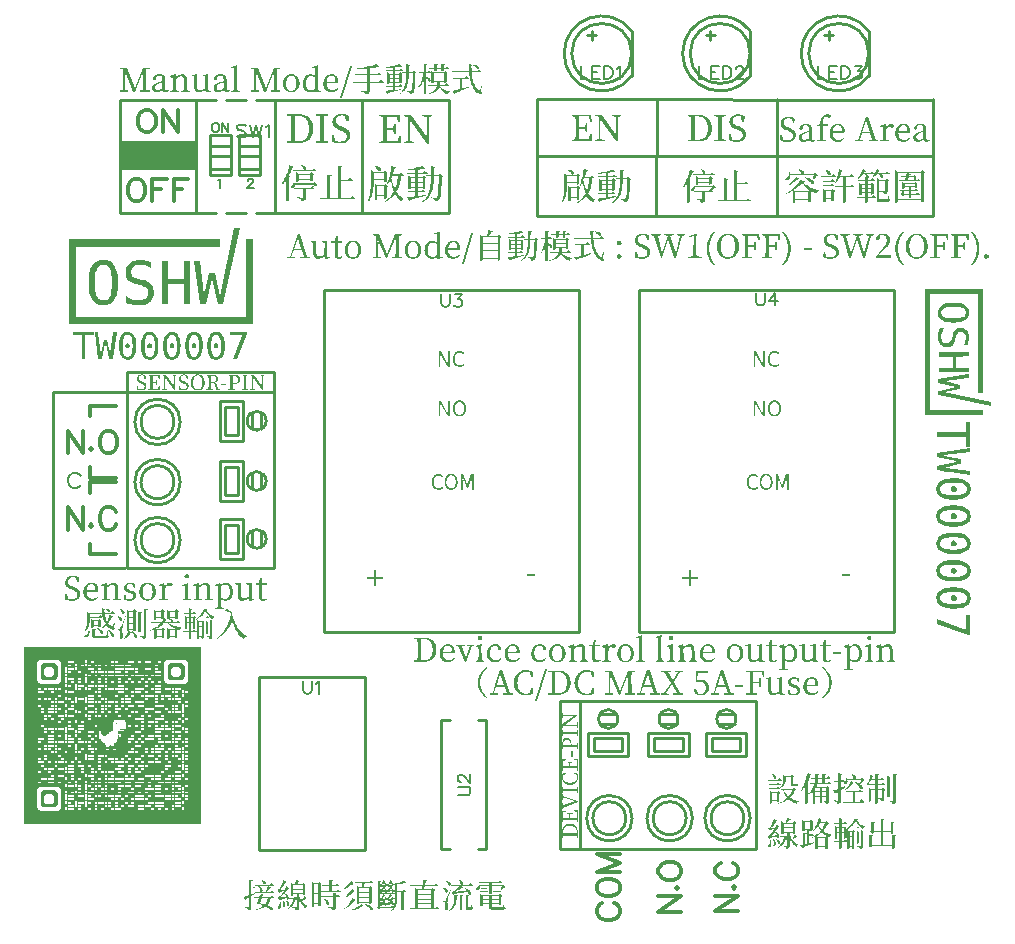
<source format=gto>
G04 Layer: TopSilkscreenLayer*
G04 EasyEDA v6.5.46, 2025-06-26 21:34:50*
G04 Gerber Generator version 0.2*
G04 Scale: 100 percent, Rotated: No, Reflected: No *
G04 Dimensions in millimeters *
G04 leading zeros omitted , absolute positions ,4 integer and 5 decimal *
%FSLAX45Y45*%
%MOMM*%

%ADD10C,0.3000*%
%ADD11C,0.2032*%
%ADD12C,0.1524*%
%ADD13C,0.2540*%
%ADD14C,0.3300*%
%ADD15C,0.0163*%

%LPD*%
G36*
X2032355Y5982766D02*
G01*
X2031644Y5980633D01*
X1912315Y5407914D01*
X1911400Y5407914D01*
X1869236Y5605119D01*
X1816709Y5605576D01*
X1774799Y5407812D01*
X1773580Y5412638D01*
X1739036Y5706414D01*
X1738172Y5707837D01*
X1690166Y5707837D01*
X1690166Y5706211D01*
X1745132Y5338216D01*
X1745132Y5336590D01*
X1792884Y5336590D01*
X1842668Y5555589D01*
X1843684Y5554421D01*
X1893417Y5336641D01*
X1940966Y5336590D01*
X2080818Y5981293D01*
X2081275Y5982766D01*
G37*
G36*
X629666Y5889955D02*
G01*
X629666Y5168188D01*
X2193340Y5168646D01*
X2193747Y5889955D01*
X2132126Y5889955D01*
X2131009Y5848451D01*
X2131009Y5556148D01*
X2129891Y5232654D01*
X693267Y5232654D01*
X693267Y5826404D01*
X1916175Y5826404D01*
X1916175Y5889955D01*
G37*
G36*
X939444Y5713831D02*
G01*
X908507Y5713679D01*
X894791Y5711240D01*
X879551Y5706872D01*
X862939Y5698540D01*
X849223Y5688330D01*
X837742Y5676087D01*
X829310Y5663539D01*
X823163Y5652363D01*
X815441Y5633466D01*
X810260Y5615432D01*
X805789Y5594197D01*
X802487Y5568188D01*
X800621Y5538978D01*
X852881Y5538978D01*
X854862Y5571642D01*
X857503Y5594807D01*
X861720Y5615889D01*
X866902Y5632094D01*
X871321Y5642051D01*
X878789Y5653328D01*
X888136Y5662168D01*
X896416Y5667451D01*
X905967Y5671058D01*
X918006Y5673293D01*
X928624Y5673445D01*
X942035Y5671566D01*
X954938Y5666587D01*
X966114Y5658104D01*
X972718Y5650128D01*
X979169Y5639511D01*
X985316Y5624017D01*
X989685Y5606796D01*
X992327Y5591403D01*
X994918Y5568188D01*
X996899Y5517845D01*
X994918Y5474512D01*
X992327Y5452160D01*
X989685Y5436717D01*
X985316Y5419547D01*
X979322Y5404053D01*
X972667Y5392877D01*
X964082Y5383276D01*
X953211Y5376214D01*
X941933Y5371998D01*
X928624Y5370118D01*
X917498Y5370118D01*
X904240Y5372811D01*
X889762Y5379770D01*
X876706Y5392928D01*
X869746Y5404916D01*
X864412Y5417820D01*
X859942Y5435396D01*
X856640Y5454751D01*
X853846Y5483098D01*
X852881Y5538978D01*
X800621Y5538978D01*
X800455Y5536387D01*
X801420Y5487416D01*
X803351Y5467654D01*
X806754Y5443575D01*
X812038Y5420461D01*
X818845Y5400649D01*
X827328Y5382717D01*
X837184Y5367985D01*
X849884Y5354675D01*
X862126Y5345379D01*
X873302Y5339283D01*
X885342Y5334711D01*
X903376Y5330444D01*
X937869Y5329529D01*
X954328Y5332323D01*
X969568Y5336692D01*
X983742Y5343398D01*
X991869Y5348935D01*
X1002842Y5357672D01*
X1015441Y5372658D01*
X1025194Y5389219D01*
X1031697Y5404256D01*
X1036980Y5420004D01*
X1041400Y5437428D01*
X1045514Y5461660D01*
X1048105Y5490006D01*
X1049223Y5524347D01*
X1047292Y5563819D01*
X1044600Y5587949D01*
X1039520Y5614162D01*
X1034440Y5631789D01*
X1026718Y5651550D01*
X1017879Y5666994D01*
X1009650Y5678170D01*
X994460Y5692902D01*
X983640Y5700217D01*
X969568Y5706872D01*
X954532Y5711190D01*
G37*
G36*
X1247190Y5713831D02*
G01*
X1219606Y5713628D01*
X1203299Y5711393D01*
X1188669Y5707938D01*
X1175816Y5703316D01*
X1159408Y5694832D01*
X1148181Y5686399D01*
X1134008Y5672277D01*
X1124661Y5658205D01*
X1119682Y5647232D01*
X1115212Y5632907D01*
X1112621Y5617159D01*
X1112621Y5592876D01*
X1115263Y5577636D01*
X1118870Y5566460D01*
X1125931Y5552795D01*
X1135532Y5540705D01*
X1144016Y5533644D01*
X1157630Y5524550D01*
X1175562Y5516168D01*
X1195578Y5509514D01*
X1244549Y5497931D01*
X1259179Y5493766D01*
X1272590Y5487974D01*
X1282242Y5482234D01*
X1292809Y5471972D01*
X1299108Y5459069D01*
X1301800Y5448757D01*
X1302766Y5429859D01*
X1300784Y5417210D01*
X1297432Y5407202D01*
X1291183Y5396585D01*
X1280668Y5385866D01*
X1268526Y5378704D01*
X1254760Y5373674D01*
X1241094Y5370830D01*
X1214475Y5369915D01*
X1198168Y5371896D01*
X1180947Y5375351D01*
X1161186Y5381955D01*
X1141730Y5390743D01*
X1117854Y5404510D01*
X1116939Y5404510D01*
X1116939Y5351576D01*
X1138834Y5343448D01*
X1156055Y5338216D01*
X1179626Y5333187D01*
X1197000Y5330596D01*
X1227023Y5329021D01*
X1248867Y5330494D01*
X1260856Y5332272D01*
X1272895Y5334812D01*
X1284071Y5338114D01*
X1293114Y5341721D01*
X1303832Y5347157D01*
X1316736Y5355793D01*
X1329232Y5368442D01*
X1338884Y5383225D01*
X1344523Y5396585D01*
X1348943Y5414365D01*
X1350924Y5433263D01*
X1349806Y5454142D01*
X1347114Y5470245D01*
X1342034Y5485587D01*
X1336040Y5496864D01*
X1327505Y5508244D01*
X1315974Y5519064D01*
X1298956Y5530189D01*
X1278077Y5539181D01*
X1260856Y5544718D01*
X1213612Y5555691D01*
X1197305Y5561025D01*
X1179271Y5569712D01*
X1167942Y5581091D01*
X1163320Y5590844D01*
X1160627Y5602528D01*
X1160678Y5621477D01*
X1164132Y5634888D01*
X1169771Y5645505D01*
X1183538Y5659323D01*
X1198981Y5667248D01*
X1210564Y5670804D01*
X1229918Y5673648D01*
X1254861Y5672632D01*
X1275740Y5668314D01*
X1294180Y5662269D01*
X1316736Y5651398D01*
X1328521Y5644235D01*
X1329182Y5644235D01*
X1329182Y5694832D01*
X1302969Y5703366D01*
X1290116Y5706872D01*
X1268628Y5711190D01*
G37*
G36*
X1418894Y5707837D02*
G01*
X1417726Y5706668D01*
X1417726Y5336590D01*
X1468424Y5336590D01*
X1468424Y5512765D01*
X1605940Y5512765D01*
X1605940Y5336590D01*
X1655775Y5336590D01*
X1655775Y5707837D01*
X1605940Y5707837D01*
X1605940Y5555742D01*
X1468424Y5555742D01*
X1468018Y5707380D01*
G37*
G36*
X1888743Y5103774D02*
G01*
X1868474Y5103622D01*
X1858111Y5101386D01*
X1847189Y5096764D01*
X1840128Y5092293D01*
X1830019Y5082692D01*
X1823313Y5072837D01*
X1816658Y5059527D01*
X1811477Y5043170D01*
X1807972Y5024272D01*
X1806041Y5005374D01*
X1806041Y4985918D01*
X1836013Y4985918D01*
X1837994Y5019141D01*
X1840636Y5036870D01*
X1844852Y5051755D01*
X1851609Y5065522D01*
X1860753Y5074818D01*
X1868474Y5078272D01*
X1873605Y5079542D01*
X1884172Y5079695D01*
X1895906Y5076088D01*
X1907133Y5064658D01*
X1912569Y5053482D01*
X1916175Y5042357D01*
X1919478Y5025999D01*
X1921560Y5003088D01*
X1920646Y4954676D01*
X1917090Y4934051D01*
X1913788Y4922875D01*
X1910689Y4915154D01*
X1905101Y4905552D01*
X1897125Y4898237D01*
X1887372Y4893665D01*
X1871065Y4893665D01*
X1859889Y4898999D01*
X1851609Y4907432D01*
X1844852Y4921148D01*
X1840636Y4936083D01*
X1837994Y4953812D01*
X1836013Y4985918D01*
X1806041Y4985918D01*
X1806041Y4967579D01*
X1807972Y4948682D01*
X1811426Y4929733D01*
X1817217Y4912309D01*
X1823567Y4899660D01*
X1828749Y4891938D01*
X1837537Y4882794D01*
X1847088Y4876190D01*
X1858010Y4871618D01*
X1870760Y4869180D01*
X1888236Y4869230D01*
X1903526Y4872583D01*
X1916582Y4879644D01*
X1925523Y4887264D01*
X1934210Y4898847D01*
X1941779Y4914290D01*
X1947062Y4930952D01*
X1950415Y4949494D01*
X1952498Y4974132D01*
X1951532Y5014823D01*
X1947925Y5038344D01*
X1943557Y5053482D01*
X1937766Y5067808D01*
X1929638Y5080965D01*
X1916887Y5093462D01*
X1901139Y5101031D01*
G37*
G36*
X1139698Y5103723D02*
G01*
X1119073Y5103622D01*
X1105611Y5100320D01*
X1092454Y5093462D01*
X1081735Y5083911D01*
X1072184Y5069484D01*
X1066342Y5056073D01*
X1061872Y5040680D01*
X1058519Y5021681D01*
X1056885Y5002174D01*
X1087475Y5002174D01*
X1089558Y5025136D01*
X1092911Y5042306D01*
X1096518Y5053482D01*
X1103376Y5066792D01*
X1113536Y5076190D01*
X1124254Y5079695D01*
X1139037Y5079085D01*
X1148384Y5074818D01*
X1157478Y5065572D01*
X1164945Y5050028D01*
X1168552Y5036312D01*
X1171092Y5020818D01*
X1173124Y4986172D01*
X1171092Y4952085D01*
X1168450Y4936642D01*
X1164945Y4922977D01*
X1159052Y4910175D01*
X1152601Y4901742D01*
X1144016Y4895900D01*
X1133805Y4893005D01*
X1121257Y4893818D01*
X1110183Y4899304D01*
X1102664Y4907635D01*
X1097076Y4918100D01*
X1093673Y4928057D01*
X1091133Y4939080D01*
X1088440Y4955540D01*
X1087475Y5002174D01*
X1056885Y5002174D01*
X1056792Y4971846D01*
X1058519Y4951222D01*
X1061872Y4932273D01*
X1066241Y4917186D01*
X1070711Y4906568D01*
X1078687Y4892903D01*
X1091742Y4879898D01*
X1105611Y4872583D01*
X1120800Y4869230D01*
X1138275Y4869180D01*
X1151026Y4871618D01*
X1161999Y4876241D01*
X1169771Y4881473D01*
X1178102Y4889347D01*
X1184910Y4898390D01*
X1192377Y4913426D01*
X1197610Y4929936D01*
X1201064Y4947818D01*
X1202791Y4965852D01*
X1203807Y4987340D01*
X1202131Y5016550D01*
X1199337Y5035448D01*
X1196797Y5045760D01*
X1192428Y5059375D01*
X1186586Y5071719D01*
X1180338Y5080965D01*
X1171498Y5090160D01*
X1161948Y5096713D01*
X1150975Y5101336D01*
G37*
G36*
X1306423Y5103723D02*
G01*
X1292961Y5100320D01*
X1279448Y5093309D01*
X1268526Y5083302D01*
X1260652Y5071516D01*
X1256284Y5062829D01*
X1250340Y5045659D01*
X1246733Y5027726D01*
X1244549Y5012232D01*
X1244549Y4960670D01*
X1245038Y4957267D01*
X1275486Y4957267D01*
X1275486Y5015687D01*
X1278585Y5035448D01*
X1282141Y5049215D01*
X1289558Y5065064D01*
X1298448Y5074462D01*
X1306220Y5078222D01*
X1311605Y5079644D01*
X1326184Y5079034D01*
X1335633Y5074818D01*
X1344828Y5065522D01*
X1352245Y5050028D01*
X1355801Y5036312D01*
X1358442Y5019954D01*
X1360424Y4986731D01*
X1358442Y4952796D01*
X1355090Y4933137D01*
X1350518Y4918608D01*
X1344625Y4907330D01*
X1336497Y4898999D01*
X1325321Y4893665D01*
X1308963Y4893665D01*
X1297635Y4899253D01*
X1289558Y4907889D01*
X1282852Y4922012D01*
X1278686Y4936642D01*
X1275486Y4957267D01*
X1245038Y4957267D01*
X1246835Y4944364D01*
X1250238Y4928057D01*
X1254658Y4914290D01*
X1262176Y4898847D01*
X1270609Y4887417D01*
X1281531Y4878324D01*
X1295247Y4871821D01*
X1308506Y4869180D01*
X1325829Y4869180D01*
X1339088Y4871923D01*
X1349349Y4876241D01*
X1357122Y4881575D01*
X1365504Y4889347D01*
X1372819Y4899660D01*
X1378864Y4911699D01*
X1384046Y4926431D01*
X1387652Y4943195D01*
X1390345Y4965852D01*
X1390396Y5006238D01*
X1388465Y5024272D01*
X1384960Y5043119D01*
X1379728Y5059527D01*
X1373022Y5072938D01*
X1367637Y5080965D01*
X1358849Y5090160D01*
X1349298Y5096713D01*
X1342542Y5099659D01*
X1332230Y5103063D01*
G37*
G36*
X1514398Y5103723D02*
G01*
X1493774Y5103571D01*
X1482598Y5100929D01*
X1472285Y5096713D01*
X1461973Y5089347D01*
X1453845Y5080660D01*
X1447139Y5070297D01*
X1439926Y5053838D01*
X1435100Y5034584D01*
X1432102Y5014823D01*
X1431290Y4971846D01*
X1432523Y4958130D01*
X1462836Y4958130D01*
X1462836Y5014823D01*
X1465173Y5031994D01*
X1470050Y5051348D01*
X1476197Y5064150D01*
X1485696Y5074412D01*
X1493570Y5078222D01*
X1498955Y5079644D01*
X1513586Y5079085D01*
X1523085Y5074564D01*
X1532128Y5065522D01*
X1538782Y5051755D01*
X1543100Y5036820D01*
X1545793Y5018633D01*
X1547520Y4988204D01*
X1546555Y4964988D01*
X1544777Y4946091D01*
X1541373Y4929174D01*
X1536344Y4915357D01*
X1531721Y4907432D01*
X1523390Y4898593D01*
X1512671Y4893665D01*
X1496314Y4893665D01*
X1484884Y4899304D01*
X1476451Y4908499D01*
X1470050Y4921453D01*
X1465173Y4940909D01*
X1462836Y4958130D01*
X1432523Y4958130D01*
X1433220Y4950358D01*
X1435811Y4934915D01*
X1441094Y4916017D01*
X1448460Y4900218D01*
X1456334Y4889246D01*
X1464818Y4881270D01*
X1474012Y4875530D01*
X1482598Y4871923D01*
X1495856Y4869180D01*
X1513179Y4869180D01*
X1526438Y4871923D01*
X1535023Y4875530D01*
X1544218Y4881270D01*
X1552854Y4889347D01*
X1560169Y4899660D01*
X1565757Y4910836D01*
X1569770Y4921453D01*
X1574038Y4938369D01*
X1576832Y4957267D01*
X1578000Y4985969D01*
X1576832Y5015687D01*
X1574038Y5034584D01*
X1569770Y5051450D01*
X1565757Y5062118D01*
X1560169Y5073243D01*
X1552854Y5083556D01*
X1544472Y5091379D01*
X1536750Y5096611D01*
X1528165Y5100421D01*
G37*
G36*
X1701749Y5103723D02*
G01*
X1681124Y5103622D01*
X1670761Y5101386D01*
X1659686Y5096713D01*
X1651914Y5091480D01*
X1642719Y5082692D01*
X1636217Y5073243D01*
X1629918Y5060746D01*
X1624939Y5045760D01*
X1620621Y5024272D01*
X1618792Y5005527D01*
X1618792Y4986477D01*
X1648968Y4986477D01*
X1650542Y5018176D01*
X1651609Y5025999D01*
X1655114Y5044033D01*
X1659432Y5056073D01*
X1663700Y5064556D01*
X1673148Y5074513D01*
X1680921Y5078222D01*
X1686306Y5079644D01*
X1700936Y5079085D01*
X1710537Y5074513D01*
X1719072Y5065522D01*
X1723593Y5057749D01*
X1728114Y5045760D01*
X1732178Y5025999D01*
X1734057Y5006238D01*
X1734057Y4964988D01*
X1731314Y4941163D01*
X1726336Y4921605D01*
X1720240Y4908854D01*
X1711502Y4899304D01*
X1700072Y4893665D01*
X1683715Y4893665D01*
X1672894Y4898644D01*
X1663547Y4908753D01*
X1657654Y4921148D01*
X1654200Y4932476D01*
X1650593Y4953812D01*
X1648968Y4986477D01*
X1618792Y4986477D01*
X1618792Y4967427D01*
X1620621Y4948682D01*
X1624939Y4927193D01*
X1629918Y4912207D01*
X1636217Y4899660D01*
X1643532Y4889347D01*
X1651914Y4881575D01*
X1659686Y4876241D01*
X1669948Y4871923D01*
X1683207Y4869180D01*
X1700530Y4869180D01*
X1713788Y4871821D01*
X1727504Y4878324D01*
X1738223Y4887264D01*
X1747012Y4898847D01*
X1755292Y4916017D01*
X1760575Y4934915D01*
X1763064Y4949494D01*
X1765147Y4971338D01*
X1764284Y5014823D01*
X1761286Y5034584D01*
X1756410Y5054092D01*
X1748891Y5070805D01*
X1740509Y5083302D01*
X1729587Y5093309D01*
X1716125Y5100269D01*
G37*
G36*
X1036167Y5100370D02*
G01*
X1006500Y5099862D01*
X984808Y4916881D01*
X983843Y4919421D01*
X958596Y5037582D01*
X926541Y5037582D01*
X901801Y4920284D01*
X900480Y4916881D01*
X900379Y4919675D01*
X879297Y5097526D01*
X878789Y5100320D01*
X849680Y5100320D01*
X849680Y5096560D01*
X882345Y4877358D01*
X883208Y4873498D01*
X912063Y4873498D01*
X941832Y5004511D01*
X943000Y5006695D01*
X973582Y4873498D01*
X1002487Y4873498D01*
X1004366Y4885080D01*
X1036167Y5098186D01*
G37*
G36*
X669188Y5100320D02*
G01*
X669188Y5074564D01*
X740511Y5074564D01*
X740511Y4873498D01*
X771448Y4873498D01*
X771448Y5074564D01*
X841908Y5074564D01*
X841908Y5100320D01*
G37*
G36*
X1994662Y5100320D02*
G01*
X1993493Y5099151D01*
X1993493Y5074564D01*
X2102002Y5074564D01*
X2100986Y5070652D01*
X2023719Y4873904D01*
X2054860Y4873447D01*
X2056130Y4874768D01*
X2137105Y5088331D01*
X2136597Y5099862D01*
G37*
G36*
X1874469Y5007660D02*
G01*
X1865020Y5002733D01*
X1859686Y4993792D01*
X1858619Y4987290D01*
X1859686Y4980432D01*
X1862734Y4974437D01*
X1866747Y4970881D01*
X1871776Y4967782D01*
X1882393Y4966919D01*
X1888896Y4969052D01*
X1895652Y4975199D01*
X1899157Y4982006D01*
X1898497Y4994503D01*
X1893316Y5001920D01*
X1885899Y5006898D01*
G37*
G36*
X1128979Y5007508D02*
G01*
X1125118Y5007457D01*
X1118108Y5004308D01*
X1111758Y4996891D01*
X1110081Y4990744D01*
X1110081Y4982057D01*
X1114399Y4973320D01*
X1120800Y4968951D01*
X1125626Y4967122D01*
X1134872Y4967122D01*
X1139698Y4969205D01*
X1145387Y4973421D01*
X1149502Y4980432D01*
X1150670Y4987645D01*
X1148486Y4996637D01*
X1139698Y5005628D01*
X1132840Y5007508D01*
G37*
G36*
X1316329Y5007508D02*
G01*
X1312468Y5007457D01*
X1305560Y5004358D01*
X1299311Y4997450D01*
X1297228Y4991049D01*
X1297889Y4979263D01*
X1303223Y4971846D01*
X1312214Y4967122D01*
X1321968Y4967122D01*
X1330807Y4971491D01*
X1335430Y4977638D01*
X1337868Y4985613D01*
X1336751Y4993284D01*
X1333601Y4999482D01*
X1326743Y5005679D01*
X1320190Y5007508D01*
G37*
G36*
X1503680Y5007508D02*
G01*
X1499768Y5007457D01*
X1492910Y5004358D01*
X1486662Y4997450D01*
X1484579Y4991049D01*
X1485239Y4979212D01*
X1490370Y4971948D01*
X1499565Y4967122D01*
X1509268Y4967173D01*
X1516176Y4970322D01*
X1521968Y4976114D01*
X1524508Y4982159D01*
X1524508Y4991608D01*
X1521510Y4998974D01*
X1513738Y5005781D01*
X1507540Y5007508D01*
G37*
G36*
X1691030Y5007508D02*
G01*
X1687118Y5007457D01*
X1680260Y5004308D01*
X1675282Y4999329D01*
X1671828Y4991608D01*
X1671929Y4982108D01*
X1674723Y4975352D01*
X1677670Y4972050D01*
X1684477Y4967782D01*
X1695297Y4966919D01*
X1702816Y4969764D01*
X1708962Y4975910D01*
X1711807Y4981956D01*
X1711807Y4991608D01*
X1708861Y4998974D01*
X1701088Y5005781D01*
X1694891Y5007508D01*
G37*
G36*
X7880350Y5471312D02*
G01*
X7880350Y4398518D01*
X8375243Y4398518D01*
X8375243Y4440936D01*
X7924292Y4442358D01*
X7924850Y5426811D01*
X8331708Y5426811D01*
X8331708Y4588611D01*
X8375243Y4588611D01*
X8375243Y5471312D01*
G37*
G36*
X8122259Y5352897D02*
G01*
X8094929Y5352846D01*
X8067090Y5348833D01*
X8052257Y5345226D01*
X8039201Y5340807D01*
X8027416Y5334965D01*
X8014868Y5326583D01*
X8005165Y5315966D01*
X7999222Y5306720D01*
X7995361Y5297424D01*
X7992567Y5287264D01*
X7990382Y5271668D01*
X7991214Y5259882D01*
X8019135Y5259882D01*
X8020100Y5279847D01*
X8023098Y5288178D01*
X8030057Y5297424D01*
X8039303Y5304383D01*
X8052562Y5309920D01*
X8063077Y5312664D01*
X8080095Y5315458D01*
X8104987Y5317388D01*
X8144002Y5317388D01*
X8165338Y5315458D01*
X8182305Y5312664D01*
X8192871Y5309920D01*
X8206689Y5304180D01*
X8215884Y5296916D01*
X8222335Y5288178D01*
X8225942Y5277053D01*
X8226044Y5261203D01*
X8223250Y5250434D01*
X8216493Y5240274D01*
X8206943Y5233060D01*
X8194700Y5227472D01*
X8181086Y5223916D01*
X8168182Y5221782D01*
X8137550Y5219141D01*
X8106968Y5219141D01*
X8076336Y5221732D01*
X8056880Y5225694D01*
X8043011Y5230368D01*
X8033054Y5236260D01*
X8024215Y5245912D01*
X8019135Y5259882D01*
X7991214Y5259882D01*
X7991551Y5254802D01*
X7995158Y5239766D01*
X7999679Y5229504D01*
X8006130Y5219547D01*
X8017052Y5208879D01*
X8027111Y5202123D01*
X8042097Y5195214D01*
X8053222Y5191353D01*
X8068970Y5187645D01*
X8087512Y5184851D01*
X8121040Y5182971D01*
X8157006Y5184800D01*
X8170925Y5186832D01*
X8189417Y5190540D01*
X8204250Y5195163D01*
X8219998Y5202986D01*
X8228380Y5208981D01*
X8239252Y5219547D01*
X8244331Y5226964D01*
X8249005Y5236260D01*
X8252917Y5249367D01*
X8254746Y5266842D01*
X8253171Y5286298D01*
X8250986Y5294680D01*
X8246364Y5306466D01*
X8240268Y5315966D01*
X8230768Y5326329D01*
X8218170Y5334762D01*
X8206130Y5340807D01*
X8193328Y5345176D01*
X8173669Y5349697D01*
X8149590Y5352897D01*
G37*
G36*
X8170265Y5139588D02*
G01*
X8158835Y5137200D01*
X8146592Y5132273D01*
X8135010Y5123332D01*
X8126679Y5112004D01*
X8119567Y5097830D01*
X8114131Y5081422D01*
X8105698Y5046167D01*
X8101634Y5034127D01*
X8095996Y5023358D01*
X8086090Y5014315D01*
X8075422Y5010251D01*
X8056880Y5009337D01*
X8044891Y5012385D01*
X8036661Y5017211D01*
X8029092Y5024831D01*
X8023047Y5036312D01*
X8019288Y5050790D01*
X8019237Y5077714D01*
X8023250Y5096256D01*
X8029346Y5112105D01*
X8035340Y5124043D01*
X8041589Y5134508D01*
X8041589Y5136591D01*
X8006435Y5136591D01*
X8004708Y5133340D01*
X7998053Y5114188D01*
X7993583Y5095341D01*
X7991094Y5078628D01*
X7991195Y5048961D01*
X7993583Y5034127D01*
X7996021Y5024831D01*
X7998917Y5016855D01*
X8005825Y5003800D01*
X8019592Y4989118D01*
X8038388Y4979924D01*
X8054136Y4976723D01*
X8076387Y4976672D01*
X8092084Y4980025D01*
X8105343Y4986172D01*
X8115655Y4993944D01*
X8122005Y5001666D01*
X8129625Y5014163D01*
X8134502Y5025796D01*
X8138159Y5036921D01*
X8146237Y5071211D01*
X8150199Y5083251D01*
X8156803Y5095900D01*
X8164423Y5102047D01*
X8168741Y5104282D01*
X8178850Y5106924D01*
X8190382Y5106873D01*
X8199628Y5104434D01*
X8206130Y5101132D01*
X8213801Y5094884D01*
X8220760Y5084368D01*
X8225383Y5071211D01*
X8226247Y5043170D01*
X8223250Y5028184D01*
X8218424Y5013706D01*
X8210143Y4997145D01*
X8207502Y4993386D01*
X8207502Y4990947D01*
X8241284Y4991455D01*
X8244738Y5000752D01*
X8249005Y5015585D01*
X8252917Y5034127D01*
X8254746Y5055463D01*
X8253018Y5076190D01*
X8249158Y5091582D01*
X8241030Y5108295D01*
X8230819Y5120589D01*
X8219846Y5129022D01*
X8208924Y5134559D01*
X8195919Y5138724D01*
G37*
G36*
X7996174Y4930292D02*
G01*
X7996174Y4895494D01*
X8116671Y4895494D01*
X8116671Y4801870D01*
X7996174Y4801870D01*
X7996174Y4766614D01*
X8249666Y4767072D01*
X8249666Y4801412D01*
X8145881Y4802327D01*
X8145881Y4895037D01*
X8249666Y4895951D01*
X8250174Y4929835D01*
G37*
G36*
X8246821Y4743450D02*
G01*
X7995259Y4705908D01*
X7995259Y4673346D01*
X8145475Y4639259D01*
X8143087Y4637938D01*
X8007756Y4607153D01*
X7995259Y4604156D01*
X7995259Y4572050D01*
X7998510Y4571034D01*
X8436000Y4476343D01*
X8438743Y4475937D01*
X8439251Y4509312D01*
X8045196Y4591202D01*
X8044535Y4591862D01*
X8169046Y4618583D01*
X8180374Y4621174D01*
X8180628Y4656886D01*
X8046212Y4685385D01*
X8047634Y4686554D01*
X8248751Y4710125D01*
X8250123Y4710074D01*
X8250123Y4743450D01*
G37*
G36*
X8230666Y4342892D02*
G01*
X8230666Y4255922D01*
X8227720Y4254804D01*
X7983677Y4254855D01*
X7983677Y4217720D01*
X8228380Y4217720D01*
X8230666Y4216247D01*
X8231124Y4130090D01*
X8262213Y4129582D01*
X8262213Y4342892D01*
G37*
G36*
X8262213Y4121404D02*
G01*
X8258962Y4120489D01*
X7983220Y4079341D01*
X7983220Y4043629D01*
X8144002Y4007154D01*
X8146796Y4006189D01*
X8143798Y4004513D01*
X7984794Y3968242D01*
X7983220Y3967276D01*
X7983220Y3932174D01*
X7987385Y3931361D01*
X8057845Y3920998D01*
X8097215Y3914952D01*
X8262213Y3890416D01*
X8262213Y3927500D01*
X8258962Y3927551D01*
X8059216Y3951122D01*
X8039760Y3953662D01*
X8039760Y3954881D01*
X8172297Y3983228D01*
X8182000Y3985158D01*
X8186216Y3986834D01*
X8186216Y4022851D01*
X8185099Y4025696D01*
X8040624Y4056430D01*
X8041640Y4058158D01*
X8262213Y4084269D01*
G37*
G36*
X8106003Y3865372D02*
G01*
X8076387Y3862628D01*
X8061553Y3859936D01*
X8048548Y3856888D01*
X8031734Y3851503D01*
X8013953Y3842461D01*
X8003133Y3834129D01*
X7993278Y3823919D01*
X7987792Y3815791D01*
X7983981Y3807460D01*
X7980324Y3797249D01*
X7978026Y3784346D01*
X8008112Y3784346D01*
X8011820Y3794099D01*
X8017814Y3801872D01*
X8026958Y3809593D01*
X8037626Y3815283D01*
X8054492Y3820820D01*
X8074253Y3824630D01*
X8104174Y3827373D01*
X8140293Y3827373D01*
X8170925Y3824681D01*
X8190941Y3820820D01*
X8207756Y3815283D01*
X8219033Y3809288D01*
X8229853Y3799281D01*
X8234629Y3791153D01*
X8237118Y3783329D01*
X8236712Y3763772D01*
X8230514Y3751173D01*
X8220151Y3741013D01*
X8203336Y3732936D01*
X8191296Y3729177D01*
X8172754Y3725519D01*
X8153298Y3723081D01*
X8091220Y3723081D01*
X8072678Y3725519D01*
X8051342Y3729888D01*
X8037423Y3734866D01*
X8025028Y3741318D01*
X8013903Y3752342D01*
X8008721Y3762959D01*
X8008112Y3784346D01*
X7978026Y3784346D01*
X7977682Y3782415D01*
X7977682Y3768496D01*
X7980324Y3752748D01*
X7983981Y3742537D01*
X7987080Y3735222D01*
X7994192Y3724910D01*
X8006842Y3712616D01*
X8017052Y3705707D01*
X8033715Y3697782D01*
X8051749Y3692042D01*
X8074507Y3687419D01*
X8103057Y3684574D01*
X8141258Y3684574D01*
X8169960Y3687368D01*
X8185708Y3690213D01*
X8197494Y3693058D01*
X8211667Y3697732D01*
X8228584Y3705707D01*
X8239963Y3713429D01*
X8252663Y3726230D01*
X8260181Y3738829D01*
X8265109Y3752697D01*
X8267750Y3766667D01*
X8267496Y3785209D01*
X8265210Y3797249D01*
X8259419Y3812844D01*
X8251545Y3824935D01*
X8239912Y3836568D01*
X8232089Y3841953D01*
X8216290Y3850436D01*
X8196834Y3857142D01*
X8176463Y3861460D01*
X8160715Y3863492D01*
X8140293Y3865372D01*
G37*
G36*
X8119008Y3799535D02*
G01*
X8112099Y3797655D01*
X8104174Y3791661D01*
X8099094Y3781602D01*
X8099094Y3770325D01*
X8100872Y3764026D01*
X8105800Y3756964D01*
X8115147Y3750970D01*
X8126933Y3750208D01*
X8135315Y3752545D01*
X8144764Y3761028D01*
X8148167Y3768496D01*
X8148116Y3781501D01*
X8145322Y3787952D01*
X8138464Y3795166D01*
X8129219Y3799535D01*
G37*
G36*
X8104174Y3634536D02*
G01*
X8076387Y3631793D01*
X8059674Y3628898D01*
X8048548Y3626104D01*
X8033715Y3621328D01*
X8015122Y3612337D01*
X8005927Y3605784D01*
X7993380Y3593388D01*
X7985963Y3581958D01*
X7980324Y3566515D01*
X7977682Y3551529D01*
X7977682Y3537610D01*
X7978211Y3534460D01*
X8008264Y3534460D01*
X8008264Y3553764D01*
X8011972Y3563569D01*
X8018932Y3572408D01*
X8029092Y3580079D01*
X8042097Y3586124D01*
X8058759Y3590899D01*
X8073593Y3593642D01*
X8093049Y3596030D01*
X8152384Y3596030D01*
X8172754Y3593541D01*
X8194192Y3589274D01*
X8211058Y3582924D01*
X8221573Y3576574D01*
X8230870Y3567277D01*
X8234629Y3559962D01*
X8237118Y3553409D01*
X8236661Y3532987D01*
X8231835Y3522776D01*
X8225942Y3515461D01*
X8216290Y3508146D01*
X8203336Y3502101D01*
X8186674Y3497326D01*
X8171840Y3494633D01*
X8151418Y3492195D01*
X8093049Y3492195D01*
X8073593Y3494582D01*
X8058759Y3497326D01*
X8042097Y3502101D01*
X8029092Y3508146D01*
X8018932Y3515868D01*
X8011972Y3524656D01*
X8008264Y3534460D01*
X7978211Y3534460D01*
X7980324Y3521862D01*
X7983981Y3511651D01*
X7987741Y3503269D01*
X7993634Y3494989D01*
X8003133Y3485083D01*
X8013953Y3476650D01*
X8031734Y3467608D01*
X8051342Y3461308D01*
X8066176Y3458210D01*
X8076387Y3456482D01*
X8104174Y3453739D01*
X8140293Y3453739D01*
X8169046Y3456432D01*
X8185708Y3459378D01*
X8196834Y3462172D01*
X8211667Y3466947D01*
X8228380Y3474872D01*
X8239506Y3482136D01*
X8250834Y3493363D01*
X8258302Y3504336D01*
X8261451Y3511651D01*
X8265058Y3521862D01*
X8267750Y3535781D01*
X8267547Y3555237D01*
X8265769Y3563569D01*
X8263686Y3570986D01*
X8258759Y3583076D01*
X8251850Y3593846D01*
X8240420Y3605428D01*
X8228533Y3613454D01*
X8209838Y3622243D01*
X8194090Y3626916D01*
X8185708Y3628948D01*
X8169960Y3631742D01*
X8141258Y3634536D01*
G37*
G36*
X8119872Y3568903D02*
G01*
X8112150Y3566769D01*
X8104174Y3560775D01*
X8098942Y3550615D01*
X8099602Y3536696D01*
X8103108Y3529482D01*
X8109000Y3523589D01*
X8116214Y3520084D01*
X8128406Y3519373D01*
X8137956Y3523487D01*
X8145576Y3531717D01*
X8148218Y3538016D01*
X8148167Y3550615D01*
X8144764Y3558032D01*
X8137601Y3564940D01*
X8131048Y3568141D01*
G37*
G36*
X8103260Y3403650D02*
G01*
X8075422Y3400958D01*
X8059674Y3398012D01*
X8048548Y3395319D01*
X8033969Y3390696D01*
X8016798Y3382568D01*
X8005724Y3374999D01*
X7994243Y3363518D01*
X7986877Y3352647D01*
X7983321Y3344367D01*
X7980273Y3335477D01*
X7977682Y3320643D01*
X7977682Y3306775D01*
X7978091Y3304387D01*
X8008061Y3304387D01*
X8008721Y3325317D01*
X8013903Y3335883D01*
X8025028Y3346907D01*
X8037423Y3353358D01*
X8051139Y3358286D01*
X8067294Y3361893D01*
X8090255Y3365093D01*
X8153298Y3365195D01*
X8172754Y3362756D01*
X8191296Y3359099D01*
X8203336Y3355340D01*
X8219998Y3347262D01*
X8230666Y3336798D01*
X8234629Y3329127D01*
X8237118Y3322523D01*
X8236661Y3302101D01*
X8231733Y3291535D01*
X8222792Y3281883D01*
X8212175Y3274974D01*
X8200390Y3270250D01*
X8182965Y3265627D01*
X8162544Y3262731D01*
X8138668Y3260852D01*
X8106867Y3260852D01*
X8081924Y3262782D01*
X8063992Y3265424D01*
X8047634Y3269386D01*
X8033461Y3274822D01*
X8022590Y3281934D01*
X8016798Y3287572D01*
X8010906Y3296158D01*
X8008061Y3304387D01*
X7978091Y3304387D01*
X7980222Y3291941D01*
X7984134Y3279851D01*
X7991398Y3266897D01*
X8002828Y3254400D01*
X8014004Y3245916D01*
X8031886Y3236925D01*
X8048548Y3231388D01*
X8060588Y3228441D01*
X8077301Y3225546D01*
X8106003Y3222853D01*
X8139379Y3222853D01*
X8168843Y3225596D01*
X8175548Y3226663D01*
X8196834Y3231286D01*
X8214004Y3236925D01*
X8231225Y3245662D01*
X8242249Y3253841D01*
X8251291Y3263188D01*
X8256371Y3270605D01*
X8261502Y3280765D01*
X8265058Y3290976D01*
X8267750Y3304895D01*
X8267547Y3324351D01*
X8265769Y3332734D01*
X8263686Y3340150D01*
X8258759Y3352190D01*
X8251850Y3362960D01*
X8240420Y3374593D01*
X8228838Y3382365D01*
X8214461Y3389528D01*
X8200999Y3394354D01*
X8186674Y3398012D01*
X8169960Y3400907D01*
X8143087Y3403650D01*
G37*
G36*
X8118449Y3338017D02*
G01*
X8109915Y3334765D01*
X8103006Y3328517D01*
X8098891Y3318967D01*
X8099602Y3305810D01*
X8103006Y3298901D01*
X8109661Y3292398D01*
X8116214Y3289249D01*
X8128762Y3288487D01*
X8138871Y3293414D01*
X8146034Y3301542D01*
X8148218Y3308807D01*
X8148167Y3319729D01*
X8144408Y3328060D01*
X8138007Y3333902D01*
X8131048Y3337255D01*
G37*
G36*
X8101126Y3172764D02*
G01*
X8075422Y3170021D01*
X8058759Y3167176D01*
X8041487Y3162604D01*
X8029092Y3157677D01*
X8016138Y3151174D01*
X8005572Y3144012D01*
X7993380Y3131870D01*
X7986674Y3121355D01*
X7983321Y3113532D01*
X7980273Y3104642D01*
X7977908Y3091129D01*
X8008112Y3091129D01*
X8011159Y3100476D01*
X8019084Y3111246D01*
X8028178Y3117799D01*
X8036509Y3122422D01*
X8053578Y3128162D01*
X8067446Y3131058D01*
X8088426Y3134207D01*
X8157006Y3134258D01*
X8177936Y3131058D01*
X8191804Y3128213D01*
X8206130Y3123387D01*
X8218170Y3117342D01*
X8227568Y3109823D01*
X8232698Y3102457D01*
X8237220Y3091637D01*
X8236712Y3071164D01*
X8230362Y3058617D01*
X8218931Y3047949D01*
X8206841Y3042107D01*
X8196834Y3038449D01*
X8182000Y3034741D01*
X8162544Y3031896D01*
X8137652Y3029966D01*
X8107984Y3029966D01*
X8081924Y3031947D01*
X8059674Y3035503D01*
X8040217Y3041091D01*
X8026298Y3047898D01*
X8013192Y3061055D01*
X8008721Y3070301D01*
X8008112Y3091129D01*
X7977908Y3091129D01*
X7977682Y3089808D01*
X7977682Y3075889D01*
X7980324Y3061055D01*
X7984134Y3049016D01*
X7991398Y3035960D01*
X8003692Y3022701D01*
X8015173Y3014472D01*
X8031886Y3006140D01*
X8045805Y3001365D01*
X8057337Y2998419D01*
X8067090Y2996488D01*
X8078216Y2994761D01*
X8106968Y2992018D01*
X8138464Y2992018D01*
X8167928Y2994710D01*
X8184794Y2997657D01*
X8193125Y2999587D01*
X8211667Y3005175D01*
X8232089Y3015234D01*
X8245856Y3026308D01*
X8254695Y3036773D01*
X8261350Y3049473D01*
X8265058Y3060141D01*
X8267750Y3074009D01*
X8267547Y3093516D01*
X8265820Y3101848D01*
X8262061Y3113887D01*
X8255508Y3127298D01*
X8245043Y3139694D01*
X8231124Y3150362D01*
X8214461Y3158744D01*
X8195919Y3165094D01*
X8171484Y3170021D01*
X8144002Y3172764D01*
G37*
G36*
X8118805Y3107080D02*
G01*
X8111134Y3104794D01*
X8103463Y3098241D01*
X8099094Y3088843D01*
X8099094Y3077972D01*
X8101279Y3070656D01*
X8108543Y3062376D01*
X8116062Y3058515D01*
X8126628Y3057550D01*
X8136534Y3060852D01*
X8145932Y3070301D01*
X8148218Y3077972D01*
X8148167Y3088843D01*
X8143798Y3098241D01*
X8136331Y3104184D01*
X8129473Y3107029D01*
G37*
G36*
X8100212Y2941878D02*
G01*
X8073796Y2939135D01*
X8050428Y2934411D01*
X8030972Y2927908D01*
X8016595Y2920644D01*
X8005013Y2912770D01*
X7992872Y2900527D01*
X7985099Y2887573D01*
X7980273Y2873806D01*
X7977682Y2858922D01*
X7977682Y2845003D01*
X7978668Y2839466D01*
X8008721Y2839466D01*
X8008721Y2863545D01*
X8014157Y2874670D01*
X8023555Y2884068D01*
X8036509Y2891739D01*
X8053222Y2897276D01*
X8071713Y2900984D01*
X8087512Y2903067D01*
X8123631Y2904337D01*
X8157921Y2903067D01*
X8173669Y2900984D01*
X8192211Y2897225D01*
X8205216Y2893009D01*
X8217458Y2887014D01*
X8227415Y2879191D01*
X8232698Y2871571D01*
X8237220Y2860751D01*
X8236712Y2840278D01*
X8230412Y2827883D01*
X8219897Y2817876D01*
X8207044Y2811424D01*
X8193430Y2806496D01*
X8170925Y2801924D01*
X8135975Y2799130D01*
X8109407Y2799130D01*
X8075015Y2801924D01*
X8055203Y2805734D01*
X8040217Y2810408D01*
X8026298Y2817063D01*
X8013242Y2830169D01*
X8008721Y2839466D01*
X7978668Y2839466D01*
X7980324Y2830169D01*
X7983423Y2819958D01*
X7988096Y2810713D01*
X7995970Y2799588D01*
X8005927Y2790190D01*
X8017052Y2782671D01*
X8030006Y2776169D01*
X8043367Y2771394D01*
X8060588Y2766822D01*
X8078216Y2763824D01*
X8108797Y2761132D01*
X8136585Y2761132D01*
X8166252Y2763774D01*
X8174634Y2764993D01*
X8188502Y2767685D01*
X8199628Y2770479D01*
X8213547Y2775254D01*
X8230209Y2783535D01*
X8241334Y2791460D01*
X8250986Y2801416D01*
X8254593Y2806090D01*
X8261248Y2818231D01*
X8265058Y2829255D01*
X8267750Y2843174D01*
X8267496Y2862630D01*
X8265668Y2871876D01*
X8260283Y2887675D01*
X8253120Y2899714D01*
X8242553Y2911348D01*
X8231124Y2919476D01*
X8214715Y2927908D01*
X8195005Y2934462D01*
X8172754Y2939034D01*
X8145170Y2941878D01*
G37*
G36*
X8129270Y2876346D02*
G01*
X8116722Y2876245D01*
X8108340Y2872232D01*
X8100974Y2863799D01*
X8099094Y2857042D01*
X8099094Y2847086D01*
X8101228Y2839872D01*
X8107578Y2832455D01*
X8115757Y2827680D01*
X8126628Y2826715D01*
X8135874Y2829763D01*
X8143798Y2836570D01*
X8148167Y2845917D01*
X8148015Y2858008D01*
X8145932Y2864459D01*
X8137906Y2872486D01*
G37*
G36*
X8230666Y2710129D02*
G01*
X8230666Y2577490D01*
X8228126Y2577490D01*
X7985353Y2672994D01*
X7983220Y2672994D01*
X7983220Y2634234D01*
X8245043Y2534970D01*
X8262213Y2534412D01*
X8262213Y2710129D01*
G37*
G36*
X254000Y2439111D02*
G01*
X254000Y2148332D01*
X366522Y2148332D01*
X366522Y2305354D01*
X369316Y2307132D01*
X369316Y2310536D01*
X382574Y2323795D01*
X385978Y2323795D01*
X387756Y2326589D01*
X544779Y2326589D01*
X546557Y2323795D01*
X549960Y2323795D01*
X563219Y2310536D01*
X563219Y2307285D01*
X624027Y2307285D01*
X624027Y2316175D01*
X631494Y2323744D01*
X640689Y2323744D01*
X648106Y2316175D01*
X648106Y2307285D01*
X652322Y2307285D01*
X652322Y2316175D01*
X659790Y2323744D01*
X668985Y2323744D01*
X676402Y2316175D01*
X676402Y2307285D01*
X765556Y2307285D01*
X765556Y2316175D01*
X772972Y2323744D01*
X782167Y2323744D01*
X789635Y2316175D01*
X789635Y2307285D01*
X822147Y2307285D01*
X822147Y2316175D01*
X829614Y2323744D01*
X838809Y2323744D01*
X846226Y2316175D01*
X846226Y2307285D01*
X991971Y2307285D01*
X991971Y2316175D01*
X999388Y2323744D01*
X1008583Y2323744D01*
X1016050Y2316175D01*
X1016050Y2307285D01*
X1020267Y2307285D01*
X1020267Y2316175D01*
X1027684Y2323744D01*
X1036878Y2323744D01*
X1044346Y2316175D01*
X1044346Y2307285D01*
X1133500Y2307285D01*
X1133500Y2316175D01*
X1140917Y2323744D01*
X1150112Y2323744D01*
X1157528Y2316175D01*
X1157528Y2307285D01*
X1161796Y2307285D01*
X1161796Y2316175D01*
X1169212Y2323744D01*
X1178407Y2323744D01*
X1185824Y2316175D01*
X1185824Y2307285D01*
X1218387Y2307285D01*
X1218387Y2316175D01*
X1225804Y2323744D01*
X1234998Y2323744D01*
X1242415Y2316175D01*
X1242415Y2307285D01*
X1274978Y2307285D01*
X1274978Y2316175D01*
X1282395Y2323744D01*
X1291590Y2323744D01*
X1299057Y2316175D01*
X1299057Y2307285D01*
X1303274Y2307285D01*
X1303274Y2316175D01*
X1310741Y2323744D01*
X1319936Y2323744D01*
X1327353Y2316175D01*
X1327353Y2307285D01*
X1388211Y2307285D01*
X1388211Y2316175D01*
X1395628Y2323744D01*
X1404823Y2323744D01*
X1412240Y2316175D01*
X1412240Y2307285D01*
X1404823Y2299766D01*
X1395628Y2299766D01*
X1388211Y2307285D01*
X1327353Y2307285D01*
X1319936Y2299766D01*
X1310741Y2299766D01*
X1303274Y2307285D01*
X1299057Y2307285D01*
X1291590Y2299766D01*
X1282395Y2299766D01*
X1274978Y2307285D01*
X1242415Y2307285D01*
X1234998Y2299766D01*
X1225804Y2299766D01*
X1218387Y2307285D01*
X1185824Y2307285D01*
X1178407Y2299766D01*
X1169212Y2299766D01*
X1161796Y2307285D01*
X1157528Y2307285D01*
X1150112Y2299766D01*
X1140917Y2299766D01*
X1133500Y2307285D01*
X1044346Y2307285D01*
X1036878Y2299766D01*
X1027684Y2299766D01*
X1020267Y2307285D01*
X1016050Y2307285D01*
X1008583Y2299766D01*
X999388Y2299766D01*
X991971Y2307285D01*
X846226Y2307285D01*
X838809Y2299766D01*
X829614Y2299766D01*
X822147Y2307285D01*
X789635Y2307285D01*
X782167Y2299766D01*
X772972Y2299766D01*
X765556Y2307285D01*
X676402Y2307285D01*
X668985Y2299766D01*
X659790Y2299766D01*
X652322Y2307285D01*
X648106Y2307285D01*
X640689Y2299766D01*
X631494Y2299766D01*
X624027Y2307285D01*
X563219Y2307285D01*
X566013Y2305354D01*
X566013Y2278989D01*
X624027Y2278989D01*
X624027Y2287879D01*
X631494Y2295448D01*
X640689Y2295448D01*
X648106Y2287879D01*
X648106Y2278989D01*
X680669Y2278989D01*
X680669Y2287879D01*
X688086Y2295448D01*
X697280Y2295448D01*
X704697Y2287879D01*
X704697Y2278989D01*
X737260Y2278989D01*
X737260Y2287879D01*
X744677Y2295448D01*
X753872Y2295448D01*
X761288Y2287879D01*
X761288Y2278989D01*
X765556Y2278989D01*
X765556Y2287879D01*
X772972Y2295448D01*
X782167Y2295448D01*
X789635Y2287879D01*
X789635Y2278989D01*
X793851Y2278989D01*
X793851Y2287879D01*
X801268Y2295448D01*
X810463Y2295448D01*
X817930Y2287879D01*
X817930Y2278989D01*
X850442Y2278989D01*
X850442Y2287879D01*
X857910Y2295448D01*
X867105Y2295448D01*
X874521Y2287879D01*
X874521Y2278989D01*
X878738Y2278989D01*
X878738Y2287879D01*
X886206Y2295448D01*
X895400Y2295448D01*
X902817Y2287879D01*
X902817Y2278989D01*
X935380Y2278989D01*
X935380Y2287879D01*
X942797Y2295448D01*
X951992Y2295448D01*
X959408Y2287879D01*
X959408Y2278989D01*
X991971Y2278989D01*
X991971Y2287879D01*
X999388Y2295448D01*
X1008583Y2295448D01*
X1016050Y2287879D01*
X1016050Y2278989D01*
X1020267Y2278989D01*
X1020267Y2287879D01*
X1027684Y2295448D01*
X1036878Y2295448D01*
X1044346Y2287879D01*
X1044346Y2278989D01*
X1048562Y2278989D01*
X1048562Y2287879D01*
X1055979Y2295448D01*
X1065225Y2295448D01*
X1072642Y2287879D01*
X1072642Y2278989D01*
X1076858Y2278989D01*
X1076858Y2287879D01*
X1084326Y2295448D01*
X1093520Y2295448D01*
X1100937Y2287879D01*
X1100937Y2278989D01*
X1105154Y2278989D01*
X1105154Y2287879D01*
X1112621Y2295448D01*
X1121816Y2295448D01*
X1129233Y2287879D01*
X1129233Y2278989D01*
X1133500Y2278989D01*
X1133500Y2287879D01*
X1140917Y2295448D01*
X1150112Y2295448D01*
X1157528Y2287879D01*
X1157528Y2278989D01*
X1359916Y2278989D01*
X1359916Y2287879D01*
X1367332Y2295448D01*
X1376527Y2295448D01*
X1383944Y2287879D01*
X1383944Y2278989D01*
X1376527Y2271420D01*
X1367332Y2271420D01*
X1359916Y2278989D01*
X1157528Y2278989D01*
X1150112Y2271420D01*
X1140917Y2271420D01*
X1133500Y2278989D01*
X1129233Y2278989D01*
X1121816Y2271420D01*
X1112621Y2271420D01*
X1105154Y2278989D01*
X1100937Y2278989D01*
X1093520Y2271420D01*
X1084326Y2271420D01*
X1076858Y2278989D01*
X1072642Y2278989D01*
X1065225Y2271420D01*
X1055979Y2271420D01*
X1048562Y2278989D01*
X1044346Y2278989D01*
X1036878Y2271420D01*
X1027684Y2271420D01*
X1020267Y2278989D01*
X1016050Y2278989D01*
X1008583Y2271420D01*
X999388Y2271420D01*
X991971Y2278989D01*
X959408Y2278989D01*
X951992Y2271420D01*
X942797Y2271420D01*
X935380Y2278989D01*
X902817Y2278989D01*
X895400Y2271420D01*
X886206Y2271420D01*
X878738Y2278989D01*
X874521Y2278989D01*
X867105Y2271420D01*
X857910Y2271420D01*
X850442Y2278989D01*
X817930Y2278989D01*
X810463Y2271420D01*
X801268Y2271420D01*
X793851Y2278989D01*
X789635Y2278989D01*
X782167Y2271420D01*
X772972Y2271420D01*
X765556Y2278989D01*
X761288Y2278989D01*
X753872Y2271420D01*
X744677Y2271420D01*
X737260Y2278989D01*
X704697Y2278989D01*
X697280Y2271420D01*
X688086Y2271420D01*
X680669Y2278989D01*
X648106Y2278989D01*
X640689Y2271420D01*
X631494Y2271420D01*
X624027Y2278989D01*
X566013Y2278989D01*
X566013Y2250694D01*
X595731Y2250694D01*
X595731Y2259584D01*
X603199Y2267153D01*
X612394Y2267153D01*
X619810Y2259584D01*
X619810Y2250694D01*
X624027Y2250694D01*
X624027Y2259584D01*
X631494Y2267153D01*
X640689Y2267153D01*
X648106Y2259584D01*
X648106Y2250694D01*
X652322Y2250694D01*
X652322Y2259584D01*
X659790Y2267153D01*
X668985Y2267153D01*
X676402Y2259584D01*
X676402Y2250694D01*
X680669Y2250694D01*
X680669Y2259584D01*
X688086Y2267153D01*
X697280Y2267153D01*
X704697Y2259584D01*
X704697Y2250694D01*
X793851Y2250694D01*
X793851Y2259584D01*
X801268Y2267153D01*
X810463Y2267153D01*
X817930Y2259584D01*
X817930Y2250694D01*
X822147Y2250694D01*
X822147Y2259584D01*
X829614Y2267153D01*
X838809Y2267153D01*
X846226Y2259584D01*
X846226Y2250694D01*
X878738Y2250694D01*
X878738Y2259584D01*
X886206Y2267153D01*
X895400Y2267153D01*
X902817Y2259584D01*
X902817Y2250694D01*
X1020267Y2250694D01*
X1020267Y2259584D01*
X1027684Y2267153D01*
X1036878Y2267153D01*
X1044346Y2259584D01*
X1044346Y2250694D01*
X1048562Y2250694D01*
X1048562Y2259584D01*
X1055979Y2267153D01*
X1065225Y2267153D01*
X1072642Y2259584D01*
X1072642Y2250694D01*
X1076858Y2250694D01*
X1076858Y2259584D01*
X1084326Y2267153D01*
X1093520Y2267153D01*
X1100937Y2259584D01*
X1100937Y2250694D01*
X1105154Y2250694D01*
X1105154Y2259584D01*
X1112621Y2267153D01*
X1121816Y2267153D01*
X1129233Y2259584D01*
X1129233Y2250694D01*
X1133500Y2250694D01*
X1133500Y2259584D01*
X1140917Y2267153D01*
X1150112Y2267153D01*
X1157528Y2259584D01*
X1157528Y2250694D01*
X1161796Y2250694D01*
X1161796Y2259584D01*
X1169212Y2267153D01*
X1178407Y2267153D01*
X1185824Y2259584D01*
X1185824Y2250694D01*
X1190091Y2250694D01*
X1190091Y2259584D01*
X1197508Y2267153D01*
X1206703Y2267153D01*
X1214120Y2259584D01*
X1214120Y2250694D01*
X1274978Y2250694D01*
X1274978Y2259584D01*
X1282395Y2267153D01*
X1291590Y2267153D01*
X1299057Y2259584D01*
X1299057Y2250694D01*
X1303274Y2250694D01*
X1303274Y2259584D01*
X1310741Y2267153D01*
X1319936Y2267153D01*
X1327353Y2259584D01*
X1327353Y2250694D01*
X1359916Y2250694D01*
X1359916Y2259584D01*
X1367332Y2267153D01*
X1376527Y2267153D01*
X1383944Y2259584D01*
X1383944Y2250694D01*
X1376527Y2243124D01*
X1367332Y2243124D01*
X1359916Y2250694D01*
X1327353Y2250694D01*
X1319936Y2243124D01*
X1310741Y2243124D01*
X1303274Y2250694D01*
X1299057Y2250694D01*
X1291590Y2243124D01*
X1282395Y2243124D01*
X1274978Y2250694D01*
X1214120Y2250694D01*
X1206703Y2243124D01*
X1197508Y2243124D01*
X1190091Y2250694D01*
X1185824Y2250694D01*
X1178407Y2243124D01*
X1169212Y2243124D01*
X1161796Y2250694D01*
X1157528Y2250694D01*
X1150112Y2243124D01*
X1140917Y2243124D01*
X1133500Y2250694D01*
X1129233Y2250694D01*
X1121816Y2243124D01*
X1112621Y2243124D01*
X1105154Y2250694D01*
X1100937Y2250694D01*
X1093520Y2243124D01*
X1084326Y2243124D01*
X1076858Y2250694D01*
X1072642Y2250694D01*
X1065225Y2243124D01*
X1055979Y2243124D01*
X1048562Y2250694D01*
X1044346Y2250694D01*
X1036878Y2243124D01*
X1027684Y2243124D01*
X1020267Y2250694D01*
X902817Y2250694D01*
X895400Y2243124D01*
X886206Y2243124D01*
X878738Y2250694D01*
X846226Y2250694D01*
X838809Y2243124D01*
X829614Y2243124D01*
X822147Y2250694D01*
X817930Y2250694D01*
X810463Y2243124D01*
X801268Y2243124D01*
X793851Y2250694D01*
X704697Y2250694D01*
X697280Y2243124D01*
X688086Y2243124D01*
X680669Y2250694D01*
X676402Y2250694D01*
X668985Y2243124D01*
X659790Y2243124D01*
X652322Y2250694D01*
X648106Y2250694D01*
X640689Y2243124D01*
X631494Y2243124D01*
X624027Y2250694D01*
X619810Y2250694D01*
X612394Y2243124D01*
X603199Y2243124D01*
X595731Y2250694D01*
X566013Y2250694D01*
X566013Y2222398D01*
X595731Y2222398D01*
X595731Y2231288D01*
X603199Y2238806D01*
X612394Y2238806D01*
X619810Y2231288D01*
X619810Y2222398D01*
X624027Y2222398D01*
X624027Y2231288D01*
X631494Y2238806D01*
X640689Y2238806D01*
X648106Y2231288D01*
X648106Y2222398D01*
X708964Y2222398D01*
X708964Y2231288D01*
X716381Y2238806D01*
X725576Y2238806D01*
X732993Y2231288D01*
X732993Y2222398D01*
X822147Y2222398D01*
X822147Y2231288D01*
X829614Y2238806D01*
X838809Y2238806D01*
X846226Y2231288D01*
X846226Y2222398D01*
X850442Y2222398D01*
X850442Y2231288D01*
X857910Y2238806D01*
X867105Y2238806D01*
X874521Y2231288D01*
X874521Y2222398D01*
X878738Y2222398D01*
X878738Y2231288D01*
X886206Y2238806D01*
X895400Y2238806D01*
X902817Y2231288D01*
X902817Y2222398D01*
X907084Y2222398D01*
X907084Y2231288D01*
X914501Y2238806D01*
X923696Y2238806D01*
X931113Y2231288D01*
X931113Y2222398D01*
X935380Y2222398D01*
X935380Y2231288D01*
X942797Y2238806D01*
X951992Y2238806D01*
X959408Y2231288D01*
X959408Y2222398D01*
X963676Y2222398D01*
X963676Y2231288D01*
X971092Y2238806D01*
X980287Y2238806D01*
X987704Y2231288D01*
X987704Y2222398D01*
X991971Y2222398D01*
X991971Y2231288D01*
X999388Y2238806D01*
X1008583Y2238806D01*
X1016050Y2231288D01*
X1016050Y2222398D01*
X1020267Y2222398D01*
X1020267Y2231288D01*
X1027684Y2238806D01*
X1036878Y2238806D01*
X1044346Y2231288D01*
X1044346Y2222398D01*
X1048562Y2222398D01*
X1048562Y2231288D01*
X1055979Y2238806D01*
X1065225Y2238806D01*
X1072642Y2231288D01*
X1072642Y2222398D01*
X1105154Y2222398D01*
X1105154Y2231288D01*
X1112621Y2238806D01*
X1121816Y2238806D01*
X1129233Y2231288D01*
X1129233Y2222398D01*
X1190091Y2222398D01*
X1190091Y2231288D01*
X1197508Y2238806D01*
X1206703Y2238806D01*
X1214120Y2231288D01*
X1214120Y2222398D01*
X1359916Y2222398D01*
X1359916Y2231288D01*
X1367332Y2238806D01*
X1376527Y2238806D01*
X1383944Y2231288D01*
X1383944Y2222398D01*
X1388211Y2222398D01*
X1388211Y2231288D01*
X1395628Y2238806D01*
X1404823Y2238806D01*
X1412240Y2231288D01*
X1412240Y2222398D01*
X1404823Y2214829D01*
X1395628Y2214829D01*
X1388211Y2222398D01*
X1383944Y2222398D01*
X1376527Y2214829D01*
X1367332Y2214829D01*
X1359916Y2222398D01*
X1214120Y2222398D01*
X1206703Y2214829D01*
X1197508Y2214829D01*
X1190091Y2222398D01*
X1129233Y2222398D01*
X1121816Y2214829D01*
X1112621Y2214829D01*
X1105154Y2222398D01*
X1072642Y2222398D01*
X1065225Y2214829D01*
X1055979Y2214829D01*
X1048562Y2222398D01*
X1044346Y2222398D01*
X1036878Y2214829D01*
X1027684Y2214829D01*
X1020267Y2222398D01*
X1016050Y2222398D01*
X1008583Y2214829D01*
X999388Y2214829D01*
X991971Y2222398D01*
X987704Y2222398D01*
X980287Y2214829D01*
X971092Y2214829D01*
X963676Y2222398D01*
X959408Y2222398D01*
X951992Y2214829D01*
X942797Y2214829D01*
X935380Y2222398D01*
X931113Y2222398D01*
X923696Y2214829D01*
X914501Y2214829D01*
X907084Y2222398D01*
X902817Y2222398D01*
X895400Y2214829D01*
X886206Y2214829D01*
X878738Y2222398D01*
X874521Y2222398D01*
X867105Y2214829D01*
X857910Y2214829D01*
X850442Y2222398D01*
X846226Y2222398D01*
X838809Y2214829D01*
X829614Y2214829D01*
X822147Y2222398D01*
X732993Y2222398D01*
X725576Y2214829D01*
X716381Y2214829D01*
X708964Y2222398D01*
X648106Y2222398D01*
X640689Y2214829D01*
X631494Y2214829D01*
X624027Y2222398D01*
X619810Y2222398D01*
X612394Y2214829D01*
X603199Y2214829D01*
X595731Y2222398D01*
X566013Y2222398D01*
X566013Y2194102D01*
X595731Y2194102D01*
X595731Y2202992D01*
X603199Y2210511D01*
X612394Y2210511D01*
X619810Y2202992D01*
X619810Y2194102D01*
X765556Y2194102D01*
X765556Y2202992D01*
X772972Y2210511D01*
X782167Y2210511D01*
X789635Y2202992D01*
X789635Y2194102D01*
X793851Y2194102D01*
X793851Y2202992D01*
X801268Y2210511D01*
X810463Y2210511D01*
X817930Y2202992D01*
X817930Y2194102D01*
X850442Y2194102D01*
X850442Y2202992D01*
X857910Y2210511D01*
X867105Y2210511D01*
X874521Y2202992D01*
X874521Y2194102D01*
X907084Y2194102D01*
X907084Y2202992D01*
X914501Y2210511D01*
X923696Y2210511D01*
X931113Y2202992D01*
X931113Y2194102D01*
X935380Y2194102D01*
X935380Y2202992D01*
X942797Y2210511D01*
X951992Y2210511D01*
X959408Y2202992D01*
X959408Y2194102D01*
X963676Y2194102D01*
X963676Y2202992D01*
X971092Y2210511D01*
X980287Y2210511D01*
X987704Y2202992D01*
X987704Y2194102D01*
X991971Y2194102D01*
X991971Y2202992D01*
X999388Y2210511D01*
X1008583Y2210511D01*
X1016050Y2202992D01*
X1016050Y2194102D01*
X1020267Y2194102D01*
X1020267Y2202992D01*
X1027684Y2210511D01*
X1036878Y2210511D01*
X1044346Y2202992D01*
X1044346Y2194102D01*
X1048562Y2194102D01*
X1048562Y2202992D01*
X1055979Y2210511D01*
X1065225Y2210511D01*
X1072642Y2202992D01*
X1072642Y2194102D01*
X1076858Y2194102D01*
X1076858Y2202992D01*
X1084326Y2210511D01*
X1093520Y2210511D01*
X1100937Y2202992D01*
X1100937Y2194102D01*
X1105154Y2194102D01*
X1105154Y2202992D01*
X1112621Y2210511D01*
X1121816Y2210511D01*
X1129233Y2202992D01*
X1129233Y2194102D01*
X1161796Y2194102D01*
X1161796Y2202992D01*
X1169212Y2210511D01*
X1178407Y2210511D01*
X1185824Y2202992D01*
X1185824Y2194102D01*
X1190091Y2194102D01*
X1190091Y2202992D01*
X1197508Y2210511D01*
X1206703Y2210511D01*
X1214120Y2202992D01*
X1214120Y2194102D01*
X1218387Y2194102D01*
X1218387Y2202992D01*
X1225804Y2210511D01*
X1234998Y2210511D01*
X1242415Y2202992D01*
X1242415Y2194102D01*
X1246682Y2194102D01*
X1246682Y2202992D01*
X1254099Y2210511D01*
X1263294Y2210511D01*
X1270762Y2202992D01*
X1270762Y2194102D01*
X1274978Y2194102D01*
X1274978Y2202992D01*
X1282395Y2210511D01*
X1291590Y2210511D01*
X1299057Y2202992D01*
X1299057Y2194102D01*
X1331569Y2194102D01*
X1331569Y2202992D01*
X1339037Y2210511D01*
X1348232Y2210511D01*
X1355648Y2202992D01*
X1355648Y2194102D01*
X1359916Y2194102D01*
X1359916Y2202992D01*
X1367332Y2210511D01*
X1376527Y2210511D01*
X1383944Y2202992D01*
X1383944Y2194102D01*
X1388211Y2194102D01*
X1388211Y2202992D01*
X1395628Y2210511D01*
X1404823Y2210511D01*
X1412240Y2202992D01*
X1412240Y2194102D01*
X1404823Y2186533D01*
X1395628Y2186533D01*
X1388211Y2194102D01*
X1383944Y2194102D01*
X1376527Y2186533D01*
X1367332Y2186533D01*
X1359916Y2194102D01*
X1355648Y2194102D01*
X1348232Y2186533D01*
X1339037Y2186533D01*
X1331569Y2194102D01*
X1299057Y2194102D01*
X1291590Y2186533D01*
X1282395Y2186533D01*
X1274978Y2194102D01*
X1270762Y2194102D01*
X1263294Y2186533D01*
X1254099Y2186533D01*
X1246682Y2194102D01*
X1242415Y2194102D01*
X1234998Y2186533D01*
X1225804Y2186533D01*
X1218387Y2194102D01*
X1214120Y2194102D01*
X1206703Y2186533D01*
X1197508Y2186533D01*
X1190091Y2194102D01*
X1185824Y2194102D01*
X1178407Y2186533D01*
X1169212Y2186533D01*
X1161796Y2194102D01*
X1129233Y2194102D01*
X1121816Y2186533D01*
X1112621Y2186533D01*
X1105154Y2194102D01*
X1100937Y2194102D01*
X1093520Y2186533D01*
X1084326Y2186533D01*
X1076858Y2194102D01*
X1072642Y2194102D01*
X1065225Y2186533D01*
X1055979Y2186533D01*
X1048562Y2194102D01*
X1044346Y2194102D01*
X1036878Y2186533D01*
X1027684Y2186533D01*
X1020267Y2194102D01*
X1016050Y2194102D01*
X1008583Y2186533D01*
X999388Y2186533D01*
X991971Y2194102D01*
X987704Y2194102D01*
X980287Y2186533D01*
X971092Y2186533D01*
X963676Y2194102D01*
X959408Y2194102D01*
X951992Y2186533D01*
X942797Y2186533D01*
X935380Y2194102D01*
X931113Y2194102D01*
X923696Y2186533D01*
X914501Y2186533D01*
X907084Y2194102D01*
X874521Y2194102D01*
X867105Y2186533D01*
X857910Y2186533D01*
X850442Y2194102D01*
X817930Y2194102D01*
X810463Y2186533D01*
X801268Y2186533D01*
X793851Y2194102D01*
X789635Y2194102D01*
X782167Y2186533D01*
X772972Y2186533D01*
X765556Y2194102D01*
X619810Y2194102D01*
X612394Y2186533D01*
X603199Y2186533D01*
X595731Y2194102D01*
X566013Y2194102D01*
X566013Y2165807D01*
X595731Y2165807D01*
X595731Y2174697D01*
X603199Y2182215D01*
X612394Y2182215D01*
X619810Y2174697D01*
X619810Y2165807D01*
X624027Y2165807D01*
X624027Y2174697D01*
X631494Y2182215D01*
X640689Y2182215D01*
X648106Y2174697D01*
X648106Y2165807D01*
X652322Y2165807D01*
X652322Y2174697D01*
X659790Y2182215D01*
X668985Y2182215D01*
X676402Y2174697D01*
X676402Y2165807D01*
X708964Y2165807D01*
X708964Y2174697D01*
X716381Y2182215D01*
X725576Y2182215D01*
X732993Y2174697D01*
X732993Y2165807D01*
X765556Y2165807D01*
X765556Y2174697D01*
X772972Y2182215D01*
X782167Y2182215D01*
X789635Y2174697D01*
X789635Y2165807D01*
X878738Y2165807D01*
X878738Y2174697D01*
X886206Y2182215D01*
X895400Y2182215D01*
X902817Y2174697D01*
X902817Y2165807D01*
X935380Y2165807D01*
X935380Y2174697D01*
X942797Y2182215D01*
X951992Y2182215D01*
X959408Y2174697D01*
X959408Y2165807D01*
X1048562Y2165807D01*
X1048562Y2174697D01*
X1055979Y2182215D01*
X1065225Y2182215D01*
X1072642Y2174697D01*
X1072642Y2165807D01*
X1133500Y2165807D01*
X1133500Y2174697D01*
X1140917Y2182215D01*
X1150112Y2182215D01*
X1157528Y2174697D01*
X1157528Y2165807D01*
X1246682Y2165807D01*
X1246682Y2174697D01*
X1254099Y2182215D01*
X1263294Y2182215D01*
X1270762Y2174697D01*
X1270762Y2165807D01*
X1303274Y2165807D01*
X1303274Y2174697D01*
X1310741Y2182215D01*
X1319936Y2182215D01*
X1327353Y2174697D01*
X1327353Y2165807D01*
X1319936Y2158238D01*
X1310741Y2158238D01*
X1303274Y2165807D01*
X1270762Y2165807D01*
X1263294Y2158238D01*
X1254099Y2158238D01*
X1246682Y2165807D01*
X1157528Y2165807D01*
X1150112Y2158238D01*
X1140917Y2158238D01*
X1133500Y2165807D01*
X1072642Y2165807D01*
X1065225Y2158238D01*
X1055979Y2158238D01*
X1048562Y2165807D01*
X959408Y2165807D01*
X951992Y2158238D01*
X942797Y2158238D01*
X935380Y2165807D01*
X902817Y2165807D01*
X895400Y2158238D01*
X886206Y2158238D01*
X878738Y2165807D01*
X789635Y2165807D01*
X782167Y2158238D01*
X772972Y2158238D01*
X765556Y2165807D01*
X732993Y2165807D01*
X725576Y2158238D01*
X716381Y2158238D01*
X708964Y2165807D01*
X676402Y2165807D01*
X668985Y2158238D01*
X659790Y2158238D01*
X652322Y2165807D01*
X648106Y2165807D01*
X640689Y2158238D01*
X631494Y2158238D01*
X624027Y2165807D01*
X619810Y2165807D01*
X612394Y2158238D01*
X603199Y2158238D01*
X595731Y2165807D01*
X566013Y2165807D01*
X566013Y2151126D01*
X563219Y2149348D01*
X563219Y2143150D01*
X557537Y2137511D01*
X595731Y2137511D01*
X595731Y2146350D01*
X603199Y2153920D01*
X612394Y2153920D01*
X619810Y2146350D01*
X619810Y2137511D01*
X652322Y2137511D01*
X652322Y2146350D01*
X659790Y2153920D01*
X668985Y2153920D01*
X676402Y2146350D01*
X676402Y2137511D01*
X708964Y2137511D01*
X708964Y2146350D01*
X716381Y2153920D01*
X725576Y2153920D01*
X732993Y2146350D01*
X732993Y2137511D01*
X765556Y2137511D01*
X765556Y2146350D01*
X772972Y2153920D01*
X782167Y2153920D01*
X789635Y2146350D01*
X789635Y2137511D01*
X822147Y2137511D01*
X822147Y2146350D01*
X829614Y2153920D01*
X838809Y2153920D01*
X846226Y2146350D01*
X846226Y2137511D01*
X878738Y2137511D01*
X878738Y2146350D01*
X886206Y2153920D01*
X895400Y2153920D01*
X902817Y2146350D01*
X902817Y2137511D01*
X935380Y2137511D01*
X935380Y2146350D01*
X942797Y2153920D01*
X951992Y2153920D01*
X959408Y2146350D01*
X959408Y2137511D01*
X991971Y2137511D01*
X991971Y2146350D01*
X999388Y2153920D01*
X1008583Y2153920D01*
X1016050Y2146350D01*
X1016050Y2137511D01*
X1048562Y2137511D01*
X1048562Y2146350D01*
X1055979Y2153920D01*
X1065225Y2153920D01*
X1072642Y2146350D01*
X1072642Y2137511D01*
X1105154Y2137511D01*
X1105154Y2146350D01*
X1112621Y2153920D01*
X1121816Y2153920D01*
X1129233Y2146350D01*
X1129233Y2137511D01*
X1161796Y2137511D01*
X1161796Y2146350D01*
X1169212Y2153920D01*
X1178407Y2153920D01*
X1185824Y2146350D01*
X1185824Y2137511D01*
X1218387Y2137511D01*
X1218387Y2146350D01*
X1225804Y2153920D01*
X1234998Y2153920D01*
X1242415Y2146350D01*
X1242415Y2137511D01*
X1274978Y2137511D01*
X1274978Y2146350D01*
X1282395Y2153920D01*
X1291590Y2153920D01*
X1299057Y2146350D01*
X1299057Y2137511D01*
X1331569Y2137511D01*
X1331569Y2146350D01*
X1339037Y2153920D01*
X1348232Y2153920D01*
X1355648Y2146350D01*
X1355648Y2137511D01*
X1388211Y2137511D01*
X1388211Y2146350D01*
X1395628Y2153920D01*
X1404823Y2153920D01*
X1410311Y2148332D01*
X1441958Y2148332D01*
X1441958Y2305354D01*
X1444802Y2307132D01*
X1444802Y2310536D01*
X1458061Y2323795D01*
X1461465Y2323795D01*
X1463192Y2326589D01*
X1620266Y2326589D01*
X1622044Y2323795D01*
X1625447Y2323795D01*
X1638655Y2310536D01*
X1638655Y2307132D01*
X1641500Y2305354D01*
X1641500Y2151126D01*
X1638655Y2149348D01*
X1638655Y2143150D01*
X1625447Y2129891D01*
X1622044Y2129891D01*
X1620266Y2127046D01*
X1463192Y2127046D01*
X1461465Y2129891D01*
X1458061Y2129891D01*
X1444802Y2143150D01*
X1444802Y2146554D01*
X1441958Y2148332D01*
X1410311Y2148332D01*
X1412240Y2146350D01*
X1412240Y2137511D01*
X1404823Y2129942D01*
X1395628Y2129942D01*
X1388211Y2137511D01*
X1355648Y2137511D01*
X1348232Y2129942D01*
X1339037Y2129942D01*
X1331569Y2137511D01*
X1299057Y2137511D01*
X1291590Y2129942D01*
X1282395Y2129942D01*
X1274978Y2137511D01*
X1242415Y2137511D01*
X1234998Y2129942D01*
X1225804Y2129942D01*
X1218387Y2137511D01*
X1185824Y2137511D01*
X1178407Y2129942D01*
X1169212Y2129942D01*
X1161796Y2137511D01*
X1129233Y2137511D01*
X1121816Y2129942D01*
X1112621Y2129942D01*
X1105154Y2137511D01*
X1072642Y2137511D01*
X1065225Y2129942D01*
X1055979Y2129942D01*
X1048562Y2137511D01*
X1016050Y2137511D01*
X1008583Y2129942D01*
X999388Y2129942D01*
X991971Y2137511D01*
X959408Y2137511D01*
X951992Y2129942D01*
X942797Y2129942D01*
X935380Y2137511D01*
X902817Y2137511D01*
X895400Y2129942D01*
X886206Y2129942D01*
X878738Y2137511D01*
X846226Y2137511D01*
X838809Y2129942D01*
X829614Y2129942D01*
X822147Y2137511D01*
X789635Y2137511D01*
X782167Y2129942D01*
X772972Y2129942D01*
X765556Y2137511D01*
X732993Y2137511D01*
X725576Y2129942D01*
X716381Y2129942D01*
X708964Y2137511D01*
X676402Y2137511D01*
X668985Y2129942D01*
X659790Y2129942D01*
X652322Y2137511D01*
X619810Y2137511D01*
X612394Y2129942D01*
X603199Y2129942D01*
X595731Y2137511D01*
X557537Y2137511D01*
X549960Y2129891D01*
X546557Y2129891D01*
X544779Y2127046D01*
X387756Y2127046D01*
X385978Y2129891D01*
X382574Y2129891D01*
X369316Y2143150D01*
X369316Y2146554D01*
X366522Y2148332D01*
X254000Y2148332D01*
X254000Y2109165D01*
X595731Y2109165D01*
X595731Y2118055D01*
X603199Y2125624D01*
X612394Y2125624D01*
X619810Y2118055D01*
X619810Y2109165D01*
X624027Y2109165D01*
X624027Y2118055D01*
X631494Y2125624D01*
X640689Y2125624D01*
X648106Y2118055D01*
X648106Y2109165D01*
X680669Y2109165D01*
X680669Y2118055D01*
X688086Y2125624D01*
X697280Y2125624D01*
X704697Y2118055D01*
X704697Y2109165D01*
X708964Y2109165D01*
X708964Y2118055D01*
X716381Y2125624D01*
X725576Y2125624D01*
X732993Y2118055D01*
X732993Y2109165D01*
X737260Y2109165D01*
X737260Y2118055D01*
X744677Y2125624D01*
X753872Y2125624D01*
X761288Y2118055D01*
X761288Y2109165D01*
X793851Y2109165D01*
X793851Y2118055D01*
X801268Y2125624D01*
X810463Y2125624D01*
X817930Y2118055D01*
X817930Y2109165D01*
X822147Y2109165D01*
X822147Y2118055D01*
X829614Y2125624D01*
X838809Y2125624D01*
X846226Y2118055D01*
X846226Y2109165D01*
X850442Y2109165D01*
X850442Y2118055D01*
X857910Y2125624D01*
X867105Y2125624D01*
X874521Y2118055D01*
X874521Y2109165D01*
X878738Y2109165D01*
X878738Y2118055D01*
X886206Y2125624D01*
X895400Y2125624D01*
X902817Y2118055D01*
X902817Y2109165D01*
X907084Y2109165D01*
X907084Y2118055D01*
X914501Y2125624D01*
X923696Y2125624D01*
X931113Y2118055D01*
X931113Y2109165D01*
X935380Y2109165D01*
X935380Y2118055D01*
X942797Y2125624D01*
X951992Y2125624D01*
X959408Y2118055D01*
X959408Y2109165D01*
X1048562Y2109165D01*
X1048562Y2118055D01*
X1055979Y2125624D01*
X1065225Y2125624D01*
X1072642Y2118055D01*
X1072642Y2109165D01*
X1076858Y2109165D01*
X1076858Y2118055D01*
X1084326Y2125624D01*
X1093520Y2125624D01*
X1100937Y2118055D01*
X1100937Y2109165D01*
X1274978Y2109165D01*
X1274978Y2118055D01*
X1282395Y2125624D01*
X1291590Y2125624D01*
X1299057Y2118055D01*
X1299057Y2109165D01*
X1359916Y2109165D01*
X1359916Y2118055D01*
X1367332Y2125624D01*
X1376527Y2125624D01*
X1383944Y2118055D01*
X1383944Y2109165D01*
X1388211Y2109165D01*
X1388211Y2118055D01*
X1395628Y2125624D01*
X1404823Y2125624D01*
X1412240Y2118055D01*
X1412240Y2109165D01*
X1404823Y2101646D01*
X1395628Y2101646D01*
X1388211Y2109165D01*
X1383944Y2109165D01*
X1376527Y2101646D01*
X1367332Y2101646D01*
X1359916Y2109165D01*
X1299057Y2109165D01*
X1291590Y2101646D01*
X1282395Y2101646D01*
X1274978Y2109165D01*
X1100937Y2109165D01*
X1093520Y2101646D01*
X1084326Y2101646D01*
X1076858Y2109165D01*
X1072642Y2109165D01*
X1065225Y2101646D01*
X1055979Y2101646D01*
X1048562Y2109165D01*
X959408Y2109165D01*
X951992Y2101646D01*
X942797Y2101646D01*
X935380Y2109165D01*
X931113Y2109165D01*
X923696Y2101646D01*
X914501Y2101646D01*
X907084Y2109165D01*
X902817Y2109165D01*
X895400Y2101646D01*
X886206Y2101646D01*
X878738Y2109165D01*
X874521Y2109165D01*
X867105Y2101646D01*
X857910Y2101646D01*
X850442Y2109165D01*
X846226Y2109165D01*
X838809Y2101646D01*
X829614Y2101646D01*
X822147Y2109165D01*
X817930Y2109165D01*
X810463Y2101646D01*
X801268Y2101646D01*
X793851Y2109165D01*
X761288Y2109165D01*
X753872Y2101646D01*
X744677Y2101646D01*
X737260Y2109165D01*
X732993Y2109165D01*
X725576Y2101646D01*
X716381Y2101646D01*
X708964Y2109165D01*
X704697Y2109165D01*
X697280Y2101646D01*
X688086Y2101646D01*
X680669Y2109165D01*
X648106Y2109165D01*
X640689Y2101646D01*
X631494Y2101646D01*
X624027Y2109165D01*
X619810Y2109165D01*
X612394Y2101646D01*
X603199Y2101646D01*
X595731Y2109165D01*
X254000Y2109165D01*
X254000Y2080869D01*
X369316Y2080869D01*
X369316Y2089759D01*
X376783Y2097328D01*
X385978Y2097328D01*
X393395Y2089759D01*
X393395Y2080869D01*
X425907Y2080869D01*
X425907Y2089759D01*
X433374Y2097328D01*
X442569Y2097328D01*
X449986Y2089759D01*
X449986Y2080869D01*
X454253Y2080869D01*
X454253Y2089759D01*
X461670Y2097328D01*
X470865Y2097328D01*
X478282Y2089759D01*
X478282Y2080869D01*
X482549Y2080869D01*
X482549Y2089759D01*
X489966Y2097328D01*
X499160Y2097328D01*
X506577Y2089759D01*
X506577Y2080869D01*
X510844Y2080869D01*
X510844Y2089759D01*
X518261Y2097328D01*
X527456Y2097328D01*
X534873Y2089759D01*
X534873Y2080869D01*
X539140Y2080869D01*
X539140Y2089759D01*
X546557Y2097328D01*
X555752Y2097328D01*
X563219Y2089759D01*
X563219Y2080869D01*
X680669Y2080869D01*
X680669Y2089759D01*
X688086Y2097328D01*
X697280Y2097328D01*
X704697Y2089759D01*
X704697Y2080869D01*
X708964Y2080869D01*
X708964Y2089759D01*
X716381Y2097328D01*
X725576Y2097328D01*
X732993Y2089759D01*
X732993Y2080869D01*
X765556Y2080869D01*
X765556Y2089759D01*
X772972Y2097328D01*
X782167Y2097328D01*
X789635Y2089759D01*
X789635Y2080869D01*
X793851Y2080869D01*
X793851Y2089759D01*
X801268Y2097328D01*
X810463Y2097328D01*
X817930Y2089759D01*
X817930Y2080869D01*
X878738Y2080869D01*
X878738Y2089759D01*
X886206Y2097328D01*
X895400Y2097328D01*
X902817Y2089759D01*
X902817Y2080869D01*
X935380Y2080869D01*
X935380Y2089759D01*
X942797Y2097328D01*
X951992Y2097328D01*
X959408Y2089759D01*
X959408Y2080869D01*
X963676Y2080869D01*
X963676Y2089759D01*
X971092Y2097328D01*
X980287Y2097328D01*
X987704Y2089759D01*
X987704Y2080869D01*
X991971Y2080869D01*
X991971Y2089759D01*
X999388Y2097328D01*
X1008583Y2097328D01*
X1016050Y2089759D01*
X1016050Y2080869D01*
X1020267Y2080869D01*
X1020267Y2089759D01*
X1027684Y2097328D01*
X1036878Y2097328D01*
X1044346Y2089759D01*
X1044346Y2080869D01*
X1048562Y2080869D01*
X1048562Y2089759D01*
X1055979Y2097328D01*
X1065225Y2097328D01*
X1072642Y2089759D01*
X1072642Y2080869D01*
X1076858Y2080869D01*
X1076858Y2089759D01*
X1084326Y2097328D01*
X1093520Y2097328D01*
X1100937Y2089759D01*
X1100937Y2080869D01*
X1105154Y2080869D01*
X1105154Y2089759D01*
X1112621Y2097328D01*
X1121816Y2097328D01*
X1129233Y2089759D01*
X1129233Y2080869D01*
X1190091Y2080869D01*
X1190091Y2089759D01*
X1197508Y2097328D01*
X1206703Y2097328D01*
X1214120Y2089759D01*
X1214120Y2080869D01*
X1218387Y2080869D01*
X1218387Y2089759D01*
X1225804Y2097328D01*
X1234998Y2097328D01*
X1242415Y2089759D01*
X1242415Y2080869D01*
X1246682Y2080869D01*
X1246682Y2089759D01*
X1254099Y2097328D01*
X1263294Y2097328D01*
X1270762Y2089759D01*
X1270762Y2080869D01*
X1331569Y2080869D01*
X1331569Y2089759D01*
X1339037Y2097328D01*
X1348232Y2097328D01*
X1355648Y2089759D01*
X1355648Y2080869D01*
X1359916Y2080869D01*
X1359916Y2089759D01*
X1367332Y2097328D01*
X1376527Y2097328D01*
X1383944Y2089759D01*
X1383944Y2080869D01*
X1388211Y2080869D01*
X1388211Y2089759D01*
X1395628Y2097328D01*
X1404823Y2097328D01*
X1412240Y2089759D01*
X1412240Y2080869D01*
X1444802Y2080869D01*
X1444802Y2089759D01*
X1452219Y2097328D01*
X1461414Y2097328D01*
X1468831Y2089759D01*
X1468831Y2080869D01*
X1473098Y2080869D01*
X1473098Y2089759D01*
X1480515Y2097328D01*
X1489710Y2097328D01*
X1497177Y2089759D01*
X1497177Y2080869D01*
X1501394Y2080869D01*
X1501394Y2089759D01*
X1508810Y2097328D01*
X1518056Y2097328D01*
X1525473Y2089759D01*
X1525473Y2080869D01*
X1529689Y2080869D01*
X1529689Y2089759D01*
X1537157Y2097328D01*
X1546352Y2097328D01*
X1553768Y2089759D01*
X1553768Y2080869D01*
X1557985Y2080869D01*
X1557985Y2089759D01*
X1565452Y2097328D01*
X1574647Y2097328D01*
X1582064Y2089759D01*
X1582064Y2080869D01*
X1574647Y2073351D01*
X1565452Y2073351D01*
X1557985Y2080869D01*
X1553768Y2080869D01*
X1546352Y2073351D01*
X1537157Y2073351D01*
X1529689Y2080869D01*
X1525473Y2080869D01*
X1518056Y2073351D01*
X1508810Y2073351D01*
X1501394Y2080869D01*
X1497177Y2080869D01*
X1489710Y2073351D01*
X1480515Y2073351D01*
X1473098Y2080869D01*
X1468831Y2080869D01*
X1461414Y2073351D01*
X1452219Y2073351D01*
X1444802Y2080869D01*
X1412240Y2080869D01*
X1404823Y2073351D01*
X1395628Y2073351D01*
X1388211Y2080869D01*
X1383944Y2080869D01*
X1376527Y2073351D01*
X1367332Y2073351D01*
X1359916Y2080869D01*
X1355648Y2080869D01*
X1348232Y2073351D01*
X1339037Y2073351D01*
X1331569Y2080869D01*
X1270762Y2080869D01*
X1263294Y2073351D01*
X1254099Y2073351D01*
X1246682Y2080869D01*
X1242415Y2080869D01*
X1234998Y2073351D01*
X1225804Y2073351D01*
X1218387Y2080869D01*
X1214120Y2080869D01*
X1206703Y2073351D01*
X1197508Y2073351D01*
X1190091Y2080869D01*
X1129233Y2080869D01*
X1121816Y2073351D01*
X1112621Y2073351D01*
X1105154Y2080869D01*
X1100937Y2080869D01*
X1093520Y2073351D01*
X1084326Y2073351D01*
X1076858Y2080869D01*
X1072642Y2080869D01*
X1065225Y2073351D01*
X1055979Y2073351D01*
X1048562Y2080869D01*
X1044346Y2080869D01*
X1036878Y2073351D01*
X1027684Y2073351D01*
X1020267Y2080869D01*
X1016050Y2080869D01*
X1008583Y2073351D01*
X999388Y2073351D01*
X991971Y2080869D01*
X987704Y2080869D01*
X980287Y2073351D01*
X971092Y2073351D01*
X963676Y2080869D01*
X959408Y2080869D01*
X951992Y2073351D01*
X942797Y2073351D01*
X935380Y2080869D01*
X902817Y2080869D01*
X895400Y2073351D01*
X886206Y2073351D01*
X878738Y2080869D01*
X817930Y2080869D01*
X810463Y2073351D01*
X801268Y2073351D01*
X793851Y2080869D01*
X789635Y2080869D01*
X782167Y2073351D01*
X772972Y2073351D01*
X765556Y2080869D01*
X732993Y2080869D01*
X725576Y2073351D01*
X716381Y2073351D01*
X708964Y2080869D01*
X704697Y2080869D01*
X697280Y2073351D01*
X688086Y2073351D01*
X680669Y2080869D01*
X563219Y2080869D01*
X555752Y2073351D01*
X546557Y2073351D01*
X539140Y2080869D01*
X534873Y2080869D01*
X527456Y2073351D01*
X518261Y2073351D01*
X510844Y2080869D01*
X506577Y2080869D01*
X499160Y2073351D01*
X489966Y2073351D01*
X482549Y2080869D01*
X478282Y2080869D01*
X470865Y2073351D01*
X461670Y2073351D01*
X454253Y2080869D01*
X449986Y2080869D01*
X442569Y2073351D01*
X433374Y2073351D01*
X425907Y2080869D01*
X393395Y2080869D01*
X385978Y2073351D01*
X376783Y2073351D01*
X369316Y2080869D01*
X254000Y2080869D01*
X254000Y2052574D01*
X369316Y2052574D01*
X369316Y2061464D01*
X376783Y2069033D01*
X385978Y2069033D01*
X393395Y2061464D01*
X393395Y2052574D01*
X397611Y2052574D01*
X397611Y2061464D01*
X405079Y2069033D01*
X414274Y2069033D01*
X421690Y2061464D01*
X421690Y2052574D01*
X482549Y2052574D01*
X482549Y2061464D01*
X489966Y2069033D01*
X499160Y2069033D01*
X506577Y2061464D01*
X506577Y2052574D01*
X595731Y2052574D01*
X595731Y2061464D01*
X603199Y2069033D01*
X612394Y2069033D01*
X619810Y2061464D01*
X619810Y2052574D01*
X624027Y2052574D01*
X624027Y2061464D01*
X631494Y2069033D01*
X640689Y2069033D01*
X648106Y2061464D01*
X648106Y2052574D01*
X652322Y2052574D01*
X652322Y2061464D01*
X659790Y2069033D01*
X668985Y2069033D01*
X676402Y2061464D01*
X676402Y2052574D01*
X850442Y2052574D01*
X850442Y2061464D01*
X857910Y2069033D01*
X867105Y2069033D01*
X874521Y2061464D01*
X874521Y2052574D01*
X878738Y2052574D01*
X878738Y2061464D01*
X886206Y2069033D01*
X895400Y2069033D01*
X902817Y2061464D01*
X902817Y2052574D01*
X1048562Y2052574D01*
X1048562Y2061464D01*
X1055979Y2069033D01*
X1065225Y2069033D01*
X1072642Y2061464D01*
X1072642Y2052574D01*
X1076858Y2052574D01*
X1076858Y2061464D01*
X1084326Y2069033D01*
X1093520Y2069033D01*
X1100937Y2061464D01*
X1100937Y2052574D01*
X1161796Y2052574D01*
X1161796Y2061464D01*
X1169212Y2069033D01*
X1178407Y2069033D01*
X1185824Y2061464D01*
X1185824Y2052574D01*
X1190091Y2052574D01*
X1190091Y2061464D01*
X1197508Y2069033D01*
X1206703Y2069033D01*
X1214120Y2061464D01*
X1214120Y2052574D01*
X1218387Y2052574D01*
X1218387Y2061464D01*
X1225804Y2069033D01*
X1234998Y2069033D01*
X1242415Y2061464D01*
X1242415Y2052574D01*
X1274978Y2052574D01*
X1274978Y2061464D01*
X1282395Y2069033D01*
X1291590Y2069033D01*
X1299057Y2061464D01*
X1299057Y2052574D01*
X1359916Y2052574D01*
X1359916Y2061464D01*
X1367332Y2069033D01*
X1376527Y2069033D01*
X1383944Y2061464D01*
X1383944Y2052574D01*
X1388211Y2052574D01*
X1388211Y2061464D01*
X1395628Y2069033D01*
X1404823Y2069033D01*
X1412240Y2061464D01*
X1412240Y2052574D01*
X1501394Y2052574D01*
X1501394Y2061464D01*
X1508810Y2069033D01*
X1518056Y2069033D01*
X1525473Y2061464D01*
X1525473Y2052574D01*
X1529689Y2052574D01*
X1529689Y2061464D01*
X1537157Y2069033D01*
X1546352Y2069033D01*
X1553768Y2061464D01*
X1553768Y2052574D01*
X1586331Y2052574D01*
X1586331Y2061464D01*
X1593748Y2069033D01*
X1602943Y2069033D01*
X1610360Y2061464D01*
X1610360Y2052574D01*
X1614627Y2052574D01*
X1614627Y2061464D01*
X1622044Y2069033D01*
X1631238Y2069033D01*
X1638655Y2061464D01*
X1638655Y2052574D01*
X1631238Y2045004D01*
X1622044Y2045004D01*
X1614627Y2052574D01*
X1610360Y2052574D01*
X1602943Y2045004D01*
X1593748Y2045004D01*
X1586331Y2052574D01*
X1553768Y2052574D01*
X1546352Y2045004D01*
X1537157Y2045004D01*
X1529689Y2052574D01*
X1525473Y2052574D01*
X1518056Y2045004D01*
X1508810Y2045004D01*
X1501394Y2052574D01*
X1412240Y2052574D01*
X1404823Y2045004D01*
X1395628Y2045004D01*
X1388211Y2052574D01*
X1383944Y2052574D01*
X1376527Y2045004D01*
X1367332Y2045004D01*
X1359916Y2052574D01*
X1299057Y2052574D01*
X1291590Y2045004D01*
X1282395Y2045004D01*
X1274978Y2052574D01*
X1242415Y2052574D01*
X1234998Y2045004D01*
X1225804Y2045004D01*
X1218387Y2052574D01*
X1214120Y2052574D01*
X1206703Y2045004D01*
X1197508Y2045004D01*
X1190091Y2052574D01*
X1185824Y2052574D01*
X1178407Y2045004D01*
X1169212Y2045004D01*
X1161796Y2052574D01*
X1100937Y2052574D01*
X1093520Y2045004D01*
X1084326Y2045004D01*
X1076858Y2052574D01*
X1072642Y2052574D01*
X1065225Y2045004D01*
X1055979Y2045004D01*
X1048562Y2052574D01*
X902817Y2052574D01*
X895400Y2045004D01*
X886206Y2045004D01*
X878738Y2052574D01*
X874521Y2052574D01*
X867105Y2045004D01*
X857910Y2045004D01*
X850442Y2052574D01*
X676402Y2052574D01*
X668985Y2045004D01*
X659790Y2045004D01*
X652322Y2052574D01*
X648106Y2052574D01*
X640689Y2045004D01*
X631494Y2045004D01*
X624027Y2052574D01*
X619810Y2052574D01*
X612394Y2045004D01*
X603199Y2045004D01*
X595731Y2052574D01*
X506577Y2052574D01*
X499160Y2045004D01*
X489966Y2045004D01*
X482549Y2052574D01*
X421690Y2052574D01*
X414274Y2045004D01*
X405079Y2045004D01*
X397611Y2052574D01*
X393395Y2052574D01*
X385978Y2045004D01*
X376783Y2045004D01*
X369316Y2052574D01*
X254000Y2052574D01*
X254000Y2024278D01*
X539140Y2024278D01*
X539140Y2033168D01*
X546557Y2040737D01*
X555752Y2040737D01*
X563219Y2033168D01*
X563219Y2024278D01*
X793851Y2024278D01*
X793851Y2033168D01*
X801268Y2040737D01*
X810463Y2040737D01*
X817930Y2033168D01*
X817930Y2024278D01*
X822147Y2024278D01*
X822147Y2033168D01*
X829614Y2040737D01*
X838809Y2040737D01*
X846226Y2033168D01*
X846226Y2024278D01*
X878738Y2024278D01*
X878738Y2033168D01*
X886206Y2040737D01*
X895400Y2040737D01*
X902817Y2033168D01*
X902817Y2024278D01*
X1020267Y2024278D01*
X1020267Y2033168D01*
X1027684Y2040737D01*
X1036878Y2040737D01*
X1044346Y2033168D01*
X1044346Y2024278D01*
X1105154Y2024278D01*
X1105154Y2033168D01*
X1112621Y2040737D01*
X1121816Y2040737D01*
X1129233Y2033168D01*
X1129233Y2024278D01*
X1161796Y2024278D01*
X1161796Y2033168D01*
X1169212Y2040737D01*
X1178407Y2040737D01*
X1185824Y2033168D01*
X1185824Y2024278D01*
X1246682Y2024278D01*
X1246682Y2033168D01*
X1254099Y2040737D01*
X1263294Y2040737D01*
X1270762Y2033168D01*
X1270762Y2024278D01*
X1274978Y2024278D01*
X1274978Y2033168D01*
X1282395Y2040737D01*
X1291590Y2040737D01*
X1299057Y2033168D01*
X1299057Y2024278D01*
X1303274Y2024278D01*
X1303274Y2033168D01*
X1310741Y2040737D01*
X1319936Y2040737D01*
X1327353Y2033168D01*
X1327353Y2024278D01*
X1331569Y2024278D01*
X1331569Y2033168D01*
X1339037Y2040737D01*
X1348232Y2040737D01*
X1355648Y2033168D01*
X1355648Y2024278D01*
X1359916Y2024278D01*
X1359916Y2033168D01*
X1367332Y2040737D01*
X1376527Y2040737D01*
X1383944Y2033168D01*
X1383944Y2024278D01*
X1416507Y2024278D01*
X1416507Y2033168D01*
X1423924Y2040737D01*
X1433118Y2040737D01*
X1440535Y2033168D01*
X1440535Y2024278D01*
X1444802Y2024278D01*
X1444802Y2033168D01*
X1452219Y2040737D01*
X1461414Y2040737D01*
X1468831Y2033168D01*
X1468831Y2024278D01*
X1473098Y2024278D01*
X1473098Y2033168D01*
X1480515Y2040737D01*
X1489710Y2040737D01*
X1497177Y2033168D01*
X1497177Y2024278D01*
X1529689Y2024278D01*
X1529689Y2033168D01*
X1537157Y2040737D01*
X1546352Y2040737D01*
X1553768Y2033168D01*
X1553768Y2024278D01*
X1586331Y2024278D01*
X1586331Y2033168D01*
X1593748Y2040737D01*
X1602943Y2040737D01*
X1610360Y2033168D01*
X1610360Y2024278D01*
X1602943Y2016709D01*
X1593748Y2016709D01*
X1586331Y2024278D01*
X1553768Y2024278D01*
X1546352Y2016709D01*
X1537157Y2016709D01*
X1529689Y2024278D01*
X1497177Y2024278D01*
X1489710Y2016709D01*
X1480515Y2016709D01*
X1473098Y2024278D01*
X1468831Y2024278D01*
X1461414Y2016709D01*
X1452219Y2016709D01*
X1444802Y2024278D01*
X1440535Y2024278D01*
X1433118Y2016709D01*
X1423924Y2016709D01*
X1416507Y2024278D01*
X1383944Y2024278D01*
X1376527Y2016709D01*
X1367332Y2016709D01*
X1359916Y2024278D01*
X1355648Y2024278D01*
X1348232Y2016709D01*
X1339037Y2016709D01*
X1331569Y2024278D01*
X1327353Y2024278D01*
X1319936Y2016709D01*
X1310741Y2016709D01*
X1303274Y2024278D01*
X1299057Y2024278D01*
X1291590Y2016709D01*
X1282395Y2016709D01*
X1274978Y2024278D01*
X1270762Y2024278D01*
X1263294Y2016709D01*
X1254099Y2016709D01*
X1246682Y2024278D01*
X1185824Y2024278D01*
X1178407Y2016709D01*
X1169212Y2016709D01*
X1161796Y2024278D01*
X1129233Y2024278D01*
X1121816Y2016709D01*
X1112621Y2016709D01*
X1105154Y2024278D01*
X1044346Y2024278D01*
X1036878Y2016709D01*
X1027684Y2016709D01*
X1020267Y2024278D01*
X902817Y2024278D01*
X895400Y2016709D01*
X886206Y2016709D01*
X878738Y2024278D01*
X846226Y2024278D01*
X838809Y2016709D01*
X829614Y2016709D01*
X822147Y2024278D01*
X817930Y2024278D01*
X810463Y2016709D01*
X801268Y2016709D01*
X793851Y2024278D01*
X563219Y2024278D01*
X555752Y2016709D01*
X546557Y2016709D01*
X539140Y2024278D01*
X254000Y2024278D01*
X254000Y1995982D01*
X369316Y1995982D01*
X369316Y2004872D01*
X376783Y2012391D01*
X385978Y2012391D01*
X393395Y2004872D01*
X393395Y1995982D01*
X425907Y1995982D01*
X425907Y2004872D01*
X433374Y2012391D01*
X442569Y2012391D01*
X449986Y2004872D01*
X449986Y1995982D01*
X454253Y1995982D01*
X454253Y2004872D01*
X461670Y2012391D01*
X470865Y2012391D01*
X478282Y2004872D01*
X478282Y1995982D01*
X510844Y1995982D01*
X510844Y2004872D01*
X518261Y2012391D01*
X527456Y2012391D01*
X534873Y2004872D01*
X534873Y1995982D01*
X595731Y1995982D01*
X595731Y2004872D01*
X603199Y2012391D01*
X612394Y2012391D01*
X619810Y2004872D01*
X619810Y1995982D01*
X624027Y1995982D01*
X624027Y2004872D01*
X631494Y2012391D01*
X640689Y2012391D01*
X648106Y2004872D01*
X648106Y1995982D01*
X680669Y1995982D01*
X680669Y2004872D01*
X688086Y2012391D01*
X697280Y2012391D01*
X704697Y2004872D01*
X704697Y1995982D01*
X708964Y1995982D01*
X708964Y2004872D01*
X716381Y2012391D01*
X725576Y2012391D01*
X732993Y2004872D01*
X732993Y1995982D01*
X737260Y1995982D01*
X737260Y2004872D01*
X744677Y2012391D01*
X753872Y2012391D01*
X761288Y2004872D01*
X761288Y1995982D01*
X765556Y1995982D01*
X765556Y2004872D01*
X772972Y2012391D01*
X782167Y2012391D01*
X789635Y2004872D01*
X789635Y1995982D01*
X793851Y1995982D01*
X793851Y2004872D01*
X801268Y2012391D01*
X810463Y2012391D01*
X817930Y2004872D01*
X817930Y1995982D01*
X822147Y1995982D01*
X822147Y2004872D01*
X829614Y2012391D01*
X838809Y2012391D01*
X846226Y2004872D01*
X846226Y1995982D01*
X907084Y1995982D01*
X907084Y2004872D01*
X914501Y2012391D01*
X923696Y2012391D01*
X931113Y2004872D01*
X931113Y1995982D01*
X935380Y1995982D01*
X935380Y2004872D01*
X942797Y2012391D01*
X951992Y2012391D01*
X959408Y2004872D01*
X959408Y1995982D01*
X1076858Y1995982D01*
X1076858Y2004872D01*
X1084326Y2012391D01*
X1093520Y2012391D01*
X1100937Y2004872D01*
X1100937Y1995982D01*
X1105154Y1995982D01*
X1105154Y2004872D01*
X1112621Y2012391D01*
X1121816Y2012391D01*
X1129233Y2004872D01*
X1129233Y1995982D01*
X1133500Y1995982D01*
X1133500Y2004872D01*
X1140917Y2012391D01*
X1150112Y2012391D01*
X1157528Y2004872D01*
X1157528Y1995982D01*
X1274978Y1995982D01*
X1274978Y2004872D01*
X1282395Y2012391D01*
X1291590Y2012391D01*
X1299057Y2004872D01*
X1299057Y1995982D01*
X1359916Y1995982D01*
X1359916Y2004872D01*
X1367332Y2012391D01*
X1376527Y2012391D01*
X1383944Y2004872D01*
X1383944Y1995982D01*
X1416507Y1995982D01*
X1416507Y2004872D01*
X1423924Y2012391D01*
X1433118Y2012391D01*
X1440535Y2004872D01*
X1440535Y1995982D01*
X1473098Y1995982D01*
X1473098Y2004872D01*
X1480515Y2012391D01*
X1489710Y2012391D01*
X1497177Y2004872D01*
X1497177Y1995982D01*
X1501394Y1995982D01*
X1501394Y2004872D01*
X1508810Y2012391D01*
X1518056Y2012391D01*
X1525473Y2004872D01*
X1525473Y1995982D01*
X1529689Y1995982D01*
X1529689Y2004872D01*
X1537157Y2012391D01*
X1546352Y2012391D01*
X1553768Y2004872D01*
X1553768Y1995982D01*
X1557985Y1995982D01*
X1557985Y2004872D01*
X1565452Y2012391D01*
X1574647Y2012391D01*
X1582064Y2004872D01*
X1582064Y1995982D01*
X1574647Y1988413D01*
X1565452Y1988413D01*
X1557985Y1995982D01*
X1553768Y1995982D01*
X1546352Y1988413D01*
X1537157Y1988413D01*
X1529689Y1995982D01*
X1525473Y1995982D01*
X1518056Y1988413D01*
X1508810Y1988413D01*
X1501394Y1995982D01*
X1497177Y1995982D01*
X1489710Y1988413D01*
X1480515Y1988413D01*
X1473098Y1995982D01*
X1440535Y1995982D01*
X1433118Y1988413D01*
X1423924Y1988413D01*
X1416507Y1995982D01*
X1383944Y1995982D01*
X1376527Y1988413D01*
X1367332Y1988413D01*
X1359916Y1995982D01*
X1299057Y1995982D01*
X1291590Y1988413D01*
X1282395Y1988413D01*
X1274978Y1995982D01*
X1157528Y1995982D01*
X1150112Y1988413D01*
X1140917Y1988413D01*
X1133500Y1995982D01*
X1129233Y1995982D01*
X1121816Y1988413D01*
X1112621Y1988413D01*
X1105154Y1995982D01*
X1100937Y1995982D01*
X1093520Y1988413D01*
X1084326Y1988413D01*
X1076858Y1995982D01*
X959408Y1995982D01*
X951992Y1988413D01*
X942797Y1988413D01*
X935380Y1995982D01*
X931113Y1995982D01*
X923696Y1988413D01*
X914501Y1988413D01*
X907084Y1995982D01*
X846226Y1995982D01*
X838809Y1988413D01*
X829614Y1988413D01*
X822147Y1995982D01*
X817930Y1995982D01*
X810463Y1988413D01*
X801268Y1988413D01*
X793851Y1995982D01*
X789635Y1995982D01*
X782167Y1988413D01*
X772972Y1988413D01*
X765556Y1995982D01*
X761288Y1995982D01*
X753872Y1988413D01*
X744677Y1988413D01*
X737260Y1995982D01*
X732993Y1995982D01*
X725576Y1988413D01*
X716381Y1988413D01*
X708964Y1995982D01*
X704697Y1995982D01*
X697280Y1988413D01*
X688086Y1988413D01*
X680669Y1995982D01*
X648106Y1995982D01*
X640689Y1988413D01*
X631494Y1988413D01*
X624027Y1995982D01*
X619810Y1995982D01*
X612394Y1988413D01*
X603199Y1988413D01*
X595731Y1995982D01*
X534873Y1995982D01*
X527456Y1988413D01*
X518261Y1988413D01*
X510844Y1995982D01*
X478282Y1995982D01*
X470865Y1988413D01*
X461670Y1988413D01*
X454253Y1995982D01*
X449986Y1995982D01*
X442569Y1988413D01*
X433374Y1988413D01*
X425907Y1995982D01*
X393395Y1995982D01*
X385978Y1988413D01*
X376783Y1988413D01*
X369316Y1995982D01*
X254000Y1995982D01*
X254000Y1967687D01*
X482549Y1967687D01*
X482549Y1976577D01*
X489966Y1984095D01*
X499160Y1984095D01*
X506577Y1976577D01*
X506577Y1967687D01*
X510844Y1967687D01*
X510844Y1976577D01*
X518261Y1984095D01*
X527456Y1984095D01*
X534873Y1976577D01*
X534873Y1967687D01*
X539140Y1967687D01*
X539140Y1976577D01*
X546557Y1984095D01*
X555752Y1984095D01*
X563219Y1976577D01*
X563219Y1967687D01*
X567436Y1967687D01*
X567436Y1976577D01*
X574852Y1984095D01*
X584047Y1984095D01*
X591515Y1976577D01*
X591515Y1967687D01*
X652322Y1967687D01*
X652322Y1976577D01*
X659790Y1984095D01*
X668985Y1984095D01*
X676402Y1976577D01*
X676402Y1967687D01*
X680669Y1967687D01*
X680669Y1976577D01*
X688086Y1984095D01*
X697280Y1984095D01*
X704697Y1976577D01*
X704697Y1967687D01*
X765556Y1967687D01*
X765556Y1976577D01*
X772972Y1984095D01*
X782167Y1984095D01*
X789635Y1976577D01*
X789635Y1967687D01*
X793851Y1967687D01*
X793851Y1976577D01*
X801268Y1984095D01*
X810463Y1984095D01*
X817930Y1976577D01*
X817930Y1967687D01*
X822147Y1967687D01*
X822147Y1976577D01*
X829614Y1984095D01*
X838809Y1984095D01*
X846226Y1976577D01*
X846226Y1967687D01*
X850442Y1967687D01*
X850442Y1976577D01*
X857910Y1984095D01*
X867105Y1984095D01*
X874521Y1976577D01*
X874521Y1967687D01*
X878738Y1967687D01*
X878738Y1976577D01*
X886206Y1984095D01*
X895400Y1984095D01*
X902817Y1976577D01*
X902817Y1967687D01*
X935380Y1967687D01*
X935380Y1976577D01*
X942797Y1984095D01*
X951992Y1984095D01*
X959408Y1976577D01*
X959408Y1967687D01*
X963676Y1967687D01*
X963676Y1976577D01*
X971092Y1984095D01*
X980287Y1984095D01*
X987704Y1976577D01*
X987704Y1967687D01*
X991971Y1967687D01*
X991971Y1976577D01*
X999388Y1984095D01*
X1008583Y1984095D01*
X1016050Y1976577D01*
X1016050Y1967687D01*
X1020267Y1967687D01*
X1020267Y1976577D01*
X1027684Y1984095D01*
X1036878Y1984095D01*
X1044346Y1976577D01*
X1044346Y1967687D01*
X1076858Y1967687D01*
X1076858Y1976577D01*
X1084326Y1984095D01*
X1093520Y1984095D01*
X1100937Y1976577D01*
X1100937Y1967687D01*
X1105154Y1967687D01*
X1105154Y1976577D01*
X1112621Y1984095D01*
X1121816Y1984095D01*
X1129233Y1976577D01*
X1129233Y1967687D01*
X1133500Y1967687D01*
X1133500Y1976577D01*
X1140917Y1984095D01*
X1150112Y1984095D01*
X1157528Y1976577D01*
X1157528Y1967687D01*
X1190091Y1967687D01*
X1190091Y1976577D01*
X1197508Y1984095D01*
X1206703Y1984095D01*
X1214120Y1976577D01*
X1214120Y1967687D01*
X1218387Y1967687D01*
X1218387Y1976577D01*
X1225804Y1984095D01*
X1234998Y1984095D01*
X1242415Y1976577D01*
X1242415Y1967687D01*
X1246682Y1967687D01*
X1246682Y1976577D01*
X1254099Y1984095D01*
X1263294Y1984095D01*
X1270762Y1976577D01*
X1270762Y1967687D01*
X1359916Y1967687D01*
X1359916Y1976577D01*
X1367332Y1984095D01*
X1376527Y1984095D01*
X1383944Y1976577D01*
X1383944Y1967687D01*
X1557985Y1967687D01*
X1557985Y1976577D01*
X1565452Y1984095D01*
X1574647Y1984095D01*
X1582064Y1976577D01*
X1582064Y1967687D01*
X1614627Y1967687D01*
X1614627Y1976577D01*
X1622044Y1984095D01*
X1631238Y1984095D01*
X1638655Y1976577D01*
X1638655Y1967687D01*
X1631238Y1960118D01*
X1622044Y1960118D01*
X1614627Y1967687D01*
X1582064Y1967687D01*
X1574647Y1960118D01*
X1565452Y1960118D01*
X1557985Y1967687D01*
X1383944Y1967687D01*
X1376527Y1960118D01*
X1367332Y1960118D01*
X1359916Y1967687D01*
X1270762Y1967687D01*
X1263294Y1960118D01*
X1254099Y1960118D01*
X1246682Y1967687D01*
X1242415Y1967687D01*
X1234998Y1960118D01*
X1225804Y1960118D01*
X1218387Y1967687D01*
X1214120Y1967687D01*
X1206703Y1960118D01*
X1197508Y1960118D01*
X1190091Y1967687D01*
X1157528Y1967687D01*
X1150112Y1960118D01*
X1140917Y1960118D01*
X1133500Y1967687D01*
X1129233Y1967687D01*
X1121816Y1960118D01*
X1112621Y1960118D01*
X1105154Y1967687D01*
X1100937Y1967687D01*
X1093520Y1960118D01*
X1084326Y1960118D01*
X1076858Y1967687D01*
X1044346Y1967687D01*
X1036878Y1960118D01*
X1027684Y1960118D01*
X1020267Y1967687D01*
X1016050Y1967687D01*
X1008583Y1960118D01*
X999388Y1960118D01*
X991971Y1967687D01*
X987704Y1967687D01*
X980287Y1960118D01*
X971092Y1960118D01*
X963676Y1967687D01*
X959408Y1967687D01*
X951992Y1960118D01*
X942797Y1960118D01*
X935380Y1967687D01*
X902817Y1967687D01*
X895400Y1960118D01*
X886206Y1960118D01*
X878738Y1967687D01*
X874521Y1967687D01*
X867105Y1960118D01*
X857910Y1960118D01*
X850442Y1967687D01*
X846226Y1967687D01*
X838809Y1960118D01*
X829614Y1960118D01*
X822147Y1967687D01*
X817930Y1967687D01*
X810463Y1960118D01*
X801268Y1960118D01*
X793851Y1967687D01*
X789635Y1967687D01*
X782167Y1960118D01*
X772972Y1960118D01*
X765556Y1967687D01*
X704697Y1967687D01*
X697280Y1960118D01*
X688086Y1960118D01*
X680669Y1967687D01*
X676402Y1967687D01*
X668985Y1960118D01*
X659790Y1960118D01*
X652322Y1967687D01*
X591515Y1967687D01*
X584047Y1960118D01*
X574852Y1960118D01*
X567436Y1967687D01*
X563219Y1967687D01*
X555752Y1960118D01*
X546557Y1960118D01*
X539140Y1967687D01*
X534873Y1967687D01*
X527456Y1960118D01*
X518261Y1960118D01*
X510844Y1967687D01*
X506577Y1967687D01*
X499160Y1960118D01*
X489966Y1960118D01*
X482549Y1967687D01*
X254000Y1967687D01*
X254000Y1939391D01*
X369316Y1939391D01*
X369316Y1948281D01*
X376783Y1955800D01*
X385978Y1955800D01*
X393395Y1948281D01*
X393395Y1939391D01*
X482549Y1939391D01*
X482549Y1948281D01*
X489966Y1955800D01*
X499160Y1955800D01*
X506577Y1948281D01*
X506577Y1939391D01*
X510844Y1939391D01*
X510844Y1948281D01*
X518261Y1955800D01*
X527456Y1955800D01*
X534873Y1948281D01*
X534873Y1939391D01*
X595731Y1939391D01*
X595731Y1948281D01*
X603199Y1955800D01*
X612394Y1955800D01*
X619810Y1948281D01*
X619810Y1939391D01*
X652322Y1939391D01*
X652322Y1948281D01*
X659790Y1955800D01*
X668985Y1955800D01*
X676402Y1948281D01*
X676402Y1939391D01*
X793851Y1939391D01*
X793851Y1948281D01*
X801268Y1955800D01*
X810463Y1955800D01*
X817930Y1948281D01*
X817930Y1939391D01*
X822147Y1939391D01*
X822147Y1948281D01*
X829614Y1955800D01*
X838809Y1955800D01*
X846226Y1948281D01*
X846226Y1939391D01*
X907084Y1939391D01*
X907084Y1948281D01*
X914501Y1955800D01*
X923696Y1955800D01*
X931113Y1948281D01*
X931113Y1939391D01*
X935380Y1939391D01*
X935380Y1948281D01*
X942797Y1955800D01*
X951992Y1955800D01*
X959408Y1948281D01*
X959408Y1939391D01*
X963676Y1939391D01*
X963676Y1948281D01*
X971092Y1955800D01*
X980287Y1955800D01*
X987704Y1948281D01*
X987704Y1939391D01*
X1020267Y1939391D01*
X1020267Y1948281D01*
X1027684Y1955800D01*
X1036878Y1955800D01*
X1044346Y1948281D01*
X1044346Y1939391D01*
X1076858Y1939391D01*
X1076858Y1948281D01*
X1084326Y1955800D01*
X1093520Y1955800D01*
X1100937Y1948281D01*
X1100937Y1939391D01*
X1133500Y1939391D01*
X1133500Y1948281D01*
X1140917Y1955800D01*
X1150112Y1955800D01*
X1157528Y1948281D01*
X1157528Y1939391D01*
X1161796Y1939391D01*
X1161796Y1948281D01*
X1169212Y1955800D01*
X1178407Y1955800D01*
X1185824Y1948281D01*
X1185824Y1939391D01*
X1218387Y1939391D01*
X1218387Y1948281D01*
X1225804Y1955800D01*
X1234998Y1955800D01*
X1242415Y1948281D01*
X1242415Y1939391D01*
X1246682Y1939391D01*
X1246682Y1948281D01*
X1254099Y1955800D01*
X1263294Y1955800D01*
X1270762Y1948281D01*
X1270762Y1939391D01*
X1359916Y1939391D01*
X1359916Y1948281D01*
X1367332Y1955800D01*
X1376527Y1955800D01*
X1383944Y1948281D01*
X1383944Y1939391D01*
X1388211Y1939391D01*
X1388211Y1948281D01*
X1395628Y1955800D01*
X1404823Y1955800D01*
X1412240Y1948281D01*
X1412240Y1939391D01*
X1416507Y1939391D01*
X1416507Y1948281D01*
X1423924Y1955800D01*
X1433118Y1955800D01*
X1440535Y1948281D01*
X1440535Y1939391D01*
X1501394Y1939391D01*
X1501394Y1948281D01*
X1508810Y1955800D01*
X1518056Y1955800D01*
X1525473Y1948281D01*
X1525473Y1939391D01*
X1529689Y1939391D01*
X1529689Y1948281D01*
X1537157Y1955800D01*
X1546352Y1955800D01*
X1553768Y1948281D01*
X1553768Y1939391D01*
X1586331Y1939391D01*
X1586331Y1948281D01*
X1593748Y1955800D01*
X1602943Y1955800D01*
X1610360Y1948281D01*
X1610360Y1939391D01*
X1614627Y1939391D01*
X1614627Y1948281D01*
X1622044Y1955800D01*
X1631238Y1955800D01*
X1638655Y1948281D01*
X1638655Y1939391D01*
X1631238Y1931822D01*
X1622044Y1931822D01*
X1614627Y1939391D01*
X1610360Y1939391D01*
X1602943Y1931822D01*
X1593748Y1931822D01*
X1586331Y1939391D01*
X1553768Y1939391D01*
X1546352Y1931822D01*
X1537157Y1931822D01*
X1529689Y1939391D01*
X1525473Y1939391D01*
X1518056Y1931822D01*
X1508810Y1931822D01*
X1501394Y1939391D01*
X1440535Y1939391D01*
X1433118Y1931822D01*
X1423924Y1931822D01*
X1416507Y1939391D01*
X1412240Y1939391D01*
X1404823Y1931822D01*
X1395628Y1931822D01*
X1388211Y1939391D01*
X1383944Y1939391D01*
X1376527Y1931822D01*
X1367332Y1931822D01*
X1359916Y1939391D01*
X1270762Y1939391D01*
X1263294Y1931822D01*
X1254099Y1931822D01*
X1246682Y1939391D01*
X1242415Y1939391D01*
X1234998Y1931822D01*
X1225804Y1931822D01*
X1218387Y1939391D01*
X1185824Y1939391D01*
X1178407Y1931822D01*
X1169212Y1931822D01*
X1161796Y1939391D01*
X1157528Y1939391D01*
X1150112Y1931822D01*
X1140917Y1931822D01*
X1133500Y1939391D01*
X1100937Y1939391D01*
X1093520Y1931822D01*
X1084326Y1931822D01*
X1076858Y1939391D01*
X1044346Y1939391D01*
X1036878Y1931822D01*
X1027684Y1931822D01*
X1020267Y1939391D01*
X987704Y1939391D01*
X980287Y1931822D01*
X971092Y1931822D01*
X963676Y1939391D01*
X959408Y1939391D01*
X951992Y1931822D01*
X942797Y1931822D01*
X935380Y1939391D01*
X931113Y1939391D01*
X923696Y1931822D01*
X914501Y1931822D01*
X907084Y1939391D01*
X846226Y1939391D01*
X838809Y1931822D01*
X829614Y1931822D01*
X822147Y1939391D01*
X817930Y1939391D01*
X810463Y1931822D01*
X801268Y1931822D01*
X793851Y1939391D01*
X676402Y1939391D01*
X668985Y1931822D01*
X659790Y1931822D01*
X652322Y1939391D01*
X619810Y1939391D01*
X612394Y1931822D01*
X603199Y1931822D01*
X595731Y1939391D01*
X534873Y1939391D01*
X527456Y1931822D01*
X518261Y1931822D01*
X510844Y1939391D01*
X506577Y1939391D01*
X499160Y1931822D01*
X489966Y1931822D01*
X482549Y1939391D01*
X393395Y1939391D01*
X385978Y1931822D01*
X376783Y1931822D01*
X369316Y1939391D01*
X254000Y1939391D01*
X254000Y1911096D01*
X397611Y1911096D01*
X397611Y1919935D01*
X405079Y1927504D01*
X414274Y1927504D01*
X421690Y1919935D01*
X421690Y1911096D01*
X454253Y1911096D01*
X454253Y1919935D01*
X461670Y1927504D01*
X470865Y1927504D01*
X478282Y1919935D01*
X478282Y1911096D01*
X482549Y1911096D01*
X482549Y1919935D01*
X489966Y1927504D01*
X499160Y1927504D01*
X506577Y1919935D01*
X506577Y1911096D01*
X510844Y1911096D01*
X510844Y1919935D01*
X518261Y1927504D01*
X527456Y1927504D01*
X534873Y1919935D01*
X534873Y1911096D01*
X539140Y1911096D01*
X539140Y1919935D01*
X546557Y1927504D01*
X555752Y1927504D01*
X563219Y1919935D01*
X563219Y1911096D01*
X624027Y1911096D01*
X624027Y1919935D01*
X631494Y1927504D01*
X640689Y1927504D01*
X648106Y1919935D01*
X648106Y1911096D01*
X652322Y1911096D01*
X652322Y1919935D01*
X659790Y1927504D01*
X668985Y1927504D01*
X676402Y1919935D01*
X676402Y1911096D01*
X765556Y1911096D01*
X765556Y1919935D01*
X772972Y1927504D01*
X782167Y1927504D01*
X789635Y1919935D01*
X789635Y1911096D01*
X850442Y1911096D01*
X850442Y1919935D01*
X857910Y1927504D01*
X867105Y1927504D01*
X874521Y1919935D01*
X874521Y1911096D01*
X907084Y1911096D01*
X907084Y1919935D01*
X914501Y1927504D01*
X923696Y1927504D01*
X931113Y1919935D01*
X931113Y1911096D01*
X935380Y1911096D01*
X935380Y1919935D01*
X942797Y1927504D01*
X951992Y1927504D01*
X959408Y1919935D01*
X959408Y1911096D01*
X1020267Y1911096D01*
X1020267Y1919935D01*
X1027684Y1927504D01*
X1036878Y1927504D01*
X1044346Y1919935D01*
X1044346Y1911096D01*
X1048562Y1911096D01*
X1048562Y1919935D01*
X1055979Y1927504D01*
X1065225Y1927504D01*
X1072642Y1919935D01*
X1072642Y1911096D01*
X1105154Y1911096D01*
X1105154Y1919935D01*
X1112621Y1927504D01*
X1121816Y1927504D01*
X1129233Y1919935D01*
X1129233Y1911096D01*
X1274978Y1911096D01*
X1274978Y1919935D01*
X1282395Y1927504D01*
X1291590Y1927504D01*
X1299057Y1919935D01*
X1299057Y1911096D01*
X1303274Y1911096D01*
X1303274Y1919935D01*
X1310741Y1927504D01*
X1319936Y1927504D01*
X1327353Y1919935D01*
X1327353Y1911096D01*
X1331569Y1911096D01*
X1331569Y1919935D01*
X1339037Y1927504D01*
X1348232Y1927504D01*
X1355648Y1919935D01*
X1355648Y1911096D01*
X1444802Y1911096D01*
X1444802Y1919935D01*
X1452219Y1927504D01*
X1461414Y1927504D01*
X1468831Y1919935D01*
X1468831Y1911096D01*
X1501394Y1911096D01*
X1501394Y1919935D01*
X1508810Y1927504D01*
X1518056Y1927504D01*
X1525473Y1919935D01*
X1525473Y1911096D01*
X1529689Y1911096D01*
X1529689Y1919935D01*
X1537157Y1927504D01*
X1546352Y1927504D01*
X1553768Y1919935D01*
X1553768Y1911096D01*
X1586331Y1911096D01*
X1586331Y1919935D01*
X1593748Y1927504D01*
X1602943Y1927504D01*
X1610360Y1919935D01*
X1610360Y1911096D01*
X1602943Y1903526D01*
X1593748Y1903526D01*
X1586331Y1911096D01*
X1553768Y1911096D01*
X1546352Y1903526D01*
X1537157Y1903526D01*
X1529689Y1911096D01*
X1525473Y1911096D01*
X1518056Y1903526D01*
X1508810Y1903526D01*
X1501394Y1911096D01*
X1468831Y1911096D01*
X1461414Y1903526D01*
X1452219Y1903526D01*
X1444802Y1911096D01*
X1355648Y1911096D01*
X1348232Y1903526D01*
X1339037Y1903526D01*
X1331569Y1911096D01*
X1327353Y1911096D01*
X1319936Y1903526D01*
X1310741Y1903526D01*
X1303274Y1911096D01*
X1299057Y1911096D01*
X1291590Y1903526D01*
X1282395Y1903526D01*
X1274978Y1911096D01*
X1129233Y1911096D01*
X1121816Y1903526D01*
X1112621Y1903526D01*
X1105154Y1911096D01*
X1072642Y1911096D01*
X1065225Y1903526D01*
X1055979Y1903526D01*
X1048562Y1911096D01*
X1044346Y1911096D01*
X1036878Y1903526D01*
X1027684Y1903526D01*
X1020267Y1911096D01*
X959408Y1911096D01*
X951992Y1903526D01*
X942797Y1903526D01*
X935380Y1911096D01*
X931113Y1911096D01*
X923696Y1903526D01*
X914501Y1903526D01*
X907084Y1911096D01*
X874521Y1911096D01*
X867105Y1903526D01*
X857910Y1903526D01*
X850442Y1911096D01*
X789635Y1911096D01*
X782167Y1903526D01*
X772972Y1903526D01*
X765556Y1911096D01*
X676402Y1911096D01*
X668985Y1903526D01*
X659790Y1903526D01*
X652322Y1911096D01*
X648106Y1911096D01*
X640689Y1903526D01*
X631494Y1903526D01*
X624027Y1911096D01*
X563219Y1911096D01*
X555752Y1903526D01*
X546557Y1903526D01*
X539140Y1911096D01*
X534873Y1911096D01*
X527456Y1903526D01*
X518261Y1903526D01*
X510844Y1911096D01*
X506577Y1911096D01*
X499160Y1903526D01*
X489966Y1903526D01*
X482549Y1911096D01*
X478282Y1911096D01*
X470865Y1903526D01*
X461670Y1903526D01*
X454253Y1911096D01*
X421690Y1911096D01*
X414274Y1903526D01*
X405079Y1903526D01*
X397611Y1911096D01*
X254000Y1911096D01*
X254000Y1882749D01*
X397611Y1882749D01*
X397611Y1891639D01*
X405079Y1899208D01*
X414274Y1899208D01*
X421690Y1891639D01*
X421690Y1882749D01*
X454253Y1882749D01*
X454253Y1891639D01*
X461670Y1899208D01*
X470865Y1899208D01*
X478282Y1891639D01*
X478282Y1882749D01*
X482549Y1882749D01*
X482549Y1891639D01*
X489966Y1899208D01*
X499160Y1899208D01*
X506577Y1891639D01*
X506577Y1882749D01*
X510844Y1882749D01*
X510844Y1891639D01*
X518261Y1899208D01*
X527456Y1899208D01*
X534873Y1891639D01*
X534873Y1882749D01*
X595731Y1882749D01*
X595731Y1891639D01*
X603199Y1899208D01*
X612394Y1899208D01*
X619810Y1891639D01*
X619810Y1882749D01*
X680669Y1882749D01*
X680669Y1891639D01*
X688086Y1899208D01*
X697280Y1899208D01*
X704697Y1891639D01*
X704697Y1882749D01*
X708964Y1882749D01*
X708964Y1891639D01*
X716381Y1899208D01*
X725576Y1899208D01*
X732993Y1891639D01*
X732993Y1882749D01*
X793851Y1882749D01*
X793851Y1891639D01*
X801268Y1899208D01*
X810463Y1899208D01*
X817930Y1891639D01*
X817930Y1882749D01*
X822147Y1882749D01*
X822147Y1891639D01*
X829614Y1899208D01*
X838809Y1899208D01*
X846226Y1891639D01*
X846226Y1882749D01*
X850442Y1882749D01*
X850442Y1891639D01*
X857910Y1899208D01*
X867105Y1899208D01*
X874521Y1891639D01*
X874521Y1882749D01*
X907084Y1882749D01*
X907084Y1891639D01*
X914501Y1899208D01*
X923696Y1899208D01*
X931113Y1891639D01*
X931113Y1882749D01*
X963676Y1882749D01*
X963676Y1891639D01*
X971092Y1899208D01*
X980287Y1899208D01*
X987704Y1891639D01*
X987704Y1882749D01*
X1020267Y1882749D01*
X1020267Y1891639D01*
X1027684Y1899208D01*
X1036878Y1899208D01*
X1044346Y1891639D01*
X1044346Y1882749D01*
X1161796Y1882749D01*
X1161796Y1891639D01*
X1169212Y1899208D01*
X1178407Y1899208D01*
X1185824Y1891639D01*
X1185824Y1882749D01*
X1190091Y1882749D01*
X1190091Y1891639D01*
X1197508Y1899208D01*
X1206703Y1899208D01*
X1214120Y1891639D01*
X1214120Y1882749D01*
X1274978Y1882749D01*
X1274978Y1891639D01*
X1282395Y1899208D01*
X1291590Y1899208D01*
X1299057Y1891639D01*
X1299057Y1882749D01*
X1359916Y1882749D01*
X1359916Y1891639D01*
X1367332Y1899208D01*
X1376527Y1899208D01*
X1383944Y1891639D01*
X1383944Y1882749D01*
X1388211Y1882749D01*
X1388211Y1891639D01*
X1395628Y1899208D01*
X1404823Y1899208D01*
X1412240Y1891639D01*
X1412240Y1882749D01*
X1473098Y1882749D01*
X1473098Y1891639D01*
X1480515Y1899208D01*
X1489710Y1899208D01*
X1497177Y1891639D01*
X1497177Y1882749D01*
X1501394Y1882749D01*
X1501394Y1891639D01*
X1508810Y1899208D01*
X1518056Y1899208D01*
X1525473Y1891639D01*
X1525473Y1882749D01*
X1529689Y1882749D01*
X1529689Y1891639D01*
X1537157Y1899208D01*
X1546352Y1899208D01*
X1553768Y1891639D01*
X1553768Y1882749D01*
X1557985Y1882749D01*
X1557985Y1891639D01*
X1565452Y1899208D01*
X1574647Y1899208D01*
X1582064Y1891639D01*
X1582064Y1882749D01*
X1586331Y1882749D01*
X1586331Y1891639D01*
X1593748Y1899208D01*
X1602943Y1899208D01*
X1610360Y1891639D01*
X1610360Y1882749D01*
X1602943Y1875231D01*
X1593748Y1875231D01*
X1586331Y1882749D01*
X1582064Y1882749D01*
X1574647Y1875231D01*
X1565452Y1875231D01*
X1557985Y1882749D01*
X1553768Y1882749D01*
X1546352Y1875231D01*
X1537157Y1875231D01*
X1529689Y1882749D01*
X1525473Y1882749D01*
X1518056Y1875231D01*
X1508810Y1875231D01*
X1501394Y1882749D01*
X1497177Y1882749D01*
X1489710Y1875231D01*
X1480515Y1875231D01*
X1473098Y1882749D01*
X1412240Y1882749D01*
X1404823Y1875231D01*
X1395628Y1875231D01*
X1388211Y1882749D01*
X1383944Y1882749D01*
X1376527Y1875231D01*
X1367332Y1875231D01*
X1359916Y1882749D01*
X1299057Y1882749D01*
X1291590Y1875231D01*
X1282395Y1875231D01*
X1274978Y1882749D01*
X1214120Y1882749D01*
X1206703Y1875231D01*
X1197508Y1875231D01*
X1190091Y1882749D01*
X1185824Y1882749D01*
X1178407Y1875231D01*
X1169212Y1875231D01*
X1161796Y1882749D01*
X1044346Y1882749D01*
X1036878Y1875231D01*
X1027684Y1875231D01*
X1020267Y1882749D01*
X987704Y1882749D01*
X980287Y1875231D01*
X971092Y1875231D01*
X963676Y1882749D01*
X931113Y1882749D01*
X923696Y1875231D01*
X914501Y1875231D01*
X907084Y1882749D01*
X874521Y1882749D01*
X867105Y1875231D01*
X857910Y1875231D01*
X850442Y1882749D01*
X846226Y1882749D01*
X838809Y1875231D01*
X829614Y1875231D01*
X822147Y1882749D01*
X817930Y1882749D01*
X810463Y1875231D01*
X801268Y1875231D01*
X793851Y1882749D01*
X732993Y1882749D01*
X725576Y1875231D01*
X716381Y1875231D01*
X708964Y1882749D01*
X704697Y1882749D01*
X697280Y1875231D01*
X688086Y1875231D01*
X680669Y1882749D01*
X619810Y1882749D01*
X612394Y1875231D01*
X603199Y1875231D01*
X595731Y1882749D01*
X534873Y1882749D01*
X527456Y1875231D01*
X518261Y1875231D01*
X510844Y1882749D01*
X506577Y1882749D01*
X499160Y1875231D01*
X489966Y1875231D01*
X482549Y1882749D01*
X478282Y1882749D01*
X470865Y1875231D01*
X461670Y1875231D01*
X454253Y1882749D01*
X421690Y1882749D01*
X414274Y1875231D01*
X405079Y1875231D01*
X397611Y1882749D01*
X254000Y1882749D01*
X254000Y1854454D01*
X425907Y1854454D01*
X425907Y1863343D01*
X433374Y1870913D01*
X442569Y1870913D01*
X449986Y1863343D01*
X449986Y1854454D01*
X454253Y1854454D01*
X454253Y1863343D01*
X461670Y1870913D01*
X470865Y1870913D01*
X478282Y1863343D01*
X478282Y1854454D01*
X539140Y1854454D01*
X539140Y1863343D01*
X546557Y1870913D01*
X555752Y1870913D01*
X563219Y1863343D01*
X563219Y1854454D01*
X567436Y1854454D01*
X567436Y1863343D01*
X574852Y1870913D01*
X584047Y1870913D01*
X591515Y1863343D01*
X591515Y1854454D01*
X595731Y1854454D01*
X595731Y1863343D01*
X603199Y1870913D01*
X612394Y1870913D01*
X619810Y1863343D01*
X619810Y1854454D01*
X624027Y1854454D01*
X624027Y1863343D01*
X631494Y1870913D01*
X640689Y1870913D01*
X648106Y1863343D01*
X648106Y1854454D01*
X652322Y1854454D01*
X652322Y1863343D01*
X659790Y1870913D01*
X668985Y1870913D01*
X676402Y1863343D01*
X676402Y1854454D01*
X765556Y1854454D01*
X765556Y1863343D01*
X772972Y1870913D01*
X782167Y1870913D01*
X789635Y1863343D01*
X789635Y1854454D01*
X793851Y1854454D01*
X793851Y1863343D01*
X801268Y1870913D01*
X810463Y1870913D01*
X817930Y1863343D01*
X817930Y1854454D01*
X850442Y1854454D01*
X850442Y1863343D01*
X857910Y1870913D01*
X867105Y1870913D01*
X874521Y1863343D01*
X874521Y1854454D01*
X878738Y1854454D01*
X878738Y1863343D01*
X886206Y1870913D01*
X895400Y1870913D01*
X902817Y1863343D01*
X902817Y1854454D01*
X935380Y1854454D01*
X935380Y1863343D01*
X942797Y1870913D01*
X951992Y1870913D01*
X959408Y1863343D01*
X959408Y1854454D01*
X1048562Y1854454D01*
X1048562Y1863343D01*
X1055979Y1870913D01*
X1065225Y1870913D01*
X1072642Y1863343D01*
X1072642Y1854454D01*
X1133500Y1854454D01*
X1133500Y1863343D01*
X1140917Y1870913D01*
X1150112Y1870913D01*
X1157528Y1863343D01*
X1157528Y1854454D01*
X1246682Y1854454D01*
X1246682Y1863343D01*
X1254099Y1870913D01*
X1263294Y1870913D01*
X1270762Y1863343D01*
X1270762Y1854454D01*
X1303274Y1854454D01*
X1303274Y1863343D01*
X1310741Y1870913D01*
X1319936Y1870913D01*
X1327353Y1863343D01*
X1327353Y1854454D01*
X1416507Y1854454D01*
X1416507Y1863343D01*
X1423924Y1870913D01*
X1433118Y1870913D01*
X1440535Y1863343D01*
X1440535Y1854454D01*
X1586331Y1854454D01*
X1586331Y1863343D01*
X1593748Y1870913D01*
X1602943Y1870913D01*
X1610360Y1863343D01*
X1610360Y1854454D01*
X1602943Y1846935D01*
X1593748Y1846935D01*
X1586331Y1854454D01*
X1440535Y1854454D01*
X1433118Y1846935D01*
X1423924Y1846935D01*
X1416507Y1854454D01*
X1327353Y1854454D01*
X1319936Y1846935D01*
X1310741Y1846935D01*
X1303274Y1854454D01*
X1270762Y1854454D01*
X1263294Y1846935D01*
X1254099Y1846935D01*
X1246682Y1854454D01*
X1157528Y1854454D01*
X1150112Y1846935D01*
X1140917Y1846935D01*
X1133500Y1854454D01*
X1072642Y1854454D01*
X1065225Y1846935D01*
X1055979Y1846935D01*
X1048562Y1854454D01*
X959408Y1854454D01*
X951992Y1846935D01*
X942797Y1846935D01*
X935380Y1854454D01*
X902817Y1854454D01*
X895400Y1846935D01*
X886206Y1846935D01*
X878738Y1854454D01*
X874521Y1854454D01*
X867105Y1846935D01*
X857910Y1846935D01*
X850442Y1854454D01*
X817930Y1854454D01*
X810463Y1846935D01*
X801268Y1846935D01*
X793851Y1854454D01*
X789635Y1854454D01*
X782167Y1846935D01*
X772972Y1846935D01*
X765556Y1854454D01*
X676402Y1854454D01*
X668985Y1846935D01*
X659790Y1846935D01*
X652322Y1854454D01*
X648106Y1854454D01*
X640689Y1846935D01*
X631494Y1846935D01*
X624027Y1854454D01*
X619810Y1854454D01*
X612394Y1846935D01*
X603199Y1846935D01*
X595731Y1854454D01*
X591515Y1854454D01*
X584047Y1846935D01*
X574852Y1846935D01*
X567436Y1854454D01*
X563219Y1854454D01*
X555752Y1846935D01*
X546557Y1846935D01*
X539140Y1854454D01*
X478282Y1854454D01*
X470865Y1846935D01*
X461670Y1846935D01*
X454253Y1854454D01*
X449986Y1854454D01*
X442569Y1846935D01*
X433374Y1846935D01*
X425907Y1854454D01*
X254000Y1854454D01*
X254000Y1826158D01*
X425907Y1826158D01*
X425907Y1835048D01*
X433374Y1842617D01*
X442569Y1842617D01*
X449986Y1835048D01*
X449986Y1826158D01*
X482549Y1826158D01*
X482549Y1835048D01*
X489966Y1842617D01*
X499160Y1842617D01*
X506577Y1835048D01*
X506577Y1826158D01*
X567436Y1826158D01*
X567436Y1835048D01*
X574852Y1842617D01*
X584047Y1842617D01*
X591515Y1835048D01*
X591515Y1826158D01*
X793851Y1826158D01*
X793851Y1835048D01*
X801268Y1842617D01*
X810463Y1842617D01*
X817930Y1835048D01*
X817930Y1826158D01*
X1190091Y1826158D01*
X1190091Y1835048D01*
X1197508Y1842617D01*
X1206703Y1842617D01*
X1214120Y1835048D01*
X1214120Y1826158D01*
X1218387Y1826158D01*
X1218387Y1835048D01*
X1225804Y1842617D01*
X1234998Y1842617D01*
X1242415Y1835048D01*
X1242415Y1826158D01*
X1246682Y1826158D01*
X1246682Y1835048D01*
X1254099Y1842617D01*
X1263294Y1842617D01*
X1270762Y1835048D01*
X1270762Y1826158D01*
X1359916Y1826158D01*
X1359916Y1835048D01*
X1367332Y1842617D01*
X1376527Y1842617D01*
X1383944Y1835048D01*
X1383944Y1826158D01*
X1388211Y1826158D01*
X1388211Y1835048D01*
X1395628Y1842617D01*
X1404823Y1842617D01*
X1412240Y1835048D01*
X1412240Y1826158D01*
X1416507Y1826158D01*
X1416507Y1835048D01*
X1423924Y1842617D01*
X1433118Y1842617D01*
X1440535Y1835048D01*
X1440535Y1826158D01*
X1557985Y1826158D01*
X1557985Y1835048D01*
X1565452Y1842617D01*
X1574647Y1842617D01*
X1582064Y1835048D01*
X1582064Y1826158D01*
X1614627Y1826158D01*
X1614627Y1835048D01*
X1622044Y1842617D01*
X1631238Y1842617D01*
X1638655Y1835048D01*
X1638655Y1826158D01*
X1631238Y1818639D01*
X1622044Y1818639D01*
X1614627Y1826158D01*
X1582064Y1826158D01*
X1574647Y1818639D01*
X1565452Y1818639D01*
X1557985Y1826158D01*
X1440535Y1826158D01*
X1433118Y1818639D01*
X1423924Y1818639D01*
X1416507Y1826158D01*
X1412240Y1826158D01*
X1404823Y1818639D01*
X1395628Y1818639D01*
X1388211Y1826158D01*
X1383944Y1826158D01*
X1376527Y1818639D01*
X1367332Y1818639D01*
X1359916Y1826158D01*
X1270762Y1826158D01*
X1263294Y1818639D01*
X1254099Y1818639D01*
X1246682Y1826158D01*
X1242415Y1826158D01*
X1234998Y1818639D01*
X1225804Y1818639D01*
X1218387Y1826158D01*
X1214120Y1826158D01*
X1206703Y1818639D01*
X1197508Y1818639D01*
X1190091Y1826158D01*
X817930Y1826158D01*
X810463Y1818639D01*
X801268Y1818639D01*
X793851Y1826158D01*
X591515Y1826158D01*
X584047Y1818639D01*
X574852Y1818639D01*
X567436Y1826158D01*
X506577Y1826158D01*
X499160Y1818639D01*
X489966Y1818639D01*
X482549Y1826158D01*
X449986Y1826158D01*
X442569Y1818639D01*
X433374Y1818639D01*
X425907Y1826158D01*
X254000Y1826158D01*
X254000Y1797862D01*
X539140Y1797862D01*
X539140Y1806752D01*
X546557Y1814322D01*
X555752Y1814322D01*
X563219Y1806752D01*
X563219Y1797862D01*
X624027Y1797862D01*
X624027Y1806752D01*
X631494Y1814322D01*
X640689Y1814322D01*
X648106Y1806752D01*
X648106Y1797862D01*
X680669Y1797862D01*
X680669Y1806752D01*
X688086Y1814322D01*
X697280Y1814322D01*
X704697Y1806752D01*
X704697Y1797862D01*
X737260Y1797862D01*
X737260Y1806752D01*
X744677Y1814322D01*
X753872Y1814322D01*
X761288Y1806752D01*
X761288Y1797862D01*
X753872Y1790293D01*
X744677Y1790293D01*
X737260Y1797862D01*
X704697Y1797862D01*
X697280Y1790293D01*
X688086Y1790293D01*
X680669Y1797862D01*
X648106Y1797862D01*
X640689Y1790293D01*
X631494Y1790293D01*
X624027Y1797862D01*
X563219Y1797862D01*
X555752Y1790293D01*
X546557Y1790293D01*
X539140Y1797862D01*
X254000Y1797862D01*
X254000Y1769567D01*
X397611Y1769567D01*
X397611Y1778457D01*
X405079Y1786026D01*
X414274Y1786026D01*
X421690Y1778457D01*
X421690Y1769567D01*
X624027Y1769567D01*
X624027Y1778457D01*
X631494Y1786026D01*
X640689Y1786026D01*
X648106Y1778457D01*
X648106Y1769567D01*
X708964Y1769567D01*
X708964Y1778457D01*
X716381Y1786026D01*
X725576Y1786026D01*
X732993Y1778457D01*
X732993Y1769567D01*
X737260Y1769567D01*
X737260Y1778457D01*
X744677Y1786026D01*
X753872Y1786026D01*
X761288Y1778457D01*
X761288Y1769567D01*
X850442Y1769567D01*
X850442Y1778457D01*
X857910Y1786026D01*
X867105Y1786026D01*
X874521Y1778457D01*
X874521Y1769567D01*
X867105Y1761998D01*
X857910Y1761998D01*
X850442Y1769567D01*
X761288Y1769567D01*
X753872Y1761998D01*
X744677Y1761998D01*
X737260Y1769567D01*
X732993Y1769567D01*
X725576Y1761998D01*
X716381Y1761998D01*
X708964Y1769567D01*
X648106Y1769567D01*
X640689Y1761998D01*
X631494Y1761998D01*
X624027Y1769567D01*
X421690Y1769567D01*
X414274Y1761998D01*
X405079Y1761998D01*
X397611Y1769567D01*
X254000Y1769567D01*
X254000Y1741271D01*
X425907Y1741271D01*
X425907Y1750161D01*
X433374Y1757680D01*
X442569Y1757680D01*
X449986Y1750161D01*
X449986Y1741271D01*
X454253Y1741271D01*
X454253Y1750161D01*
X461670Y1757680D01*
X470865Y1757680D01*
X478282Y1750161D01*
X478282Y1741271D01*
X482549Y1741271D01*
X482549Y1750161D01*
X489966Y1757680D01*
X499160Y1757680D01*
X506577Y1750161D01*
X506577Y1741271D01*
X510844Y1741271D01*
X510844Y1750161D01*
X518261Y1757680D01*
X527456Y1757680D01*
X534873Y1750161D01*
X534873Y1741271D01*
X539140Y1741271D01*
X539140Y1750161D01*
X546557Y1757680D01*
X555752Y1757680D01*
X563219Y1750161D01*
X563219Y1741271D01*
X567436Y1741271D01*
X567436Y1750161D01*
X574852Y1757680D01*
X584047Y1757680D01*
X591515Y1750161D01*
X591515Y1741271D01*
X595731Y1741271D01*
X595731Y1750161D01*
X603199Y1757680D01*
X612394Y1757680D01*
X619810Y1750161D01*
X619810Y1741271D01*
X624027Y1741271D01*
X624027Y1750161D01*
X631494Y1757680D01*
X640689Y1757680D01*
X648106Y1750161D01*
X648106Y1741271D01*
X652322Y1741271D01*
X652322Y1750161D01*
X659790Y1757680D01*
X668985Y1757680D01*
X676402Y1750161D01*
X676402Y1741271D01*
X708964Y1741271D01*
X708964Y1750161D01*
X716381Y1757680D01*
X725576Y1757680D01*
X732993Y1750161D01*
X732993Y1741271D01*
X737260Y1741271D01*
X737260Y1750161D01*
X744677Y1757680D01*
X753872Y1757680D01*
X761288Y1750161D01*
X761288Y1741271D01*
X753872Y1733702D01*
X744677Y1733702D01*
X737260Y1741271D01*
X732993Y1741271D01*
X725576Y1733702D01*
X716381Y1733702D01*
X708964Y1741271D01*
X676402Y1741271D01*
X668985Y1733702D01*
X659790Y1733702D01*
X652322Y1741271D01*
X648106Y1741271D01*
X640689Y1733702D01*
X631494Y1733702D01*
X624027Y1741271D01*
X619810Y1741271D01*
X612394Y1733702D01*
X603199Y1733702D01*
X595731Y1741271D01*
X591515Y1741271D01*
X584047Y1733702D01*
X574852Y1733702D01*
X567436Y1741271D01*
X563219Y1741271D01*
X555752Y1733702D01*
X546557Y1733702D01*
X539140Y1741271D01*
X534873Y1741271D01*
X527456Y1733702D01*
X518261Y1733702D01*
X510844Y1741271D01*
X506577Y1741271D01*
X499160Y1733702D01*
X489966Y1733702D01*
X482549Y1741271D01*
X478282Y1741271D01*
X470865Y1733702D01*
X461670Y1733702D01*
X454253Y1741271D01*
X449986Y1741271D01*
X442569Y1733702D01*
X433374Y1733702D01*
X425907Y1741271D01*
X254000Y1741271D01*
X254000Y1712975D01*
X425907Y1712975D01*
X425907Y1721866D01*
X433374Y1729384D01*
X442569Y1729384D01*
X449986Y1721866D01*
X449986Y1712975D01*
X482549Y1712975D01*
X482549Y1721866D01*
X489966Y1729384D01*
X499160Y1729384D01*
X506577Y1721866D01*
X506577Y1712975D01*
X595731Y1712975D01*
X595731Y1721866D01*
X603199Y1729384D01*
X612394Y1729384D01*
X619810Y1721866D01*
X619810Y1712975D01*
X680669Y1712975D01*
X680669Y1721866D01*
X688086Y1729384D01*
X697280Y1729384D01*
X704697Y1721866D01*
X704697Y1712975D01*
X708964Y1712975D01*
X708964Y1721866D01*
X716381Y1729384D01*
X725576Y1729384D01*
X732993Y1721866D01*
X732993Y1712975D01*
X793851Y1712975D01*
X793851Y1721866D01*
X801268Y1729384D01*
X810463Y1729384D01*
X817930Y1721866D01*
X817930Y1712975D01*
X822147Y1712975D01*
X822147Y1721866D01*
X829614Y1729384D01*
X838809Y1729384D01*
X846226Y1721866D01*
X846226Y1712975D01*
X838809Y1705406D01*
X829614Y1705406D01*
X822147Y1712975D01*
X817930Y1712975D01*
X810463Y1705406D01*
X801268Y1705406D01*
X793851Y1712975D01*
X732993Y1712975D01*
X725576Y1705406D01*
X716381Y1705406D01*
X708964Y1712975D01*
X704697Y1712975D01*
X697280Y1705406D01*
X688086Y1705406D01*
X680669Y1712975D01*
X619810Y1712975D01*
X612394Y1705406D01*
X603199Y1705406D01*
X595731Y1712975D01*
X506577Y1712975D01*
X499160Y1705406D01*
X489966Y1705406D01*
X482549Y1712975D01*
X449986Y1712975D01*
X442569Y1705406D01*
X433374Y1705406D01*
X425907Y1712975D01*
X254000Y1712975D01*
X254000Y1684680D01*
X454253Y1684680D01*
X454253Y1693519D01*
X461670Y1701088D01*
X470865Y1701088D01*
X478282Y1693519D01*
X478282Y1684680D01*
X482549Y1684680D01*
X482549Y1693519D01*
X489966Y1701088D01*
X499160Y1701088D01*
X506577Y1693519D01*
X506577Y1684680D01*
X539140Y1684680D01*
X539140Y1693519D01*
X546557Y1701088D01*
X555752Y1701088D01*
X563219Y1693519D01*
X563219Y1684680D01*
X595731Y1684680D01*
X595731Y1693519D01*
X603199Y1701088D01*
X612394Y1701088D01*
X619810Y1693519D01*
X619810Y1684680D01*
X624027Y1684680D01*
X624027Y1693519D01*
X631494Y1701088D01*
X640689Y1701088D01*
X648106Y1693519D01*
X648106Y1684680D01*
X680669Y1684680D01*
X680669Y1693519D01*
X688086Y1701088D01*
X697280Y1701088D01*
X704697Y1693519D01*
X704697Y1684680D01*
X793851Y1684680D01*
X793851Y1693519D01*
X801268Y1701088D01*
X810463Y1701088D01*
X817930Y1693519D01*
X817930Y1684680D01*
X850442Y1684680D01*
X850442Y1693519D01*
X857910Y1701088D01*
X867105Y1701088D01*
X874521Y1693519D01*
X874521Y1684680D01*
X867105Y1677111D01*
X857910Y1677111D01*
X850442Y1684680D01*
X817930Y1684680D01*
X810463Y1677111D01*
X801268Y1677111D01*
X793851Y1684680D01*
X704697Y1684680D01*
X697280Y1677111D01*
X688086Y1677111D01*
X680669Y1684680D01*
X648106Y1684680D01*
X640689Y1677111D01*
X631494Y1677111D01*
X624027Y1684680D01*
X619810Y1684680D01*
X612394Y1677111D01*
X603199Y1677111D01*
X595731Y1684680D01*
X563219Y1684680D01*
X555752Y1677111D01*
X546557Y1677111D01*
X539140Y1684680D01*
X506577Y1684680D01*
X499160Y1677111D01*
X489966Y1677111D01*
X482549Y1684680D01*
X478282Y1684680D01*
X470865Y1677111D01*
X461670Y1677111D01*
X454253Y1684680D01*
X254000Y1684680D01*
X254000Y1656334D01*
X369316Y1656334D01*
X369316Y1665224D01*
X376783Y1672793D01*
X385978Y1672793D01*
X393395Y1665224D01*
X393395Y1656334D01*
X397611Y1656334D01*
X397611Y1665224D01*
X405079Y1672793D01*
X414274Y1672793D01*
X421690Y1665224D01*
X421690Y1656334D01*
X454253Y1656334D01*
X454253Y1665224D01*
X461670Y1672793D01*
X470865Y1672793D01*
X478282Y1665224D01*
X478282Y1656334D01*
X482549Y1656334D01*
X482549Y1665224D01*
X489966Y1672793D01*
X499160Y1672793D01*
X506577Y1665224D01*
X506577Y1656334D01*
X595731Y1656334D01*
X595731Y1665224D01*
X603199Y1672793D01*
X612394Y1672793D01*
X619810Y1665224D01*
X619810Y1656334D01*
X624027Y1656334D01*
X624027Y1665224D01*
X631494Y1672793D01*
X640689Y1672793D01*
X648106Y1665224D01*
X648106Y1656334D01*
X652322Y1656334D01*
X652322Y1665224D01*
X659790Y1672793D01*
X668985Y1672793D01*
X676402Y1665224D01*
X676402Y1656334D01*
X708964Y1656334D01*
X708964Y1665224D01*
X716381Y1672793D01*
X725576Y1672793D01*
X732993Y1665224D01*
X732993Y1656334D01*
X822147Y1656334D01*
X822147Y1665224D01*
X829614Y1672793D01*
X838809Y1672793D01*
X846226Y1665224D01*
X846226Y1656334D01*
X846025Y1656130D01*
X890066Y1656130D01*
X890066Y1722069D01*
X891794Y1723745D01*
X901141Y1723745D01*
X902817Y1722069D01*
X902817Y1701139D01*
X912418Y1701139D01*
X914146Y1699412D01*
X914146Y1689811D01*
X923747Y1689811D01*
X925474Y1688084D01*
X925474Y1678482D01*
X946708Y1678482D01*
X946708Y1688084D01*
X948385Y1689811D01*
X957986Y1689811D01*
X957986Y1699412D01*
X959713Y1701139D01*
X969314Y1701139D01*
X969314Y1710740D01*
X971042Y1712468D01*
X991971Y1712468D01*
X991971Y1722069D01*
X993648Y1723745D01*
X1003300Y1723745D01*
X1003300Y1801317D01*
X1004976Y1802993D01*
X1014628Y1802993D01*
X1014628Y1812645D01*
X1016304Y1814322D01*
X1104900Y1814322D01*
X1106576Y1812645D01*
X1106576Y1802993D01*
X1116228Y1802993D01*
X1117904Y1801317D01*
X1117904Y1797862D01*
X1246682Y1797862D01*
X1246682Y1806752D01*
X1254099Y1814322D01*
X1263294Y1814322D01*
X1270762Y1806752D01*
X1270762Y1797862D01*
X1303274Y1797862D01*
X1303274Y1806752D01*
X1310741Y1814322D01*
X1319936Y1814322D01*
X1327353Y1806752D01*
X1327353Y1797862D01*
X1331569Y1797862D01*
X1331569Y1806752D01*
X1339037Y1814322D01*
X1348232Y1814322D01*
X1355648Y1806752D01*
X1355648Y1797862D01*
X1359916Y1797862D01*
X1359916Y1806752D01*
X1367332Y1814322D01*
X1376527Y1814322D01*
X1383944Y1806752D01*
X1383944Y1797862D01*
X1444802Y1797862D01*
X1444802Y1806752D01*
X1452219Y1814322D01*
X1461414Y1814322D01*
X1468831Y1806752D01*
X1468831Y1797862D01*
X1501394Y1797862D01*
X1501394Y1806752D01*
X1508810Y1814322D01*
X1518056Y1814322D01*
X1525473Y1806752D01*
X1525473Y1797862D01*
X1529689Y1797862D01*
X1529689Y1806752D01*
X1537157Y1814322D01*
X1546352Y1814322D01*
X1553768Y1806752D01*
X1553768Y1797862D01*
X1586331Y1797862D01*
X1586331Y1806752D01*
X1593748Y1814322D01*
X1602943Y1814322D01*
X1610360Y1806752D01*
X1610360Y1797862D01*
X1602943Y1790293D01*
X1593748Y1790293D01*
X1586331Y1797862D01*
X1553768Y1797862D01*
X1546352Y1790293D01*
X1537157Y1790293D01*
X1529689Y1797862D01*
X1525473Y1797862D01*
X1518056Y1790293D01*
X1508810Y1790293D01*
X1501394Y1797862D01*
X1468831Y1797862D01*
X1461414Y1790293D01*
X1452219Y1790293D01*
X1444802Y1797862D01*
X1383944Y1797862D01*
X1376527Y1790293D01*
X1367332Y1790293D01*
X1359916Y1797862D01*
X1355648Y1797862D01*
X1348232Y1790293D01*
X1339037Y1790293D01*
X1331569Y1797862D01*
X1327353Y1797862D01*
X1319936Y1790293D01*
X1310741Y1790293D01*
X1303274Y1797862D01*
X1270762Y1797862D01*
X1263294Y1790293D01*
X1254099Y1790293D01*
X1246682Y1797862D01*
X1117904Y1797862D01*
X1117904Y1769567D01*
X1133500Y1769567D01*
X1133500Y1778457D01*
X1140917Y1786026D01*
X1150112Y1786026D01*
X1157528Y1778457D01*
X1157528Y1769567D01*
X1190091Y1769567D01*
X1190091Y1778457D01*
X1197508Y1786026D01*
X1206703Y1786026D01*
X1214120Y1778457D01*
X1214120Y1769567D01*
X1246682Y1769567D01*
X1246682Y1778457D01*
X1254099Y1786026D01*
X1263294Y1786026D01*
X1270762Y1778457D01*
X1270762Y1769567D01*
X1303274Y1769567D01*
X1303274Y1778457D01*
X1310741Y1786026D01*
X1319936Y1786026D01*
X1327353Y1778457D01*
X1327353Y1769567D01*
X1359916Y1769567D01*
X1359916Y1778457D01*
X1367332Y1786026D01*
X1376527Y1786026D01*
X1383944Y1778457D01*
X1383944Y1769567D01*
X1416507Y1769567D01*
X1416507Y1778457D01*
X1423924Y1786026D01*
X1433118Y1786026D01*
X1440535Y1778457D01*
X1440535Y1769567D01*
X1444802Y1769567D01*
X1444802Y1778457D01*
X1452219Y1786026D01*
X1461414Y1786026D01*
X1468831Y1778457D01*
X1468831Y1769567D01*
X1501394Y1769567D01*
X1501394Y1778457D01*
X1508810Y1786026D01*
X1518056Y1786026D01*
X1525473Y1778457D01*
X1525473Y1769567D01*
X1529689Y1769567D01*
X1529689Y1778457D01*
X1537157Y1786026D01*
X1546352Y1786026D01*
X1553768Y1778457D01*
X1553768Y1769567D01*
X1557985Y1769567D01*
X1557985Y1778457D01*
X1565452Y1786026D01*
X1574647Y1786026D01*
X1582064Y1778457D01*
X1582064Y1769567D01*
X1574647Y1761998D01*
X1565452Y1761998D01*
X1557985Y1769567D01*
X1553768Y1769567D01*
X1546352Y1761998D01*
X1537157Y1761998D01*
X1529689Y1769567D01*
X1525473Y1769567D01*
X1518056Y1761998D01*
X1508810Y1761998D01*
X1501394Y1769567D01*
X1468831Y1769567D01*
X1461414Y1761998D01*
X1452219Y1761998D01*
X1444802Y1769567D01*
X1440535Y1769567D01*
X1433118Y1761998D01*
X1423924Y1761998D01*
X1416507Y1769567D01*
X1383944Y1769567D01*
X1376527Y1761998D01*
X1367332Y1761998D01*
X1359916Y1769567D01*
X1327353Y1769567D01*
X1319936Y1761998D01*
X1310741Y1761998D01*
X1303274Y1769567D01*
X1270762Y1769567D01*
X1263294Y1761998D01*
X1254099Y1761998D01*
X1246682Y1769567D01*
X1214120Y1769567D01*
X1206703Y1761998D01*
X1197508Y1761998D01*
X1190091Y1769567D01*
X1157528Y1769567D01*
X1150112Y1761998D01*
X1140917Y1761998D01*
X1133500Y1769567D01*
X1117904Y1769567D01*
X1117904Y1746707D01*
X1116228Y1744980D01*
X1061313Y1744980D01*
X1061313Y1741271D01*
X1246682Y1741271D01*
X1246682Y1750161D01*
X1254099Y1757680D01*
X1263294Y1757680D01*
X1270762Y1750161D01*
X1270762Y1741271D01*
X1359916Y1741271D01*
X1359916Y1750161D01*
X1367332Y1757680D01*
X1376527Y1757680D01*
X1383944Y1750161D01*
X1383944Y1741271D01*
X1388211Y1741271D01*
X1388211Y1750161D01*
X1395628Y1757680D01*
X1404823Y1757680D01*
X1412240Y1750161D01*
X1412240Y1741271D01*
X1416507Y1741271D01*
X1416507Y1750161D01*
X1423924Y1757680D01*
X1433118Y1757680D01*
X1440535Y1750161D01*
X1440535Y1741271D01*
X1444802Y1741271D01*
X1444802Y1750161D01*
X1452219Y1757680D01*
X1461414Y1757680D01*
X1468831Y1750161D01*
X1468831Y1741271D01*
X1473098Y1741271D01*
X1473098Y1750161D01*
X1480515Y1757680D01*
X1489710Y1757680D01*
X1497177Y1750161D01*
X1497177Y1741271D01*
X1501394Y1741271D01*
X1501394Y1750161D01*
X1508810Y1757680D01*
X1518056Y1757680D01*
X1525473Y1750161D01*
X1525473Y1741271D01*
X1586331Y1741271D01*
X1586331Y1750161D01*
X1593748Y1757680D01*
X1602943Y1757680D01*
X1610360Y1750161D01*
X1610360Y1741271D01*
X1614627Y1741271D01*
X1614627Y1750161D01*
X1622044Y1757680D01*
X1631238Y1757680D01*
X1638655Y1750161D01*
X1638655Y1741271D01*
X1631238Y1733702D01*
X1622044Y1733702D01*
X1614627Y1741271D01*
X1610360Y1741271D01*
X1602943Y1733702D01*
X1593748Y1733702D01*
X1586331Y1741271D01*
X1525473Y1741271D01*
X1518056Y1733702D01*
X1508810Y1733702D01*
X1501394Y1741271D01*
X1497177Y1741271D01*
X1489710Y1733702D01*
X1480515Y1733702D01*
X1473098Y1741271D01*
X1468831Y1741271D01*
X1461414Y1733702D01*
X1452219Y1733702D01*
X1444802Y1741271D01*
X1440535Y1741271D01*
X1433118Y1733702D01*
X1423924Y1733702D01*
X1416507Y1741271D01*
X1412240Y1741271D01*
X1404823Y1733702D01*
X1395628Y1733702D01*
X1388211Y1741271D01*
X1383944Y1741271D01*
X1376527Y1733702D01*
X1367332Y1733702D01*
X1359916Y1741271D01*
X1270762Y1741271D01*
X1263294Y1733702D01*
X1254099Y1733702D01*
X1246682Y1741271D01*
X1061313Y1741271D01*
X1061313Y1735074D01*
X1093571Y1735074D01*
X1095248Y1733397D01*
X1095248Y1724050D01*
X1093571Y1722374D01*
X1049985Y1722374D01*
X1049985Y1712975D01*
X1190091Y1712975D01*
X1190091Y1721866D01*
X1197508Y1729384D01*
X1206703Y1729384D01*
X1214120Y1721866D01*
X1214120Y1712975D01*
X1218387Y1712975D01*
X1218387Y1721866D01*
X1225804Y1729384D01*
X1234998Y1729384D01*
X1242415Y1721866D01*
X1242415Y1712975D01*
X1359916Y1712975D01*
X1359916Y1721866D01*
X1367332Y1729384D01*
X1376527Y1729384D01*
X1383944Y1721866D01*
X1383944Y1712975D01*
X1388211Y1712975D01*
X1388211Y1721866D01*
X1395628Y1729384D01*
X1404823Y1729384D01*
X1412240Y1721866D01*
X1412240Y1712975D01*
X1501394Y1712975D01*
X1501394Y1721866D01*
X1508810Y1729384D01*
X1518056Y1729384D01*
X1525473Y1721866D01*
X1525473Y1712975D01*
X1529689Y1712975D01*
X1529689Y1721866D01*
X1537157Y1729384D01*
X1546352Y1729384D01*
X1553768Y1721866D01*
X1553768Y1712975D01*
X1557985Y1712975D01*
X1557985Y1721866D01*
X1565452Y1729384D01*
X1574647Y1729384D01*
X1582064Y1721866D01*
X1582064Y1712975D01*
X1614627Y1712975D01*
X1614627Y1721866D01*
X1622044Y1729384D01*
X1631238Y1729384D01*
X1638655Y1721866D01*
X1638655Y1712975D01*
X1631238Y1705406D01*
X1622044Y1705406D01*
X1614627Y1712975D01*
X1582064Y1712975D01*
X1574647Y1705406D01*
X1565452Y1705406D01*
X1557985Y1712975D01*
X1553768Y1712975D01*
X1546352Y1705406D01*
X1537157Y1705406D01*
X1529689Y1712975D01*
X1525473Y1712975D01*
X1518056Y1705406D01*
X1508810Y1705406D01*
X1501394Y1712975D01*
X1412240Y1712975D01*
X1404823Y1705406D01*
X1395628Y1705406D01*
X1388211Y1712975D01*
X1383944Y1712975D01*
X1376527Y1705406D01*
X1367332Y1705406D01*
X1359916Y1712975D01*
X1242415Y1712975D01*
X1234998Y1705406D01*
X1225804Y1705406D01*
X1218387Y1712975D01*
X1214120Y1712975D01*
X1206703Y1705406D01*
X1197508Y1705406D01*
X1190091Y1712975D01*
X1049985Y1712975D01*
X1049985Y1701139D01*
X1070914Y1701139D01*
X1072642Y1699412D01*
X1072642Y1684680D01*
X1161796Y1684680D01*
X1161796Y1693519D01*
X1169212Y1701088D01*
X1178407Y1701088D01*
X1185824Y1693519D01*
X1185824Y1684680D01*
X1246682Y1684680D01*
X1246682Y1693519D01*
X1254099Y1701088D01*
X1263294Y1701088D01*
X1270762Y1693519D01*
X1270762Y1684680D01*
X1303274Y1684680D01*
X1303274Y1693519D01*
X1310741Y1701088D01*
X1319936Y1701088D01*
X1327353Y1693519D01*
X1327353Y1684680D01*
X1331569Y1684680D01*
X1331569Y1693519D01*
X1339037Y1701088D01*
X1348232Y1701088D01*
X1355648Y1693519D01*
X1355648Y1684680D01*
X1359916Y1684680D01*
X1359916Y1693519D01*
X1367332Y1701088D01*
X1376527Y1701088D01*
X1383944Y1693519D01*
X1383944Y1684680D01*
X1388211Y1684680D01*
X1388211Y1693519D01*
X1395628Y1701088D01*
X1404823Y1701088D01*
X1412240Y1693519D01*
X1412240Y1684680D01*
X1444802Y1684680D01*
X1444802Y1693519D01*
X1452219Y1701088D01*
X1461414Y1701088D01*
X1468831Y1693519D01*
X1468831Y1684680D01*
X1501394Y1684680D01*
X1501394Y1693519D01*
X1508810Y1701088D01*
X1518056Y1701088D01*
X1525473Y1693519D01*
X1525473Y1684680D01*
X1557985Y1684680D01*
X1557985Y1693519D01*
X1565452Y1701088D01*
X1574647Y1701088D01*
X1582064Y1693519D01*
X1582064Y1684680D01*
X1574647Y1677111D01*
X1565452Y1677111D01*
X1557985Y1684680D01*
X1525473Y1684680D01*
X1518056Y1677111D01*
X1508810Y1677111D01*
X1501394Y1684680D01*
X1468831Y1684680D01*
X1461414Y1677111D01*
X1452219Y1677111D01*
X1444802Y1684680D01*
X1412240Y1684680D01*
X1404823Y1677111D01*
X1395628Y1677111D01*
X1388211Y1684680D01*
X1383944Y1684680D01*
X1376527Y1677111D01*
X1367332Y1677111D01*
X1359916Y1684680D01*
X1355648Y1684680D01*
X1348232Y1677111D01*
X1339037Y1677111D01*
X1331569Y1684680D01*
X1327353Y1684680D01*
X1319936Y1677111D01*
X1310741Y1677111D01*
X1303274Y1684680D01*
X1270762Y1684680D01*
X1263294Y1677111D01*
X1254099Y1677111D01*
X1246682Y1684680D01*
X1185824Y1684680D01*
X1178407Y1677111D01*
X1169212Y1677111D01*
X1161796Y1684680D01*
X1072642Y1684680D01*
X1072642Y1678787D01*
X1070914Y1677060D01*
X1061618Y1677060D01*
X1059891Y1678787D01*
X1059891Y1688388D01*
X1049985Y1688388D01*
X1049985Y1656334D01*
X1133500Y1656334D01*
X1133500Y1665224D01*
X1140917Y1672793D01*
X1150112Y1672793D01*
X1157528Y1665224D01*
X1157528Y1656334D01*
X1161796Y1656334D01*
X1161796Y1665224D01*
X1169212Y1672793D01*
X1178407Y1672793D01*
X1185824Y1665224D01*
X1185824Y1656334D01*
X1218387Y1656334D01*
X1218387Y1665224D01*
X1225804Y1672793D01*
X1234998Y1672793D01*
X1242415Y1665224D01*
X1242415Y1656334D01*
X1274978Y1656334D01*
X1274978Y1665224D01*
X1282395Y1672793D01*
X1291590Y1672793D01*
X1299057Y1665224D01*
X1299057Y1656334D01*
X1303274Y1656334D01*
X1303274Y1665224D01*
X1310741Y1672793D01*
X1319936Y1672793D01*
X1327353Y1665224D01*
X1327353Y1656334D01*
X1331569Y1656334D01*
X1331569Y1665224D01*
X1339037Y1672793D01*
X1348232Y1672793D01*
X1355648Y1665224D01*
X1355648Y1656334D01*
X1388211Y1656334D01*
X1388211Y1665224D01*
X1395628Y1672793D01*
X1404823Y1672793D01*
X1412240Y1665224D01*
X1412240Y1656334D01*
X1501394Y1656334D01*
X1501394Y1665224D01*
X1508810Y1672793D01*
X1518056Y1672793D01*
X1525473Y1665224D01*
X1525473Y1656334D01*
X1529689Y1656334D01*
X1529689Y1665224D01*
X1537157Y1672793D01*
X1546352Y1672793D01*
X1553768Y1665224D01*
X1553768Y1656334D01*
X1557985Y1656334D01*
X1557985Y1665224D01*
X1565452Y1672793D01*
X1574647Y1672793D01*
X1582064Y1665224D01*
X1582064Y1656334D01*
X1614627Y1656334D01*
X1614627Y1665224D01*
X1622044Y1672793D01*
X1631238Y1672793D01*
X1638655Y1665224D01*
X1638655Y1656334D01*
X1631238Y1648815D01*
X1622044Y1648815D01*
X1614627Y1656334D01*
X1582064Y1656334D01*
X1574647Y1648815D01*
X1565452Y1648815D01*
X1557985Y1656334D01*
X1553768Y1656334D01*
X1546352Y1648815D01*
X1537157Y1648815D01*
X1529689Y1656334D01*
X1525473Y1656334D01*
X1518056Y1648815D01*
X1508810Y1648815D01*
X1501394Y1656334D01*
X1412240Y1656334D01*
X1404823Y1648815D01*
X1395628Y1648815D01*
X1388211Y1656334D01*
X1355648Y1656334D01*
X1348232Y1648815D01*
X1339037Y1648815D01*
X1331569Y1656334D01*
X1327353Y1656334D01*
X1319936Y1648815D01*
X1310741Y1648815D01*
X1303274Y1656334D01*
X1299057Y1656334D01*
X1291590Y1648815D01*
X1282395Y1648815D01*
X1274978Y1656334D01*
X1242415Y1656334D01*
X1234998Y1648815D01*
X1225804Y1648815D01*
X1218387Y1656334D01*
X1185824Y1656334D01*
X1178407Y1648815D01*
X1169212Y1648815D01*
X1161796Y1656334D01*
X1157528Y1656334D01*
X1150112Y1648815D01*
X1140917Y1648815D01*
X1133500Y1656334D01*
X1049985Y1656334D01*
X1049985Y1656130D01*
X1048308Y1654454D01*
X1038656Y1654454D01*
X1038656Y1633474D01*
X1036980Y1631797D01*
X1027328Y1631797D01*
X1027328Y1628038D01*
X1133500Y1628038D01*
X1133500Y1636928D01*
X1140917Y1644497D01*
X1150112Y1644497D01*
X1157528Y1636928D01*
X1157528Y1628038D01*
X1190091Y1628038D01*
X1190091Y1636928D01*
X1197508Y1644497D01*
X1206703Y1644497D01*
X1214120Y1636928D01*
X1214120Y1628038D01*
X1246682Y1628038D01*
X1246682Y1636928D01*
X1254099Y1644497D01*
X1263294Y1644497D01*
X1270762Y1636928D01*
X1270762Y1628038D01*
X1388211Y1628038D01*
X1388211Y1636928D01*
X1395628Y1644497D01*
X1404823Y1644497D01*
X1412240Y1636928D01*
X1412240Y1628038D01*
X1416507Y1628038D01*
X1416507Y1636928D01*
X1423924Y1644497D01*
X1433118Y1644497D01*
X1440535Y1636928D01*
X1440535Y1628038D01*
X1444802Y1628038D01*
X1444802Y1636928D01*
X1452219Y1644497D01*
X1461414Y1644497D01*
X1468831Y1636928D01*
X1468831Y1628038D01*
X1473098Y1628038D01*
X1473098Y1636928D01*
X1480515Y1644497D01*
X1489710Y1644497D01*
X1497177Y1636928D01*
X1497177Y1628038D01*
X1501394Y1628038D01*
X1501394Y1636928D01*
X1508810Y1644497D01*
X1518056Y1644497D01*
X1525473Y1636928D01*
X1525473Y1628038D01*
X1529689Y1628038D01*
X1529689Y1636928D01*
X1537157Y1644497D01*
X1546352Y1644497D01*
X1553768Y1636928D01*
X1553768Y1628038D01*
X1586331Y1628038D01*
X1586331Y1636928D01*
X1593748Y1644497D01*
X1602943Y1644497D01*
X1610360Y1636928D01*
X1610360Y1628038D01*
X1614627Y1628038D01*
X1614627Y1636928D01*
X1622044Y1644497D01*
X1631238Y1644497D01*
X1638655Y1636928D01*
X1638655Y1628038D01*
X1631238Y1620520D01*
X1622044Y1620520D01*
X1614627Y1628038D01*
X1610360Y1628038D01*
X1602943Y1620520D01*
X1593748Y1620520D01*
X1586331Y1628038D01*
X1553768Y1628038D01*
X1546352Y1620520D01*
X1537157Y1620520D01*
X1529689Y1628038D01*
X1525473Y1628038D01*
X1518056Y1620520D01*
X1508810Y1620520D01*
X1501394Y1628038D01*
X1497177Y1628038D01*
X1489710Y1620520D01*
X1480515Y1620520D01*
X1473098Y1628038D01*
X1468831Y1628038D01*
X1461414Y1620520D01*
X1452219Y1620520D01*
X1444802Y1628038D01*
X1440535Y1628038D01*
X1433118Y1620520D01*
X1423924Y1620520D01*
X1416507Y1628038D01*
X1412240Y1628038D01*
X1404823Y1620520D01*
X1395628Y1620520D01*
X1388211Y1628038D01*
X1270762Y1628038D01*
X1263294Y1620520D01*
X1254099Y1620520D01*
X1246682Y1628038D01*
X1214120Y1628038D01*
X1206703Y1620520D01*
X1197508Y1620520D01*
X1190091Y1628038D01*
X1157528Y1628038D01*
X1150112Y1620520D01*
X1140917Y1620520D01*
X1133500Y1628038D01*
X1027328Y1628038D01*
X1027328Y1622145D01*
X1025652Y1620469D01*
X1016050Y1620469D01*
X1016050Y1599742D01*
X1190091Y1599742D01*
X1190091Y1608632D01*
X1197508Y1616202D01*
X1206703Y1616202D01*
X1214120Y1608632D01*
X1214120Y1599742D01*
X1218387Y1599742D01*
X1218387Y1608632D01*
X1225804Y1616202D01*
X1234998Y1616202D01*
X1242415Y1608632D01*
X1242415Y1599742D01*
X1359916Y1599742D01*
X1359916Y1608632D01*
X1367332Y1616202D01*
X1376527Y1616202D01*
X1383944Y1608632D01*
X1383944Y1599742D01*
X1416507Y1599742D01*
X1416507Y1608632D01*
X1423924Y1616202D01*
X1433118Y1616202D01*
X1440535Y1608632D01*
X1440535Y1599742D01*
X1529689Y1599742D01*
X1529689Y1608632D01*
X1537157Y1616202D01*
X1546352Y1616202D01*
X1553768Y1608632D01*
X1553768Y1599742D01*
X1614627Y1599742D01*
X1614627Y1608632D01*
X1622044Y1616202D01*
X1631238Y1616202D01*
X1638655Y1608632D01*
X1638655Y1599742D01*
X1631238Y1592173D01*
X1622044Y1592173D01*
X1614627Y1599742D01*
X1553768Y1599742D01*
X1546352Y1592173D01*
X1537157Y1592173D01*
X1529689Y1599742D01*
X1440535Y1599742D01*
X1433118Y1592173D01*
X1423924Y1592173D01*
X1416507Y1599742D01*
X1383944Y1599742D01*
X1376527Y1592173D01*
X1367332Y1592173D01*
X1359916Y1599742D01*
X1242415Y1599742D01*
X1234998Y1592173D01*
X1225804Y1592173D01*
X1218387Y1599742D01*
X1214120Y1599742D01*
X1206703Y1592173D01*
X1197508Y1592173D01*
X1190091Y1599742D01*
X1016050Y1599742D01*
X1016050Y1576578D01*
X1025652Y1576578D01*
X1027328Y1574901D01*
X1027328Y1571447D01*
X1161796Y1571447D01*
X1161796Y1580337D01*
X1169212Y1587906D01*
X1178407Y1587906D01*
X1185824Y1580337D01*
X1185824Y1571447D01*
X1274978Y1571447D01*
X1274978Y1580337D01*
X1282395Y1587906D01*
X1291590Y1587906D01*
X1299057Y1580337D01*
X1299057Y1571447D01*
X1331569Y1571447D01*
X1331569Y1580337D01*
X1339037Y1587906D01*
X1348232Y1587906D01*
X1355648Y1580337D01*
X1355648Y1571447D01*
X1359916Y1571447D01*
X1359916Y1580337D01*
X1367332Y1587906D01*
X1376527Y1587906D01*
X1383944Y1580337D01*
X1383944Y1571447D01*
X1388211Y1571447D01*
X1388211Y1580337D01*
X1395628Y1587906D01*
X1404823Y1587906D01*
X1412240Y1580337D01*
X1412240Y1571447D01*
X1416507Y1571447D01*
X1416507Y1580337D01*
X1423924Y1587906D01*
X1433118Y1587906D01*
X1440535Y1580337D01*
X1440535Y1571447D01*
X1473098Y1571447D01*
X1473098Y1580337D01*
X1480515Y1587906D01*
X1489710Y1587906D01*
X1497177Y1580337D01*
X1497177Y1571447D01*
X1529689Y1571447D01*
X1529689Y1580337D01*
X1537157Y1587906D01*
X1546352Y1587906D01*
X1553768Y1580337D01*
X1553768Y1571447D01*
X1557985Y1571447D01*
X1557985Y1580337D01*
X1565452Y1587906D01*
X1574647Y1587906D01*
X1582064Y1580337D01*
X1582064Y1571447D01*
X1586331Y1571447D01*
X1586331Y1580337D01*
X1593748Y1587906D01*
X1602943Y1587906D01*
X1610360Y1580337D01*
X1610360Y1571447D01*
X1602943Y1563878D01*
X1593748Y1563878D01*
X1586331Y1571447D01*
X1582064Y1571447D01*
X1574647Y1563878D01*
X1565452Y1563878D01*
X1557985Y1571447D01*
X1553768Y1571447D01*
X1546352Y1563878D01*
X1537157Y1563878D01*
X1529689Y1571447D01*
X1497177Y1571447D01*
X1489710Y1563878D01*
X1480515Y1563878D01*
X1473098Y1571447D01*
X1440535Y1571447D01*
X1433118Y1563878D01*
X1423924Y1563878D01*
X1416507Y1571447D01*
X1412240Y1571447D01*
X1404823Y1563878D01*
X1395628Y1563878D01*
X1388211Y1571447D01*
X1383944Y1571447D01*
X1376527Y1563878D01*
X1367332Y1563878D01*
X1359916Y1571447D01*
X1355648Y1571447D01*
X1348232Y1563878D01*
X1339037Y1563878D01*
X1331569Y1571447D01*
X1299057Y1571447D01*
X1291590Y1563878D01*
X1282395Y1563878D01*
X1274978Y1571447D01*
X1185824Y1571447D01*
X1178407Y1563878D01*
X1169212Y1563878D01*
X1161796Y1571447D01*
X1027328Y1571447D01*
X1027328Y1565554D01*
X1025652Y1563878D01*
X1004976Y1563878D01*
X1003300Y1565554D01*
X1003300Y1597812D01*
X993648Y1597812D01*
X991971Y1599539D01*
X991971Y1609140D01*
X982065Y1609140D01*
X982065Y1599539D01*
X980389Y1597812D01*
X970737Y1597812D01*
X970737Y1588211D01*
X969060Y1586484D01*
X959408Y1586484D01*
X959408Y1576578D01*
X969060Y1576578D01*
X970737Y1574901D01*
X970737Y1565554D01*
X969060Y1563878D01*
X948385Y1563878D01*
X946708Y1565554D01*
X946708Y1609140D01*
X937056Y1609140D01*
X935380Y1610868D01*
X935380Y1620469D01*
X925728Y1620469D01*
X924052Y1622145D01*
X924052Y1631797D01*
X914400Y1631797D01*
X912723Y1633474D01*
X912723Y1643125D01*
X903122Y1643125D01*
X901395Y1644802D01*
X901395Y1654454D01*
X891794Y1654454D01*
X890066Y1656130D01*
X846025Y1656130D01*
X838809Y1648815D01*
X829614Y1648815D01*
X822147Y1656334D01*
X732993Y1656334D01*
X725576Y1648815D01*
X716381Y1648815D01*
X708964Y1656334D01*
X676402Y1656334D01*
X668985Y1648815D01*
X659790Y1648815D01*
X652322Y1656334D01*
X648106Y1656334D01*
X640689Y1648815D01*
X631494Y1648815D01*
X624027Y1656334D01*
X619810Y1656334D01*
X612394Y1648815D01*
X603199Y1648815D01*
X595731Y1656334D01*
X506577Y1656334D01*
X499160Y1648815D01*
X489966Y1648815D01*
X482549Y1656334D01*
X478282Y1656334D01*
X470865Y1648815D01*
X461670Y1648815D01*
X454253Y1656334D01*
X421690Y1656334D01*
X414274Y1648815D01*
X405079Y1648815D01*
X397611Y1656334D01*
X393395Y1656334D01*
X385978Y1648815D01*
X376783Y1648815D01*
X369316Y1656334D01*
X254000Y1656334D01*
X254000Y1628038D01*
X369316Y1628038D01*
X369316Y1636928D01*
X376783Y1644497D01*
X385978Y1644497D01*
X393395Y1636928D01*
X393395Y1628038D01*
X454253Y1628038D01*
X454253Y1636928D01*
X461670Y1644497D01*
X470865Y1644497D01*
X478282Y1636928D01*
X478282Y1628038D01*
X482549Y1628038D01*
X482549Y1636928D01*
X489966Y1644497D01*
X499160Y1644497D01*
X506577Y1636928D01*
X506577Y1628038D01*
X510844Y1628038D01*
X510844Y1636928D01*
X518261Y1644497D01*
X527456Y1644497D01*
X534873Y1636928D01*
X534873Y1628038D01*
X539140Y1628038D01*
X539140Y1636928D01*
X546557Y1644497D01*
X555752Y1644497D01*
X563219Y1636928D01*
X563219Y1628038D01*
X567436Y1628038D01*
X567436Y1636928D01*
X574852Y1644497D01*
X584047Y1644497D01*
X591515Y1636928D01*
X591515Y1628038D01*
X595731Y1628038D01*
X595731Y1636928D01*
X603199Y1644497D01*
X612394Y1644497D01*
X619810Y1636928D01*
X619810Y1628038D01*
X624027Y1628038D01*
X624027Y1636928D01*
X631494Y1644497D01*
X640689Y1644497D01*
X648106Y1636928D01*
X648106Y1628038D01*
X652322Y1628038D01*
X652322Y1636928D01*
X659790Y1644497D01*
X668985Y1644497D01*
X676402Y1636928D01*
X676402Y1628038D01*
X708964Y1628038D01*
X708964Y1636928D01*
X716381Y1644497D01*
X725576Y1644497D01*
X732993Y1636928D01*
X732993Y1628038D01*
X737260Y1628038D01*
X737260Y1636928D01*
X744677Y1644497D01*
X753872Y1644497D01*
X761288Y1636928D01*
X761288Y1628038D01*
X765556Y1628038D01*
X765556Y1636928D01*
X772972Y1644497D01*
X782167Y1644497D01*
X789635Y1636928D01*
X789635Y1628038D01*
X793851Y1628038D01*
X793851Y1636928D01*
X801268Y1644497D01*
X810463Y1644497D01*
X817930Y1636928D01*
X817930Y1628038D01*
X850442Y1628038D01*
X850442Y1636928D01*
X857910Y1644497D01*
X867105Y1644497D01*
X874521Y1636928D01*
X874521Y1628038D01*
X867105Y1620520D01*
X857910Y1620520D01*
X850442Y1628038D01*
X817930Y1628038D01*
X810463Y1620520D01*
X801268Y1620520D01*
X793851Y1628038D01*
X789635Y1628038D01*
X782167Y1620520D01*
X772972Y1620520D01*
X765556Y1628038D01*
X761288Y1628038D01*
X753872Y1620520D01*
X744677Y1620520D01*
X737260Y1628038D01*
X732993Y1628038D01*
X725576Y1620520D01*
X716381Y1620520D01*
X708964Y1628038D01*
X676402Y1628038D01*
X668985Y1620520D01*
X659790Y1620520D01*
X652322Y1628038D01*
X648106Y1628038D01*
X640689Y1620520D01*
X631494Y1620520D01*
X624027Y1628038D01*
X619810Y1628038D01*
X612394Y1620520D01*
X603199Y1620520D01*
X595731Y1628038D01*
X591515Y1628038D01*
X584047Y1620520D01*
X574852Y1620520D01*
X567436Y1628038D01*
X563219Y1628038D01*
X555752Y1620520D01*
X546557Y1620520D01*
X539140Y1628038D01*
X534873Y1628038D01*
X527456Y1620520D01*
X518261Y1620520D01*
X510844Y1628038D01*
X506577Y1628038D01*
X499160Y1620520D01*
X489966Y1620520D01*
X482549Y1628038D01*
X478282Y1628038D01*
X470865Y1620520D01*
X461670Y1620520D01*
X454253Y1628038D01*
X393395Y1628038D01*
X385978Y1620520D01*
X376783Y1620520D01*
X369316Y1628038D01*
X254000Y1628038D01*
X254000Y1599742D01*
X425907Y1599742D01*
X425907Y1608632D01*
X433374Y1616202D01*
X442569Y1616202D01*
X449986Y1608632D01*
X449986Y1599742D01*
X454253Y1599742D01*
X454253Y1608632D01*
X461670Y1616202D01*
X470865Y1616202D01*
X478282Y1608632D01*
X478282Y1599742D01*
X482549Y1599742D01*
X482549Y1608632D01*
X489966Y1616202D01*
X499160Y1616202D01*
X506577Y1608632D01*
X506577Y1599742D01*
X510844Y1599742D01*
X510844Y1608632D01*
X518261Y1616202D01*
X527456Y1616202D01*
X534873Y1608632D01*
X534873Y1599742D01*
X624027Y1599742D01*
X624027Y1608632D01*
X631494Y1616202D01*
X640689Y1616202D01*
X648106Y1608632D01*
X648106Y1599742D01*
X680669Y1599742D01*
X680669Y1608632D01*
X688086Y1616202D01*
X697280Y1616202D01*
X704697Y1608632D01*
X704697Y1599742D01*
X793851Y1599742D01*
X793851Y1608632D01*
X801268Y1616202D01*
X810463Y1616202D01*
X817930Y1608632D01*
X817930Y1599742D01*
X810463Y1592173D01*
X801268Y1592173D01*
X793851Y1599742D01*
X704697Y1599742D01*
X697280Y1592173D01*
X688086Y1592173D01*
X680669Y1599742D01*
X648106Y1599742D01*
X640689Y1592173D01*
X631494Y1592173D01*
X624027Y1599742D01*
X534873Y1599742D01*
X527456Y1592173D01*
X518261Y1592173D01*
X510844Y1599742D01*
X506577Y1599742D01*
X499160Y1592173D01*
X489966Y1592173D01*
X482549Y1599742D01*
X478282Y1599742D01*
X470865Y1592173D01*
X461670Y1592173D01*
X454253Y1599742D01*
X449986Y1599742D01*
X442569Y1592173D01*
X433374Y1592173D01*
X425907Y1599742D01*
X254000Y1599742D01*
X254000Y1571447D01*
X369316Y1571447D01*
X369316Y1580337D01*
X376783Y1587906D01*
X385978Y1587906D01*
X393395Y1580337D01*
X393395Y1571447D01*
X425907Y1571447D01*
X425907Y1580337D01*
X433374Y1587906D01*
X442569Y1587906D01*
X449986Y1580337D01*
X449986Y1571447D01*
X454253Y1571447D01*
X454253Y1580337D01*
X461670Y1587906D01*
X470865Y1587906D01*
X478282Y1580337D01*
X478282Y1571447D01*
X510844Y1571447D01*
X510844Y1580337D01*
X518261Y1587906D01*
X527456Y1587906D01*
X534873Y1580337D01*
X534873Y1571447D01*
X539140Y1571447D01*
X539140Y1580337D01*
X546557Y1587906D01*
X555752Y1587906D01*
X563219Y1580337D01*
X563219Y1571447D01*
X680669Y1571447D01*
X680669Y1580337D01*
X688086Y1587906D01*
X697280Y1587906D01*
X704697Y1580337D01*
X704697Y1571447D01*
X737260Y1571447D01*
X737260Y1580337D01*
X744677Y1587906D01*
X753872Y1587906D01*
X761288Y1580337D01*
X761288Y1571447D01*
X793851Y1571447D01*
X793851Y1580337D01*
X801268Y1587906D01*
X810463Y1587906D01*
X817930Y1580337D01*
X817930Y1571447D01*
X822147Y1571447D01*
X822147Y1580337D01*
X829614Y1587906D01*
X838809Y1587906D01*
X846226Y1580337D01*
X846226Y1571447D01*
X850442Y1571447D01*
X850442Y1580337D01*
X857910Y1587906D01*
X867105Y1587906D01*
X874521Y1580337D01*
X874521Y1571447D01*
X867105Y1563878D01*
X857910Y1563878D01*
X850442Y1571447D01*
X846226Y1571447D01*
X838809Y1563878D01*
X829614Y1563878D01*
X822147Y1571447D01*
X817930Y1571447D01*
X810463Y1563878D01*
X801268Y1563878D01*
X793851Y1571447D01*
X761288Y1571447D01*
X753872Y1563878D01*
X744677Y1563878D01*
X737260Y1571447D01*
X704697Y1571447D01*
X697280Y1563878D01*
X688086Y1563878D01*
X680669Y1571447D01*
X563219Y1571447D01*
X555752Y1563878D01*
X546557Y1563878D01*
X539140Y1571447D01*
X534873Y1571447D01*
X527456Y1563878D01*
X518261Y1563878D01*
X510844Y1571447D01*
X478282Y1571447D01*
X470865Y1563878D01*
X461670Y1563878D01*
X454253Y1571447D01*
X449986Y1571447D01*
X442569Y1563878D01*
X433374Y1563878D01*
X425907Y1571447D01*
X393395Y1571447D01*
X385978Y1563878D01*
X376783Y1563878D01*
X369316Y1571447D01*
X254000Y1571447D01*
X254000Y1543151D01*
X482549Y1543151D01*
X482549Y1552041D01*
X489966Y1559560D01*
X499160Y1559560D01*
X506577Y1552041D01*
X506577Y1543151D01*
X510844Y1543151D01*
X510844Y1552041D01*
X518261Y1559560D01*
X527456Y1559560D01*
X534873Y1552041D01*
X534873Y1543151D01*
X595731Y1543151D01*
X595731Y1552041D01*
X603199Y1559560D01*
X612394Y1559560D01*
X619810Y1552041D01*
X619810Y1543151D01*
X680669Y1543151D01*
X680669Y1552041D01*
X688086Y1559560D01*
X697280Y1559560D01*
X704697Y1552041D01*
X704697Y1543151D01*
X708964Y1543151D01*
X708964Y1552041D01*
X716381Y1559560D01*
X725576Y1559560D01*
X732993Y1552041D01*
X732993Y1543151D01*
X822147Y1543151D01*
X822147Y1552041D01*
X829614Y1559560D01*
X838809Y1559560D01*
X846226Y1552041D01*
X846226Y1543151D01*
X1133500Y1543151D01*
X1133500Y1552041D01*
X1140917Y1559560D01*
X1150112Y1559560D01*
X1157528Y1552041D01*
X1157528Y1543151D01*
X1161796Y1543151D01*
X1161796Y1552041D01*
X1169212Y1559560D01*
X1178407Y1559560D01*
X1185824Y1552041D01*
X1185824Y1543151D01*
X1190091Y1543151D01*
X1190091Y1552041D01*
X1197508Y1559560D01*
X1206703Y1559560D01*
X1214120Y1552041D01*
X1214120Y1543151D01*
X1274978Y1543151D01*
X1274978Y1552041D01*
X1282395Y1559560D01*
X1291590Y1559560D01*
X1299057Y1552041D01*
X1299057Y1543151D01*
X1331569Y1543151D01*
X1331569Y1552041D01*
X1339037Y1559560D01*
X1348232Y1559560D01*
X1355648Y1552041D01*
X1355648Y1543151D01*
X1359916Y1543151D01*
X1359916Y1552041D01*
X1367332Y1559560D01*
X1376527Y1559560D01*
X1383944Y1552041D01*
X1383944Y1543151D01*
X1388211Y1543151D01*
X1388211Y1552041D01*
X1395628Y1559560D01*
X1404823Y1559560D01*
X1412240Y1552041D01*
X1412240Y1543151D01*
X1444802Y1543151D01*
X1444802Y1552041D01*
X1452219Y1559560D01*
X1461414Y1559560D01*
X1468831Y1552041D01*
X1468831Y1543151D01*
X1501394Y1543151D01*
X1501394Y1552041D01*
X1508810Y1559560D01*
X1518056Y1559560D01*
X1525473Y1552041D01*
X1525473Y1543151D01*
X1529689Y1543151D01*
X1529689Y1552041D01*
X1537157Y1559560D01*
X1546352Y1559560D01*
X1553768Y1552041D01*
X1553768Y1543151D01*
X1557985Y1543151D01*
X1557985Y1552041D01*
X1565452Y1559560D01*
X1574647Y1559560D01*
X1582064Y1552041D01*
X1582064Y1543151D01*
X1586331Y1543151D01*
X1586331Y1552041D01*
X1593748Y1559560D01*
X1602943Y1559560D01*
X1610360Y1552041D01*
X1610360Y1543151D01*
X1614627Y1543151D01*
X1614627Y1552041D01*
X1622044Y1559560D01*
X1631238Y1559560D01*
X1638655Y1552041D01*
X1638655Y1543151D01*
X1631238Y1535582D01*
X1622044Y1535582D01*
X1614627Y1543151D01*
X1610360Y1543151D01*
X1602943Y1535582D01*
X1593748Y1535582D01*
X1586331Y1543151D01*
X1582064Y1543151D01*
X1574647Y1535582D01*
X1565452Y1535582D01*
X1557985Y1543151D01*
X1553768Y1543151D01*
X1546352Y1535582D01*
X1537157Y1535582D01*
X1529689Y1543151D01*
X1525473Y1543151D01*
X1518056Y1535582D01*
X1508810Y1535582D01*
X1501394Y1543151D01*
X1468831Y1543151D01*
X1461414Y1535582D01*
X1452219Y1535582D01*
X1444802Y1543151D01*
X1412240Y1543151D01*
X1404823Y1535582D01*
X1395628Y1535582D01*
X1388211Y1543151D01*
X1383944Y1543151D01*
X1376527Y1535582D01*
X1367332Y1535582D01*
X1359916Y1543151D01*
X1355648Y1543151D01*
X1348232Y1535582D01*
X1339037Y1535582D01*
X1331569Y1543151D01*
X1299057Y1543151D01*
X1291590Y1535582D01*
X1282395Y1535582D01*
X1274978Y1543151D01*
X1214120Y1543151D01*
X1206703Y1535582D01*
X1197508Y1535582D01*
X1190091Y1543151D01*
X1185824Y1543151D01*
X1178407Y1535582D01*
X1169212Y1535582D01*
X1161796Y1543151D01*
X1157528Y1543151D01*
X1150112Y1535582D01*
X1140917Y1535582D01*
X1133500Y1543151D01*
X846226Y1543151D01*
X838809Y1535582D01*
X829614Y1535582D01*
X822147Y1543151D01*
X732993Y1543151D01*
X725576Y1535582D01*
X716381Y1535582D01*
X708964Y1543151D01*
X704697Y1543151D01*
X697280Y1535582D01*
X688086Y1535582D01*
X680669Y1543151D01*
X619810Y1543151D01*
X612394Y1535582D01*
X603199Y1535582D01*
X595731Y1543151D01*
X534873Y1543151D01*
X527456Y1535582D01*
X518261Y1535582D01*
X510844Y1543151D01*
X506577Y1543151D01*
X499160Y1535582D01*
X489966Y1535582D01*
X482549Y1543151D01*
X254000Y1543151D01*
X254000Y1514856D01*
X425907Y1514856D01*
X425907Y1523746D01*
X433374Y1531264D01*
X442569Y1531264D01*
X449986Y1523746D01*
X449986Y1514856D01*
X539140Y1514856D01*
X539140Y1523746D01*
X546557Y1531264D01*
X555752Y1531264D01*
X563219Y1523746D01*
X563219Y1514856D01*
X765556Y1514856D01*
X765556Y1523746D01*
X772972Y1531264D01*
X782167Y1531264D01*
X789635Y1523746D01*
X789635Y1514856D01*
X793851Y1514856D01*
X793851Y1523746D01*
X801268Y1531264D01*
X810463Y1531264D01*
X817930Y1523746D01*
X817930Y1514856D01*
X822147Y1514856D01*
X822147Y1523746D01*
X829614Y1531264D01*
X838809Y1531264D01*
X846226Y1523746D01*
X846226Y1514856D01*
X878738Y1514856D01*
X878738Y1523746D01*
X886206Y1531264D01*
X895400Y1531264D01*
X902817Y1523746D01*
X902817Y1514856D01*
X907084Y1514856D01*
X907084Y1523746D01*
X914501Y1531264D01*
X923696Y1531264D01*
X931113Y1523746D01*
X931113Y1514856D01*
X935380Y1514856D01*
X935380Y1523746D01*
X942797Y1531264D01*
X951992Y1531264D01*
X959408Y1523746D01*
X959408Y1514856D01*
X1105154Y1514856D01*
X1105154Y1523746D01*
X1112621Y1531264D01*
X1121816Y1531264D01*
X1129233Y1523746D01*
X1129233Y1514856D01*
X1246682Y1514856D01*
X1246682Y1523746D01*
X1254099Y1531264D01*
X1263294Y1531264D01*
X1270762Y1523746D01*
X1270762Y1514856D01*
X1303274Y1514856D01*
X1303274Y1523746D01*
X1310741Y1531264D01*
X1319936Y1531264D01*
X1327353Y1523746D01*
X1327353Y1514856D01*
X1331569Y1514856D01*
X1331569Y1523746D01*
X1339037Y1531264D01*
X1348232Y1531264D01*
X1355648Y1523746D01*
X1355648Y1514856D01*
X1388211Y1514856D01*
X1388211Y1523746D01*
X1395628Y1531264D01*
X1404823Y1531264D01*
X1412240Y1523746D01*
X1412240Y1514856D01*
X1444802Y1514856D01*
X1444802Y1523746D01*
X1452219Y1531264D01*
X1461414Y1531264D01*
X1468831Y1523746D01*
X1468831Y1514856D01*
X1501394Y1514856D01*
X1501394Y1523746D01*
X1508810Y1531264D01*
X1518056Y1531264D01*
X1525473Y1523746D01*
X1525473Y1514856D01*
X1529689Y1514856D01*
X1529689Y1523746D01*
X1537157Y1531264D01*
X1546352Y1531264D01*
X1553768Y1523746D01*
X1553768Y1514856D01*
X1586331Y1514856D01*
X1586331Y1523746D01*
X1593748Y1531264D01*
X1602943Y1531264D01*
X1610360Y1523746D01*
X1610360Y1514856D01*
X1614627Y1514856D01*
X1614627Y1523746D01*
X1622044Y1531264D01*
X1631238Y1531264D01*
X1638655Y1523746D01*
X1638655Y1514856D01*
X1631238Y1507286D01*
X1622044Y1507286D01*
X1614627Y1514856D01*
X1610360Y1514856D01*
X1602943Y1507286D01*
X1593748Y1507286D01*
X1586331Y1514856D01*
X1553768Y1514856D01*
X1546352Y1507286D01*
X1537157Y1507286D01*
X1529689Y1514856D01*
X1525473Y1514856D01*
X1518056Y1507286D01*
X1508810Y1507286D01*
X1501394Y1514856D01*
X1468831Y1514856D01*
X1461414Y1507286D01*
X1452219Y1507286D01*
X1444802Y1514856D01*
X1412240Y1514856D01*
X1404823Y1507286D01*
X1395628Y1507286D01*
X1388211Y1514856D01*
X1355648Y1514856D01*
X1348232Y1507286D01*
X1339037Y1507286D01*
X1331569Y1514856D01*
X1327353Y1514856D01*
X1319936Y1507286D01*
X1310741Y1507286D01*
X1303274Y1514856D01*
X1270762Y1514856D01*
X1263294Y1507286D01*
X1254099Y1507286D01*
X1246682Y1514856D01*
X1129233Y1514856D01*
X1121816Y1507286D01*
X1112621Y1507286D01*
X1105154Y1514856D01*
X959408Y1514856D01*
X951992Y1507286D01*
X942797Y1507286D01*
X935380Y1514856D01*
X931113Y1514856D01*
X923696Y1507286D01*
X914501Y1507286D01*
X907084Y1514856D01*
X902817Y1514856D01*
X895400Y1507286D01*
X886206Y1507286D01*
X878738Y1514856D01*
X846226Y1514856D01*
X838809Y1507286D01*
X829614Y1507286D01*
X822147Y1514856D01*
X817930Y1514856D01*
X810463Y1507286D01*
X801268Y1507286D01*
X793851Y1514856D01*
X789635Y1514856D01*
X782167Y1507286D01*
X772972Y1507286D01*
X765556Y1514856D01*
X563219Y1514856D01*
X555752Y1507286D01*
X546557Y1507286D01*
X539140Y1514856D01*
X449986Y1514856D01*
X442569Y1507286D01*
X433374Y1507286D01*
X425907Y1514856D01*
X254000Y1514856D01*
X254000Y1486560D01*
X369316Y1486560D01*
X369316Y1495450D01*
X376783Y1502968D01*
X385978Y1502968D01*
X393395Y1495450D01*
X393395Y1486560D01*
X425907Y1486560D01*
X425907Y1495450D01*
X433374Y1502968D01*
X442569Y1502968D01*
X449986Y1495450D01*
X449986Y1486560D01*
X567436Y1486560D01*
X567436Y1495450D01*
X574852Y1502968D01*
X584047Y1502968D01*
X591515Y1495450D01*
X591515Y1486560D01*
X680669Y1486560D01*
X680669Y1495450D01*
X688086Y1502968D01*
X697280Y1502968D01*
X704697Y1495450D01*
X704697Y1486560D01*
X765556Y1486560D01*
X765556Y1495450D01*
X772972Y1502968D01*
X782167Y1502968D01*
X789635Y1495450D01*
X789635Y1486560D01*
X793851Y1486560D01*
X793851Y1495450D01*
X801268Y1502968D01*
X810463Y1502968D01*
X817930Y1495450D01*
X817930Y1486560D01*
X822147Y1486560D01*
X822147Y1495450D01*
X829614Y1502968D01*
X838809Y1502968D01*
X846226Y1495450D01*
X846226Y1486560D01*
X878738Y1486560D01*
X878738Y1495450D01*
X886206Y1502968D01*
X895400Y1502968D01*
X902817Y1495450D01*
X902817Y1486560D01*
X963676Y1486560D01*
X963676Y1495450D01*
X971092Y1502968D01*
X980287Y1502968D01*
X987704Y1495450D01*
X987704Y1486560D01*
X991971Y1486560D01*
X991971Y1495450D01*
X999388Y1502968D01*
X1008583Y1502968D01*
X1016050Y1495450D01*
X1016050Y1486560D01*
X1020267Y1486560D01*
X1020267Y1495450D01*
X1027684Y1502968D01*
X1036878Y1502968D01*
X1044346Y1495450D01*
X1044346Y1486560D01*
X1076858Y1486560D01*
X1076858Y1495450D01*
X1084326Y1502968D01*
X1093520Y1502968D01*
X1100937Y1495450D01*
X1100937Y1486560D01*
X1133500Y1486560D01*
X1133500Y1495450D01*
X1140917Y1502968D01*
X1150112Y1502968D01*
X1157528Y1495450D01*
X1157528Y1486560D01*
X1190091Y1486560D01*
X1190091Y1495450D01*
X1197508Y1502968D01*
X1206703Y1502968D01*
X1214120Y1495450D01*
X1214120Y1486560D01*
X1218387Y1486560D01*
X1218387Y1495450D01*
X1225804Y1502968D01*
X1234998Y1502968D01*
X1242415Y1495450D01*
X1242415Y1486560D01*
X1359916Y1486560D01*
X1359916Y1495450D01*
X1367332Y1502968D01*
X1376527Y1502968D01*
X1383944Y1495450D01*
X1383944Y1486560D01*
X1444802Y1486560D01*
X1444802Y1495450D01*
X1452219Y1502968D01*
X1461414Y1502968D01*
X1468831Y1495450D01*
X1468831Y1486560D01*
X1557985Y1486560D01*
X1557985Y1495450D01*
X1565452Y1502968D01*
X1574647Y1502968D01*
X1582064Y1495450D01*
X1582064Y1486560D01*
X1586331Y1486560D01*
X1586331Y1495450D01*
X1593748Y1502968D01*
X1602943Y1502968D01*
X1610360Y1495450D01*
X1610360Y1486560D01*
X1614627Y1486560D01*
X1614627Y1495450D01*
X1622044Y1502968D01*
X1631238Y1502968D01*
X1638655Y1495450D01*
X1638655Y1486560D01*
X1631238Y1478991D01*
X1622044Y1478991D01*
X1614627Y1486560D01*
X1610360Y1486560D01*
X1602943Y1478991D01*
X1593748Y1478991D01*
X1586331Y1486560D01*
X1582064Y1486560D01*
X1574647Y1478991D01*
X1565452Y1478991D01*
X1557985Y1486560D01*
X1468831Y1486560D01*
X1461414Y1478991D01*
X1452219Y1478991D01*
X1444802Y1486560D01*
X1383944Y1486560D01*
X1376527Y1478991D01*
X1367332Y1478991D01*
X1359916Y1486560D01*
X1242415Y1486560D01*
X1234998Y1478991D01*
X1225804Y1478991D01*
X1218387Y1486560D01*
X1214120Y1486560D01*
X1206703Y1478991D01*
X1197508Y1478991D01*
X1190091Y1486560D01*
X1157528Y1486560D01*
X1150112Y1478991D01*
X1140917Y1478991D01*
X1133500Y1486560D01*
X1100937Y1486560D01*
X1093520Y1478991D01*
X1084326Y1478991D01*
X1076858Y1486560D01*
X1044346Y1486560D01*
X1036878Y1478991D01*
X1027684Y1478991D01*
X1020267Y1486560D01*
X1016050Y1486560D01*
X1008583Y1478991D01*
X999388Y1478991D01*
X991971Y1486560D01*
X987704Y1486560D01*
X980287Y1478991D01*
X971092Y1478991D01*
X963676Y1486560D01*
X902817Y1486560D01*
X895400Y1478991D01*
X886206Y1478991D01*
X878738Y1486560D01*
X846226Y1486560D01*
X838809Y1478991D01*
X829614Y1478991D01*
X822147Y1486560D01*
X817930Y1486560D01*
X810463Y1478991D01*
X801268Y1478991D01*
X793851Y1486560D01*
X789635Y1486560D01*
X782167Y1478991D01*
X772972Y1478991D01*
X765556Y1486560D01*
X704697Y1486560D01*
X697280Y1478991D01*
X688086Y1478991D01*
X680669Y1486560D01*
X591515Y1486560D01*
X584047Y1478991D01*
X574852Y1478991D01*
X567436Y1486560D01*
X449986Y1486560D01*
X442569Y1478991D01*
X433374Y1478991D01*
X425907Y1486560D01*
X393395Y1486560D01*
X385978Y1478991D01*
X376783Y1478991D01*
X369316Y1486560D01*
X254000Y1486560D01*
X254000Y1458264D01*
X369316Y1458264D01*
X369316Y1467104D01*
X376783Y1474673D01*
X385978Y1474673D01*
X393395Y1467104D01*
X393395Y1458264D01*
X397611Y1458264D01*
X397611Y1467104D01*
X405079Y1474673D01*
X414274Y1474673D01*
X421690Y1467104D01*
X421690Y1458264D01*
X454253Y1458264D01*
X454253Y1467104D01*
X461670Y1474673D01*
X470865Y1474673D01*
X478282Y1467104D01*
X478282Y1458264D01*
X510844Y1458264D01*
X510844Y1467104D01*
X518261Y1474673D01*
X527456Y1474673D01*
X534873Y1467104D01*
X534873Y1458264D01*
X539140Y1458264D01*
X539140Y1467104D01*
X546557Y1474673D01*
X555752Y1474673D01*
X563219Y1467104D01*
X563219Y1458264D01*
X567436Y1458264D01*
X567436Y1467104D01*
X574852Y1474673D01*
X584047Y1474673D01*
X591515Y1467104D01*
X591515Y1458264D01*
X595731Y1458264D01*
X595731Y1467104D01*
X603199Y1474673D01*
X612394Y1474673D01*
X619810Y1467104D01*
X619810Y1458264D01*
X652322Y1458264D01*
X652322Y1467104D01*
X659790Y1474673D01*
X668985Y1474673D01*
X676402Y1467104D01*
X676402Y1458264D01*
X708964Y1458264D01*
X708964Y1467104D01*
X716381Y1474673D01*
X725576Y1474673D01*
X732993Y1467104D01*
X732993Y1458264D01*
X878738Y1458264D01*
X878738Y1467104D01*
X886206Y1474673D01*
X895400Y1474673D01*
X902817Y1467104D01*
X902817Y1458264D01*
X935380Y1458264D01*
X935380Y1467104D01*
X942797Y1474673D01*
X951992Y1474673D01*
X959408Y1467104D01*
X959408Y1458264D01*
X991971Y1458264D01*
X991971Y1467104D01*
X999388Y1474673D01*
X1008583Y1474673D01*
X1016050Y1467104D01*
X1016050Y1458264D01*
X1020267Y1458264D01*
X1020267Y1467104D01*
X1027684Y1474673D01*
X1036878Y1474673D01*
X1044346Y1467104D01*
X1044346Y1458264D01*
X1048562Y1458264D01*
X1048562Y1467104D01*
X1055979Y1474673D01*
X1065225Y1474673D01*
X1072642Y1467104D01*
X1072642Y1458264D01*
X1076858Y1458264D01*
X1076858Y1467104D01*
X1084326Y1474673D01*
X1093520Y1474673D01*
X1100937Y1467104D01*
X1100937Y1458264D01*
X1105154Y1458264D01*
X1105154Y1467104D01*
X1112621Y1474673D01*
X1121816Y1474673D01*
X1129233Y1467104D01*
X1129233Y1458264D01*
X1190091Y1458264D01*
X1190091Y1467104D01*
X1197508Y1474673D01*
X1206703Y1474673D01*
X1214120Y1467104D01*
X1214120Y1458264D01*
X1246682Y1458264D01*
X1246682Y1467104D01*
X1254099Y1474673D01*
X1263294Y1474673D01*
X1270762Y1467104D01*
X1270762Y1458264D01*
X1303274Y1458264D01*
X1303274Y1467104D01*
X1310741Y1474673D01*
X1319936Y1474673D01*
X1327353Y1467104D01*
X1327353Y1458264D01*
X1331569Y1458264D01*
X1331569Y1467104D01*
X1339037Y1474673D01*
X1348232Y1474673D01*
X1355648Y1467104D01*
X1355648Y1458264D01*
X1359916Y1458264D01*
X1359916Y1467104D01*
X1367332Y1474673D01*
X1376527Y1474673D01*
X1383944Y1467104D01*
X1383944Y1458264D01*
X1388211Y1458264D01*
X1388211Y1467104D01*
X1395628Y1474673D01*
X1404823Y1474673D01*
X1412240Y1467104D01*
X1412240Y1458264D01*
X1473098Y1458264D01*
X1473098Y1467104D01*
X1480515Y1474673D01*
X1489710Y1474673D01*
X1497177Y1467104D01*
X1497177Y1458264D01*
X1586331Y1458264D01*
X1586331Y1467104D01*
X1593748Y1474673D01*
X1602943Y1474673D01*
X1610360Y1467104D01*
X1610360Y1458264D01*
X1602943Y1450695D01*
X1593748Y1450695D01*
X1586331Y1458264D01*
X1497177Y1458264D01*
X1489710Y1450695D01*
X1480515Y1450695D01*
X1473098Y1458264D01*
X1412240Y1458264D01*
X1404823Y1450695D01*
X1395628Y1450695D01*
X1388211Y1458264D01*
X1383944Y1458264D01*
X1376527Y1450695D01*
X1367332Y1450695D01*
X1359916Y1458264D01*
X1355648Y1458264D01*
X1348232Y1450695D01*
X1339037Y1450695D01*
X1331569Y1458264D01*
X1327353Y1458264D01*
X1319936Y1450695D01*
X1310741Y1450695D01*
X1303274Y1458264D01*
X1270762Y1458264D01*
X1263294Y1450695D01*
X1254099Y1450695D01*
X1246682Y1458264D01*
X1214120Y1458264D01*
X1206703Y1450695D01*
X1197508Y1450695D01*
X1190091Y1458264D01*
X1129233Y1458264D01*
X1121816Y1450695D01*
X1112621Y1450695D01*
X1105154Y1458264D01*
X1100937Y1458264D01*
X1093520Y1450695D01*
X1084326Y1450695D01*
X1076858Y1458264D01*
X1072642Y1458264D01*
X1065225Y1450695D01*
X1055979Y1450695D01*
X1048562Y1458264D01*
X1044346Y1458264D01*
X1036878Y1450695D01*
X1027684Y1450695D01*
X1020267Y1458264D01*
X1016050Y1458264D01*
X1008583Y1450695D01*
X999388Y1450695D01*
X991971Y1458264D01*
X959408Y1458264D01*
X951992Y1450695D01*
X942797Y1450695D01*
X935380Y1458264D01*
X902817Y1458264D01*
X895400Y1450695D01*
X886206Y1450695D01*
X878738Y1458264D01*
X732993Y1458264D01*
X725576Y1450695D01*
X716381Y1450695D01*
X708964Y1458264D01*
X676402Y1458264D01*
X668985Y1450695D01*
X659790Y1450695D01*
X652322Y1458264D01*
X619810Y1458264D01*
X612394Y1450695D01*
X603199Y1450695D01*
X595731Y1458264D01*
X591515Y1458264D01*
X584047Y1450695D01*
X574852Y1450695D01*
X567436Y1458264D01*
X563219Y1458264D01*
X555752Y1450695D01*
X546557Y1450695D01*
X539140Y1458264D01*
X534873Y1458264D01*
X527456Y1450695D01*
X518261Y1450695D01*
X510844Y1458264D01*
X478282Y1458264D01*
X470865Y1450695D01*
X461670Y1450695D01*
X454253Y1458264D01*
X421690Y1458264D01*
X414274Y1450695D01*
X405079Y1450695D01*
X397611Y1458264D01*
X393395Y1458264D01*
X385978Y1450695D01*
X376783Y1450695D01*
X369316Y1458264D01*
X254000Y1458264D01*
X254000Y1429918D01*
X397611Y1429918D01*
X397611Y1438808D01*
X405079Y1446377D01*
X414274Y1446377D01*
X421690Y1438808D01*
X421690Y1429918D01*
X510844Y1429918D01*
X510844Y1438808D01*
X518261Y1446377D01*
X527456Y1446377D01*
X534873Y1438808D01*
X534873Y1429918D01*
X624027Y1429918D01*
X624027Y1438808D01*
X631494Y1446377D01*
X640689Y1446377D01*
X648106Y1438808D01*
X648106Y1429918D01*
X652322Y1429918D01*
X652322Y1438808D01*
X659790Y1446377D01*
X668985Y1446377D01*
X676402Y1438808D01*
X676402Y1429918D01*
X708964Y1429918D01*
X708964Y1438808D01*
X716381Y1446377D01*
X725576Y1446377D01*
X732993Y1438808D01*
X732993Y1429918D01*
X737260Y1429918D01*
X737260Y1438808D01*
X744677Y1446377D01*
X753872Y1446377D01*
X761288Y1438808D01*
X761288Y1429918D01*
X793851Y1429918D01*
X793851Y1438808D01*
X801268Y1446377D01*
X810463Y1446377D01*
X817930Y1438808D01*
X817930Y1429918D01*
X878738Y1429918D01*
X878738Y1438808D01*
X886206Y1446377D01*
X895400Y1446377D01*
X902817Y1438808D01*
X902817Y1429918D01*
X1048562Y1429918D01*
X1048562Y1438808D01*
X1055979Y1446377D01*
X1065225Y1446377D01*
X1072642Y1438808D01*
X1072642Y1429918D01*
X1076858Y1429918D01*
X1076858Y1438808D01*
X1084326Y1446377D01*
X1093520Y1446377D01*
X1100937Y1438808D01*
X1100937Y1429918D01*
X1133500Y1429918D01*
X1133500Y1438808D01*
X1140917Y1446377D01*
X1150112Y1446377D01*
X1157528Y1438808D01*
X1157528Y1429918D01*
X1161796Y1429918D01*
X1161796Y1438808D01*
X1169212Y1446377D01*
X1178407Y1446377D01*
X1185824Y1438808D01*
X1185824Y1429918D01*
X1218387Y1429918D01*
X1218387Y1438808D01*
X1225804Y1446377D01*
X1234998Y1446377D01*
X1242415Y1438808D01*
X1242415Y1429918D01*
X1246682Y1429918D01*
X1246682Y1438808D01*
X1254099Y1446377D01*
X1263294Y1446377D01*
X1270762Y1438808D01*
X1270762Y1429918D01*
X1274978Y1429918D01*
X1274978Y1438808D01*
X1282395Y1446377D01*
X1291590Y1446377D01*
X1299057Y1438808D01*
X1299057Y1429918D01*
X1444802Y1429918D01*
X1444802Y1438808D01*
X1452219Y1446377D01*
X1461414Y1446377D01*
X1468831Y1438808D01*
X1468831Y1429918D01*
X1473098Y1429918D01*
X1473098Y1438808D01*
X1480515Y1446377D01*
X1489710Y1446377D01*
X1497177Y1438808D01*
X1497177Y1429918D01*
X1557985Y1429918D01*
X1557985Y1438808D01*
X1565452Y1446377D01*
X1574647Y1446377D01*
X1582064Y1438808D01*
X1582064Y1429918D01*
X1586331Y1429918D01*
X1586331Y1438808D01*
X1593748Y1446377D01*
X1602943Y1446377D01*
X1610360Y1438808D01*
X1610360Y1429918D01*
X1614627Y1429918D01*
X1614627Y1438808D01*
X1622044Y1446377D01*
X1631238Y1446377D01*
X1638655Y1438808D01*
X1638655Y1429918D01*
X1631238Y1422400D01*
X1622044Y1422400D01*
X1614627Y1429918D01*
X1610360Y1429918D01*
X1602943Y1422400D01*
X1593748Y1422400D01*
X1586331Y1429918D01*
X1582064Y1429918D01*
X1574647Y1422400D01*
X1565452Y1422400D01*
X1557985Y1429918D01*
X1497177Y1429918D01*
X1489710Y1422400D01*
X1480515Y1422400D01*
X1473098Y1429918D01*
X1468831Y1429918D01*
X1461414Y1422400D01*
X1452219Y1422400D01*
X1444802Y1429918D01*
X1299057Y1429918D01*
X1291590Y1422400D01*
X1282395Y1422400D01*
X1274978Y1429918D01*
X1270762Y1429918D01*
X1263294Y1422400D01*
X1254099Y1422400D01*
X1246682Y1429918D01*
X1242415Y1429918D01*
X1234998Y1422400D01*
X1225804Y1422400D01*
X1218387Y1429918D01*
X1185824Y1429918D01*
X1178407Y1422400D01*
X1169212Y1422400D01*
X1161796Y1429918D01*
X1157528Y1429918D01*
X1150112Y1422400D01*
X1140917Y1422400D01*
X1133500Y1429918D01*
X1100937Y1429918D01*
X1093520Y1422400D01*
X1084326Y1422400D01*
X1076858Y1429918D01*
X1072642Y1429918D01*
X1065225Y1422400D01*
X1055979Y1422400D01*
X1048562Y1429918D01*
X902817Y1429918D01*
X895400Y1422400D01*
X886206Y1422400D01*
X878738Y1429918D01*
X817930Y1429918D01*
X810463Y1422400D01*
X801268Y1422400D01*
X793851Y1429918D01*
X761288Y1429918D01*
X753872Y1422400D01*
X744677Y1422400D01*
X737260Y1429918D01*
X732993Y1429918D01*
X725576Y1422400D01*
X716381Y1422400D01*
X708964Y1429918D01*
X676402Y1429918D01*
X668985Y1422400D01*
X659790Y1422400D01*
X652322Y1429918D01*
X648106Y1429918D01*
X640689Y1422400D01*
X631494Y1422400D01*
X624027Y1429918D01*
X534873Y1429918D01*
X527456Y1422400D01*
X518261Y1422400D01*
X510844Y1429918D01*
X421690Y1429918D01*
X414274Y1422400D01*
X405079Y1422400D01*
X397611Y1429918D01*
X254000Y1429918D01*
X254000Y1401622D01*
X425907Y1401622D01*
X425907Y1410512D01*
X433374Y1418082D01*
X442569Y1418082D01*
X449986Y1410512D01*
X449986Y1401622D01*
X454253Y1401622D01*
X454253Y1410512D01*
X461670Y1418082D01*
X470865Y1418082D01*
X478282Y1410512D01*
X478282Y1401622D01*
X482549Y1401622D01*
X482549Y1410512D01*
X489966Y1418082D01*
X499160Y1418082D01*
X506577Y1410512D01*
X506577Y1401622D01*
X539140Y1401622D01*
X539140Y1410512D01*
X546557Y1418082D01*
X555752Y1418082D01*
X563219Y1410512D01*
X563219Y1401622D01*
X567436Y1401622D01*
X567436Y1410512D01*
X574852Y1418082D01*
X584047Y1418082D01*
X591515Y1410512D01*
X591515Y1401622D01*
X595731Y1401622D01*
X595731Y1410512D01*
X603199Y1418082D01*
X612394Y1418082D01*
X619810Y1410512D01*
X619810Y1401622D01*
X624027Y1401622D01*
X624027Y1410512D01*
X631494Y1418082D01*
X640689Y1418082D01*
X648106Y1410512D01*
X648106Y1401622D01*
X652322Y1401622D01*
X652322Y1410512D01*
X659790Y1418082D01*
X668985Y1418082D01*
X676402Y1410512D01*
X676402Y1401622D01*
X737260Y1401622D01*
X737260Y1410512D01*
X744677Y1418082D01*
X753872Y1418082D01*
X761288Y1410512D01*
X761288Y1401622D01*
X822147Y1401622D01*
X822147Y1410512D01*
X829614Y1418082D01*
X838809Y1418082D01*
X846226Y1410512D01*
X846226Y1401622D01*
X878738Y1401622D01*
X878738Y1410512D01*
X886206Y1418082D01*
X895400Y1418082D01*
X902817Y1410512D01*
X902817Y1401622D01*
X1020267Y1401622D01*
X1020267Y1410512D01*
X1027684Y1418082D01*
X1036878Y1418082D01*
X1044346Y1410512D01*
X1044346Y1401622D01*
X1048562Y1401622D01*
X1048562Y1410512D01*
X1055979Y1418082D01*
X1065225Y1418082D01*
X1072642Y1410512D01*
X1072642Y1401622D01*
X1133500Y1401622D01*
X1133500Y1410512D01*
X1140917Y1418082D01*
X1150112Y1418082D01*
X1157528Y1410512D01*
X1157528Y1401622D01*
X1190091Y1401622D01*
X1190091Y1410512D01*
X1197508Y1418082D01*
X1206703Y1418082D01*
X1214120Y1410512D01*
X1214120Y1401622D01*
X1246682Y1401622D01*
X1246682Y1410512D01*
X1254099Y1418082D01*
X1263294Y1418082D01*
X1270762Y1410512D01*
X1270762Y1401622D01*
X1444802Y1401622D01*
X1444802Y1410512D01*
X1452219Y1418082D01*
X1461414Y1418082D01*
X1468831Y1410512D01*
X1468831Y1401622D01*
X1586331Y1401622D01*
X1586331Y1410512D01*
X1593748Y1418082D01*
X1602943Y1418082D01*
X1610360Y1410512D01*
X1610360Y1401622D01*
X1614627Y1401622D01*
X1614627Y1410512D01*
X1622044Y1418082D01*
X1631238Y1418082D01*
X1638655Y1410512D01*
X1638655Y1401622D01*
X1631238Y1394104D01*
X1622044Y1394104D01*
X1614627Y1401622D01*
X1610360Y1401622D01*
X1602943Y1394104D01*
X1593748Y1394104D01*
X1586331Y1401622D01*
X1468831Y1401622D01*
X1461414Y1394104D01*
X1452219Y1394104D01*
X1444802Y1401622D01*
X1270762Y1401622D01*
X1263294Y1394104D01*
X1254099Y1394104D01*
X1246682Y1401622D01*
X1214120Y1401622D01*
X1206703Y1394104D01*
X1197508Y1394104D01*
X1190091Y1401622D01*
X1157528Y1401622D01*
X1150112Y1394104D01*
X1140917Y1394104D01*
X1133500Y1401622D01*
X1072642Y1401622D01*
X1065225Y1394104D01*
X1055979Y1394104D01*
X1048562Y1401622D01*
X1044346Y1401622D01*
X1036878Y1394104D01*
X1027684Y1394104D01*
X1020267Y1401622D01*
X902817Y1401622D01*
X895400Y1394104D01*
X886206Y1394104D01*
X878738Y1401622D01*
X846226Y1401622D01*
X838809Y1394104D01*
X829614Y1394104D01*
X822147Y1401622D01*
X761288Y1401622D01*
X753872Y1394104D01*
X744677Y1394104D01*
X737260Y1401622D01*
X676402Y1401622D01*
X668985Y1394104D01*
X659790Y1394104D01*
X652322Y1401622D01*
X648106Y1401622D01*
X640689Y1394104D01*
X631494Y1394104D01*
X624027Y1401622D01*
X619810Y1401622D01*
X612394Y1394104D01*
X603199Y1394104D01*
X595731Y1401622D01*
X591515Y1401622D01*
X584047Y1394104D01*
X574852Y1394104D01*
X567436Y1401622D01*
X563219Y1401622D01*
X555752Y1394104D01*
X546557Y1394104D01*
X539140Y1401622D01*
X506577Y1401622D01*
X499160Y1394104D01*
X489966Y1394104D01*
X482549Y1401622D01*
X478282Y1401622D01*
X470865Y1394104D01*
X461670Y1394104D01*
X454253Y1401622D01*
X449986Y1401622D01*
X442569Y1394104D01*
X433374Y1394104D01*
X425907Y1401622D01*
X254000Y1401622D01*
X254000Y1373327D01*
X369316Y1373327D01*
X369316Y1382217D01*
X376783Y1389786D01*
X385978Y1389786D01*
X393395Y1382217D01*
X393395Y1373327D01*
X454253Y1373327D01*
X454253Y1382217D01*
X461670Y1389786D01*
X470865Y1389786D01*
X478282Y1382217D01*
X478282Y1373327D01*
X595731Y1373327D01*
X595731Y1382217D01*
X603199Y1389786D01*
X612394Y1389786D01*
X619810Y1382217D01*
X619810Y1373327D01*
X624027Y1373327D01*
X624027Y1382217D01*
X631494Y1389786D01*
X640689Y1389786D01*
X648106Y1382217D01*
X648106Y1373327D01*
X652322Y1373327D01*
X652322Y1382217D01*
X659790Y1389786D01*
X668985Y1389786D01*
X676402Y1382217D01*
X676402Y1373327D01*
X737260Y1373327D01*
X737260Y1382217D01*
X744677Y1389786D01*
X753872Y1389786D01*
X761288Y1382217D01*
X761288Y1373327D01*
X822147Y1373327D01*
X822147Y1382217D01*
X829614Y1389786D01*
X838809Y1389786D01*
X846226Y1382217D01*
X846226Y1373327D01*
X850442Y1373327D01*
X850442Y1382217D01*
X857910Y1389786D01*
X867105Y1389786D01*
X874521Y1382217D01*
X874521Y1373327D01*
X907084Y1373327D01*
X907084Y1382217D01*
X914501Y1389786D01*
X923696Y1389786D01*
X931113Y1382217D01*
X931113Y1373327D01*
X935380Y1373327D01*
X935380Y1382217D01*
X942797Y1389786D01*
X951992Y1389786D01*
X959408Y1382217D01*
X959408Y1373327D01*
X963676Y1373327D01*
X963676Y1382217D01*
X971092Y1389786D01*
X980287Y1389786D01*
X987704Y1382217D01*
X987704Y1373327D01*
X991971Y1373327D01*
X991971Y1382217D01*
X999388Y1389786D01*
X1008583Y1389786D01*
X1016050Y1382217D01*
X1016050Y1373327D01*
X1048562Y1373327D01*
X1048562Y1382217D01*
X1055979Y1389786D01*
X1065225Y1389786D01*
X1072642Y1382217D01*
X1072642Y1373327D01*
X1076858Y1373327D01*
X1076858Y1382217D01*
X1084326Y1389786D01*
X1093520Y1389786D01*
X1100937Y1382217D01*
X1100937Y1373327D01*
X1133500Y1373327D01*
X1133500Y1382217D01*
X1140917Y1389786D01*
X1150112Y1389786D01*
X1157528Y1382217D01*
X1157528Y1373327D01*
X1190091Y1373327D01*
X1190091Y1382217D01*
X1197508Y1389786D01*
X1206703Y1389786D01*
X1214120Y1382217D01*
X1214120Y1373327D01*
X1218387Y1373327D01*
X1218387Y1382217D01*
X1225804Y1389786D01*
X1234998Y1389786D01*
X1242415Y1382217D01*
X1242415Y1373327D01*
X1416507Y1373327D01*
X1416507Y1382217D01*
X1423924Y1389786D01*
X1433118Y1389786D01*
X1440535Y1382217D01*
X1440535Y1373327D01*
X1529689Y1373327D01*
X1529689Y1382217D01*
X1537157Y1389786D01*
X1546352Y1389786D01*
X1553768Y1382217D01*
X1553768Y1373327D01*
X1557985Y1373327D01*
X1557985Y1382217D01*
X1565452Y1389786D01*
X1574647Y1389786D01*
X1582064Y1382217D01*
X1582064Y1373327D01*
X1614627Y1373327D01*
X1614627Y1382217D01*
X1622044Y1389786D01*
X1631238Y1389786D01*
X1638655Y1382217D01*
X1638655Y1373327D01*
X1631238Y1365808D01*
X1622044Y1365808D01*
X1614627Y1373327D01*
X1582064Y1373327D01*
X1574647Y1365808D01*
X1565452Y1365808D01*
X1557985Y1373327D01*
X1553768Y1373327D01*
X1546352Y1365808D01*
X1537157Y1365808D01*
X1529689Y1373327D01*
X1440535Y1373327D01*
X1433118Y1365808D01*
X1423924Y1365808D01*
X1416507Y1373327D01*
X1242415Y1373327D01*
X1234998Y1365808D01*
X1225804Y1365808D01*
X1218387Y1373327D01*
X1214120Y1373327D01*
X1206703Y1365808D01*
X1197508Y1365808D01*
X1190091Y1373327D01*
X1157528Y1373327D01*
X1150112Y1365808D01*
X1140917Y1365808D01*
X1133500Y1373327D01*
X1100937Y1373327D01*
X1093520Y1365808D01*
X1084326Y1365808D01*
X1076858Y1373327D01*
X1072642Y1373327D01*
X1065225Y1365808D01*
X1055979Y1365808D01*
X1048562Y1373327D01*
X1016050Y1373327D01*
X1008583Y1365808D01*
X999388Y1365808D01*
X991971Y1373327D01*
X987704Y1373327D01*
X980287Y1365808D01*
X971092Y1365808D01*
X963676Y1373327D01*
X959408Y1373327D01*
X951992Y1365808D01*
X942797Y1365808D01*
X935380Y1373327D01*
X931113Y1373327D01*
X923696Y1365808D01*
X914501Y1365808D01*
X907084Y1373327D01*
X874521Y1373327D01*
X867105Y1365808D01*
X857910Y1365808D01*
X850442Y1373327D01*
X846226Y1373327D01*
X838809Y1365808D01*
X829614Y1365808D01*
X822147Y1373327D01*
X761288Y1373327D01*
X753872Y1365808D01*
X744677Y1365808D01*
X737260Y1373327D01*
X676402Y1373327D01*
X668985Y1365808D01*
X659790Y1365808D01*
X652322Y1373327D01*
X648106Y1373327D01*
X640689Y1365808D01*
X631494Y1365808D01*
X624027Y1373327D01*
X619810Y1373327D01*
X612394Y1365808D01*
X603199Y1365808D01*
X595731Y1373327D01*
X478282Y1373327D01*
X470865Y1365808D01*
X461670Y1365808D01*
X454253Y1373327D01*
X393395Y1373327D01*
X385978Y1365808D01*
X376783Y1365808D01*
X369316Y1373327D01*
X254000Y1373327D01*
X254000Y1345031D01*
X482549Y1345031D01*
X482549Y1353921D01*
X489966Y1361490D01*
X499160Y1361490D01*
X506577Y1353921D01*
X506577Y1345031D01*
X539140Y1345031D01*
X539140Y1353921D01*
X546557Y1361490D01*
X555752Y1361490D01*
X563219Y1353921D01*
X563219Y1345031D01*
X567436Y1345031D01*
X567436Y1353921D01*
X574852Y1361490D01*
X584047Y1361490D01*
X591515Y1353921D01*
X591515Y1345031D01*
X652322Y1345031D01*
X652322Y1353921D01*
X659790Y1361490D01*
X668985Y1361490D01*
X676402Y1353921D01*
X676402Y1345031D01*
X765556Y1345031D01*
X765556Y1353921D01*
X772972Y1361490D01*
X782167Y1361490D01*
X789635Y1353921D01*
X789635Y1345031D01*
X793851Y1345031D01*
X793851Y1353921D01*
X801268Y1361490D01*
X810463Y1361490D01*
X817930Y1353921D01*
X817930Y1345031D01*
X822147Y1345031D01*
X822147Y1353921D01*
X829614Y1361490D01*
X838809Y1361490D01*
X846226Y1353921D01*
X846226Y1345031D01*
X935380Y1345031D01*
X935380Y1353921D01*
X942797Y1361490D01*
X951992Y1361490D01*
X959408Y1353921D01*
X959408Y1345031D01*
X991971Y1345031D01*
X991971Y1353921D01*
X999388Y1361490D01*
X1008583Y1361490D01*
X1016050Y1353921D01*
X1016050Y1345031D01*
X1105154Y1345031D01*
X1105154Y1353921D01*
X1112621Y1361490D01*
X1121816Y1361490D01*
X1129233Y1353921D01*
X1129233Y1345031D01*
X1161796Y1345031D01*
X1161796Y1353921D01*
X1169212Y1361490D01*
X1178407Y1361490D01*
X1185824Y1353921D01*
X1185824Y1345031D01*
X1274978Y1345031D01*
X1274978Y1353921D01*
X1282395Y1361490D01*
X1291590Y1361490D01*
X1299057Y1353921D01*
X1299057Y1345031D01*
X1303274Y1345031D01*
X1303274Y1353921D01*
X1310741Y1361490D01*
X1319936Y1361490D01*
X1327353Y1353921D01*
X1327353Y1345031D01*
X1331569Y1345031D01*
X1331569Y1353921D01*
X1339037Y1361490D01*
X1348232Y1361490D01*
X1355648Y1353921D01*
X1355648Y1345031D01*
X1359916Y1345031D01*
X1359916Y1353921D01*
X1367332Y1361490D01*
X1376527Y1361490D01*
X1383944Y1353921D01*
X1383944Y1345031D01*
X1388211Y1345031D01*
X1388211Y1353921D01*
X1395628Y1361490D01*
X1404823Y1361490D01*
X1412240Y1353921D01*
X1412240Y1345031D01*
X1473098Y1345031D01*
X1473098Y1353921D01*
X1480515Y1361490D01*
X1489710Y1361490D01*
X1497177Y1353921D01*
X1497177Y1345031D01*
X1501394Y1345031D01*
X1501394Y1353921D01*
X1508810Y1361490D01*
X1518056Y1361490D01*
X1525473Y1353921D01*
X1525473Y1345031D01*
X1529689Y1345031D01*
X1529689Y1353921D01*
X1537157Y1361490D01*
X1546352Y1361490D01*
X1553768Y1353921D01*
X1553768Y1345031D01*
X1557985Y1345031D01*
X1557985Y1353921D01*
X1565452Y1361490D01*
X1574647Y1361490D01*
X1582064Y1353921D01*
X1582064Y1345031D01*
X1586331Y1345031D01*
X1586331Y1353921D01*
X1593748Y1361490D01*
X1602943Y1361490D01*
X1610360Y1353921D01*
X1610360Y1345031D01*
X1602943Y1337462D01*
X1593748Y1337462D01*
X1586331Y1345031D01*
X1582064Y1345031D01*
X1574647Y1337462D01*
X1565452Y1337462D01*
X1557985Y1345031D01*
X1553768Y1345031D01*
X1546352Y1337462D01*
X1537157Y1337462D01*
X1529689Y1345031D01*
X1525473Y1345031D01*
X1518056Y1337462D01*
X1508810Y1337462D01*
X1501394Y1345031D01*
X1497177Y1345031D01*
X1489710Y1337462D01*
X1480515Y1337462D01*
X1473098Y1345031D01*
X1412240Y1345031D01*
X1404823Y1337462D01*
X1395628Y1337462D01*
X1388211Y1345031D01*
X1383944Y1345031D01*
X1376527Y1337462D01*
X1367332Y1337462D01*
X1359916Y1345031D01*
X1355648Y1345031D01*
X1348232Y1337462D01*
X1339037Y1337462D01*
X1331569Y1345031D01*
X1327353Y1345031D01*
X1319936Y1337462D01*
X1310741Y1337462D01*
X1303274Y1345031D01*
X1299057Y1345031D01*
X1291590Y1337462D01*
X1282395Y1337462D01*
X1274978Y1345031D01*
X1185824Y1345031D01*
X1178407Y1337462D01*
X1169212Y1337462D01*
X1161796Y1345031D01*
X1129233Y1345031D01*
X1121816Y1337462D01*
X1112621Y1337462D01*
X1105154Y1345031D01*
X1016050Y1345031D01*
X1008583Y1337462D01*
X999388Y1337462D01*
X991971Y1345031D01*
X959408Y1345031D01*
X951992Y1337462D01*
X942797Y1337462D01*
X935380Y1345031D01*
X846226Y1345031D01*
X838809Y1337462D01*
X829614Y1337462D01*
X822147Y1345031D01*
X817930Y1345031D01*
X810463Y1337462D01*
X801268Y1337462D01*
X793851Y1345031D01*
X789635Y1345031D01*
X782167Y1337462D01*
X772972Y1337462D01*
X765556Y1345031D01*
X676402Y1345031D01*
X668985Y1337462D01*
X659790Y1337462D01*
X652322Y1345031D01*
X591515Y1345031D01*
X584047Y1337462D01*
X574852Y1337462D01*
X567436Y1345031D01*
X563219Y1345031D01*
X555752Y1337462D01*
X546557Y1337462D01*
X539140Y1345031D01*
X506577Y1345031D01*
X499160Y1337462D01*
X489966Y1337462D01*
X482549Y1345031D01*
X254000Y1345031D01*
X254000Y1316736D01*
X397611Y1316736D01*
X397611Y1325626D01*
X405079Y1333195D01*
X414274Y1333195D01*
X421690Y1325626D01*
X421690Y1316736D01*
X425907Y1316736D01*
X425907Y1325626D01*
X433374Y1333195D01*
X442569Y1333195D01*
X449986Y1325626D01*
X449986Y1316736D01*
X454253Y1316736D01*
X454253Y1325626D01*
X461670Y1333195D01*
X470865Y1333195D01*
X478282Y1325626D01*
X478282Y1316736D01*
X482549Y1316736D01*
X482549Y1325626D01*
X489966Y1333195D01*
X499160Y1333195D01*
X506577Y1325626D01*
X506577Y1316736D01*
X595731Y1316736D01*
X595731Y1325626D01*
X603199Y1333195D01*
X612394Y1333195D01*
X619810Y1325626D01*
X619810Y1316736D01*
X652322Y1316736D01*
X652322Y1325626D01*
X659790Y1333195D01*
X668985Y1333195D01*
X676402Y1325626D01*
X676402Y1316736D01*
X708964Y1316736D01*
X708964Y1325626D01*
X716381Y1333195D01*
X725576Y1333195D01*
X732993Y1325626D01*
X732993Y1316736D01*
X822147Y1316736D01*
X822147Y1325626D01*
X829614Y1333195D01*
X838809Y1333195D01*
X846226Y1325626D01*
X846226Y1316736D01*
X878738Y1316736D01*
X878738Y1325626D01*
X886206Y1333195D01*
X895400Y1333195D01*
X902817Y1325626D01*
X902817Y1316736D01*
X935380Y1316736D01*
X935380Y1325626D01*
X942797Y1333195D01*
X951992Y1333195D01*
X959408Y1325626D01*
X959408Y1316736D01*
X963676Y1316736D01*
X963676Y1325626D01*
X971092Y1333195D01*
X980287Y1333195D01*
X987704Y1325626D01*
X987704Y1316736D01*
X991971Y1316736D01*
X991971Y1325626D01*
X999388Y1333195D01*
X1008583Y1333195D01*
X1016050Y1325626D01*
X1016050Y1316736D01*
X1020267Y1316736D01*
X1020267Y1325626D01*
X1027684Y1333195D01*
X1036878Y1333195D01*
X1044346Y1325626D01*
X1044346Y1316736D01*
X1048562Y1316736D01*
X1048562Y1325626D01*
X1055979Y1333195D01*
X1065225Y1333195D01*
X1072642Y1325626D01*
X1072642Y1316736D01*
X1076858Y1316736D01*
X1076858Y1325626D01*
X1084326Y1333195D01*
X1093520Y1333195D01*
X1100937Y1325626D01*
X1100937Y1316736D01*
X1105154Y1316736D01*
X1105154Y1325626D01*
X1112621Y1333195D01*
X1121816Y1333195D01*
X1129233Y1325626D01*
X1129233Y1316736D01*
X1133500Y1316736D01*
X1133500Y1325626D01*
X1140917Y1333195D01*
X1150112Y1333195D01*
X1157528Y1325626D01*
X1157528Y1316736D01*
X1161796Y1316736D01*
X1161796Y1325626D01*
X1169212Y1333195D01*
X1178407Y1333195D01*
X1185824Y1325626D01*
X1185824Y1316736D01*
X1218387Y1316736D01*
X1218387Y1325626D01*
X1225804Y1333195D01*
X1234998Y1333195D01*
X1242415Y1325626D01*
X1242415Y1316736D01*
X1246682Y1316736D01*
X1246682Y1325626D01*
X1254099Y1333195D01*
X1263294Y1333195D01*
X1270762Y1325626D01*
X1270762Y1316736D01*
X1331569Y1316736D01*
X1331569Y1325626D01*
X1339037Y1333195D01*
X1348232Y1333195D01*
X1355648Y1325626D01*
X1355648Y1316736D01*
X1359916Y1316736D01*
X1359916Y1325626D01*
X1367332Y1333195D01*
X1376527Y1333195D01*
X1383944Y1325626D01*
X1383944Y1316736D01*
X1388211Y1316736D01*
X1388211Y1325626D01*
X1395628Y1333195D01*
X1404823Y1333195D01*
X1412240Y1325626D01*
X1412240Y1316736D01*
X1444802Y1316736D01*
X1444802Y1325626D01*
X1452219Y1333195D01*
X1461414Y1333195D01*
X1468831Y1325626D01*
X1468831Y1316736D01*
X1473098Y1316736D01*
X1473098Y1325626D01*
X1480515Y1333195D01*
X1489710Y1333195D01*
X1497177Y1325626D01*
X1497177Y1316736D01*
X1529689Y1316736D01*
X1529689Y1325626D01*
X1537157Y1333195D01*
X1546352Y1333195D01*
X1553768Y1325626D01*
X1553768Y1316736D01*
X1557985Y1316736D01*
X1557985Y1325626D01*
X1565452Y1333195D01*
X1574647Y1333195D01*
X1582064Y1325626D01*
X1582064Y1316736D01*
X1614627Y1316736D01*
X1614627Y1325626D01*
X1622044Y1333195D01*
X1631238Y1333195D01*
X1638655Y1325626D01*
X1638655Y1316736D01*
X1631238Y1309166D01*
X1622044Y1309166D01*
X1614627Y1316736D01*
X1582064Y1316736D01*
X1574647Y1309166D01*
X1565452Y1309166D01*
X1557985Y1316736D01*
X1553768Y1316736D01*
X1546352Y1309166D01*
X1537157Y1309166D01*
X1529689Y1316736D01*
X1497177Y1316736D01*
X1489710Y1309166D01*
X1480515Y1309166D01*
X1473098Y1316736D01*
X1468831Y1316736D01*
X1461414Y1309166D01*
X1452219Y1309166D01*
X1444802Y1316736D01*
X1412240Y1316736D01*
X1404823Y1309166D01*
X1395628Y1309166D01*
X1388211Y1316736D01*
X1383944Y1316736D01*
X1376527Y1309166D01*
X1367332Y1309166D01*
X1359916Y1316736D01*
X1355648Y1316736D01*
X1348232Y1309166D01*
X1339037Y1309166D01*
X1331569Y1316736D01*
X1270762Y1316736D01*
X1263294Y1309166D01*
X1254099Y1309166D01*
X1246682Y1316736D01*
X1242415Y1316736D01*
X1234998Y1309166D01*
X1225804Y1309166D01*
X1218387Y1316736D01*
X1185824Y1316736D01*
X1178407Y1309166D01*
X1169212Y1309166D01*
X1161796Y1316736D01*
X1157528Y1316736D01*
X1150112Y1309166D01*
X1140917Y1309166D01*
X1133500Y1316736D01*
X1129233Y1316736D01*
X1121816Y1309166D01*
X1112621Y1309166D01*
X1105154Y1316736D01*
X1100937Y1316736D01*
X1093520Y1309166D01*
X1084326Y1309166D01*
X1076858Y1316736D01*
X1072642Y1316736D01*
X1065225Y1309166D01*
X1055979Y1309166D01*
X1048562Y1316736D01*
X1044346Y1316736D01*
X1036878Y1309166D01*
X1027684Y1309166D01*
X1020267Y1316736D01*
X1016050Y1316736D01*
X1008583Y1309166D01*
X999388Y1309166D01*
X991971Y1316736D01*
X987704Y1316736D01*
X980287Y1309166D01*
X971092Y1309166D01*
X963676Y1316736D01*
X959408Y1316736D01*
X951992Y1309166D01*
X942797Y1309166D01*
X935380Y1316736D01*
X902817Y1316736D01*
X895400Y1309166D01*
X886206Y1309166D01*
X878738Y1316736D01*
X846226Y1316736D01*
X838809Y1309166D01*
X829614Y1309166D01*
X822147Y1316736D01*
X732993Y1316736D01*
X725576Y1309166D01*
X716381Y1309166D01*
X708964Y1316736D01*
X676402Y1316736D01*
X668985Y1309166D01*
X659790Y1309166D01*
X652322Y1316736D01*
X619810Y1316736D01*
X612394Y1309166D01*
X603199Y1309166D01*
X595731Y1316736D01*
X506577Y1316736D01*
X499160Y1309166D01*
X489966Y1309166D01*
X482549Y1316736D01*
X478282Y1316736D01*
X470865Y1309166D01*
X461670Y1309166D01*
X454253Y1316736D01*
X449986Y1316736D01*
X442569Y1309166D01*
X433374Y1309166D01*
X425907Y1316736D01*
X421690Y1316736D01*
X414274Y1309166D01*
X405079Y1309166D01*
X397611Y1316736D01*
X254000Y1316736D01*
X254000Y1288440D01*
X369316Y1288440D01*
X369316Y1297330D01*
X376783Y1304848D01*
X385978Y1304848D01*
X393395Y1297330D01*
X393395Y1288440D01*
X454253Y1288440D01*
X454253Y1297330D01*
X461670Y1304848D01*
X470865Y1304848D01*
X478282Y1297330D01*
X478282Y1288440D01*
X482549Y1288440D01*
X482549Y1297330D01*
X489966Y1304848D01*
X499160Y1304848D01*
X506577Y1297330D01*
X506577Y1288440D01*
X539140Y1288440D01*
X539140Y1297330D01*
X546557Y1304848D01*
X555752Y1304848D01*
X563219Y1297330D01*
X563219Y1288440D01*
X624027Y1288440D01*
X624027Y1297330D01*
X631494Y1304848D01*
X640689Y1304848D01*
X648106Y1297330D01*
X648106Y1288440D01*
X680669Y1288440D01*
X680669Y1297330D01*
X688086Y1304848D01*
X697280Y1304848D01*
X704697Y1297330D01*
X704697Y1288440D01*
X765556Y1288440D01*
X765556Y1297330D01*
X772972Y1304848D01*
X782167Y1304848D01*
X789635Y1297330D01*
X789635Y1288440D01*
X822147Y1288440D01*
X822147Y1297330D01*
X829614Y1304848D01*
X838809Y1304848D01*
X846226Y1297330D01*
X846226Y1288440D01*
X850442Y1288440D01*
X850442Y1297330D01*
X857910Y1304848D01*
X867105Y1304848D01*
X874521Y1297330D01*
X874521Y1288440D01*
X878738Y1288440D01*
X878738Y1297330D01*
X886206Y1304848D01*
X895400Y1304848D01*
X902817Y1297330D01*
X902817Y1288440D01*
X935380Y1288440D01*
X935380Y1297330D01*
X942797Y1304848D01*
X951992Y1304848D01*
X959408Y1297330D01*
X959408Y1288440D01*
X963676Y1288440D01*
X963676Y1297330D01*
X971092Y1304848D01*
X980287Y1304848D01*
X987704Y1297330D01*
X987704Y1288440D01*
X991971Y1288440D01*
X991971Y1297330D01*
X999388Y1304848D01*
X1008583Y1304848D01*
X1016050Y1297330D01*
X1016050Y1288440D01*
X1020267Y1288440D01*
X1020267Y1297330D01*
X1027684Y1304848D01*
X1036878Y1304848D01*
X1044346Y1297330D01*
X1044346Y1288440D01*
X1048562Y1288440D01*
X1048562Y1297330D01*
X1055979Y1304848D01*
X1065225Y1304848D01*
X1072642Y1297330D01*
X1072642Y1288440D01*
X1105154Y1288440D01*
X1105154Y1297330D01*
X1112621Y1304848D01*
X1121816Y1304848D01*
X1129233Y1297330D01*
X1129233Y1288440D01*
X1133500Y1288440D01*
X1133500Y1297330D01*
X1140917Y1304848D01*
X1150112Y1304848D01*
X1157528Y1297330D01*
X1157528Y1288440D01*
X1190091Y1288440D01*
X1190091Y1297330D01*
X1197508Y1304848D01*
X1206703Y1304848D01*
X1214120Y1297330D01*
X1214120Y1288440D01*
X1218387Y1288440D01*
X1218387Y1297330D01*
X1225804Y1304848D01*
X1234998Y1304848D01*
X1242415Y1297330D01*
X1242415Y1288440D01*
X1246682Y1288440D01*
X1246682Y1297330D01*
X1254099Y1304848D01*
X1263294Y1304848D01*
X1270762Y1297330D01*
X1270762Y1288440D01*
X1303274Y1288440D01*
X1303274Y1297330D01*
X1310741Y1304848D01*
X1319936Y1304848D01*
X1327353Y1297330D01*
X1327353Y1288440D01*
X1388211Y1288440D01*
X1388211Y1297330D01*
X1395628Y1304848D01*
X1404823Y1304848D01*
X1412240Y1297330D01*
X1412240Y1288440D01*
X1416507Y1288440D01*
X1416507Y1297330D01*
X1423924Y1304848D01*
X1433118Y1304848D01*
X1440535Y1297330D01*
X1440535Y1288440D01*
X1444802Y1288440D01*
X1444802Y1297330D01*
X1452219Y1304848D01*
X1461414Y1304848D01*
X1468831Y1297330D01*
X1468831Y1288440D01*
X1473098Y1288440D01*
X1473098Y1297330D01*
X1480515Y1304848D01*
X1489710Y1304848D01*
X1497177Y1297330D01*
X1497177Y1288440D01*
X1501394Y1288440D01*
X1501394Y1297330D01*
X1508810Y1304848D01*
X1518056Y1304848D01*
X1525473Y1297330D01*
X1525473Y1288440D01*
X1529689Y1288440D01*
X1529689Y1297330D01*
X1537157Y1304848D01*
X1546352Y1304848D01*
X1553768Y1297330D01*
X1553768Y1288440D01*
X1546352Y1280871D01*
X1537157Y1280871D01*
X1529689Y1288440D01*
X1525473Y1288440D01*
X1518056Y1280871D01*
X1508810Y1280871D01*
X1501394Y1288440D01*
X1497177Y1288440D01*
X1489710Y1280871D01*
X1480515Y1280871D01*
X1473098Y1288440D01*
X1468831Y1288440D01*
X1461414Y1280871D01*
X1452219Y1280871D01*
X1444802Y1288440D01*
X1440535Y1288440D01*
X1433118Y1280871D01*
X1423924Y1280871D01*
X1416507Y1288440D01*
X1412240Y1288440D01*
X1404823Y1280871D01*
X1395628Y1280871D01*
X1388211Y1288440D01*
X1327353Y1288440D01*
X1319936Y1280871D01*
X1310741Y1280871D01*
X1303274Y1288440D01*
X1270762Y1288440D01*
X1263294Y1280871D01*
X1254099Y1280871D01*
X1246682Y1288440D01*
X1242415Y1288440D01*
X1234998Y1280871D01*
X1225804Y1280871D01*
X1218387Y1288440D01*
X1214120Y1288440D01*
X1206703Y1280871D01*
X1197508Y1280871D01*
X1190091Y1288440D01*
X1157528Y1288440D01*
X1150112Y1280871D01*
X1140917Y1280871D01*
X1133500Y1288440D01*
X1129233Y1288440D01*
X1121816Y1280871D01*
X1112621Y1280871D01*
X1105154Y1288440D01*
X1072642Y1288440D01*
X1065225Y1280871D01*
X1055979Y1280871D01*
X1048562Y1288440D01*
X1044346Y1288440D01*
X1036878Y1280871D01*
X1027684Y1280871D01*
X1020267Y1288440D01*
X1016050Y1288440D01*
X1008583Y1280871D01*
X999388Y1280871D01*
X991971Y1288440D01*
X987704Y1288440D01*
X980287Y1280871D01*
X971092Y1280871D01*
X963676Y1288440D01*
X959408Y1288440D01*
X951992Y1280871D01*
X942797Y1280871D01*
X935380Y1288440D01*
X902817Y1288440D01*
X895400Y1280871D01*
X886206Y1280871D01*
X878738Y1288440D01*
X874521Y1288440D01*
X867105Y1280871D01*
X857910Y1280871D01*
X850442Y1288440D01*
X846226Y1288440D01*
X838809Y1280871D01*
X829614Y1280871D01*
X822147Y1288440D01*
X789635Y1288440D01*
X782167Y1280871D01*
X772972Y1280871D01*
X765556Y1288440D01*
X704697Y1288440D01*
X697280Y1280871D01*
X688086Y1280871D01*
X680669Y1288440D01*
X648106Y1288440D01*
X640689Y1280871D01*
X631494Y1280871D01*
X624027Y1288440D01*
X563219Y1288440D01*
X555752Y1280871D01*
X546557Y1280871D01*
X539140Y1288440D01*
X506577Y1288440D01*
X499160Y1280871D01*
X489966Y1280871D01*
X482549Y1288440D01*
X478282Y1288440D01*
X470865Y1280871D01*
X461670Y1280871D01*
X454253Y1288440D01*
X393395Y1288440D01*
X385978Y1280871D01*
X376783Y1280871D01*
X369316Y1288440D01*
X254000Y1288440D01*
X254000Y1260144D01*
X595731Y1260144D01*
X595731Y1269034D01*
X603199Y1276553D01*
X612394Y1276553D01*
X619810Y1269034D01*
X619810Y1260144D01*
X624027Y1260144D01*
X624027Y1269034D01*
X631494Y1276553D01*
X640689Y1276553D01*
X648106Y1269034D01*
X648106Y1260144D01*
X652322Y1260144D01*
X652322Y1269034D01*
X659790Y1276553D01*
X668985Y1276553D01*
X676402Y1269034D01*
X676402Y1260144D01*
X680669Y1260144D01*
X680669Y1269034D01*
X688086Y1276553D01*
X697280Y1276553D01*
X704697Y1269034D01*
X704697Y1260144D01*
X708964Y1260144D01*
X708964Y1269034D01*
X716381Y1276553D01*
X725576Y1276553D01*
X732993Y1269034D01*
X732993Y1260144D01*
X765556Y1260144D01*
X765556Y1269034D01*
X772972Y1276553D01*
X782167Y1276553D01*
X789635Y1269034D01*
X789635Y1260144D01*
X793851Y1260144D01*
X793851Y1269034D01*
X801268Y1276553D01*
X810463Y1276553D01*
X817930Y1269034D01*
X817930Y1260144D01*
X850442Y1260144D01*
X850442Y1269034D01*
X857910Y1276553D01*
X867105Y1276553D01*
X874521Y1269034D01*
X874521Y1260144D01*
X878738Y1260144D01*
X878738Y1269034D01*
X886206Y1276553D01*
X895400Y1276553D01*
X902817Y1269034D01*
X902817Y1260144D01*
X935380Y1260144D01*
X935380Y1269034D01*
X942797Y1276553D01*
X951992Y1276553D01*
X959408Y1269034D01*
X959408Y1260144D01*
X1048562Y1260144D01*
X1048562Y1269034D01*
X1055979Y1276553D01*
X1065225Y1276553D01*
X1072642Y1269034D01*
X1072642Y1260144D01*
X1076858Y1260144D01*
X1076858Y1269034D01*
X1084326Y1276553D01*
X1093520Y1276553D01*
X1100937Y1269034D01*
X1100937Y1260144D01*
X1105154Y1260144D01*
X1105154Y1269034D01*
X1112621Y1276553D01*
X1121816Y1276553D01*
X1129233Y1269034D01*
X1129233Y1260144D01*
X1133500Y1260144D01*
X1133500Y1269034D01*
X1140917Y1276553D01*
X1150112Y1276553D01*
X1157528Y1269034D01*
X1157528Y1260144D01*
X1190091Y1260144D01*
X1190091Y1269034D01*
X1197508Y1276553D01*
X1206703Y1276553D01*
X1214120Y1269034D01*
X1214120Y1260144D01*
X1218387Y1260144D01*
X1218387Y1269034D01*
X1225804Y1276553D01*
X1234998Y1276553D01*
X1242415Y1269034D01*
X1242415Y1260144D01*
X1303274Y1260144D01*
X1303274Y1269034D01*
X1310741Y1276553D01*
X1319936Y1276553D01*
X1327353Y1269034D01*
X1327353Y1260144D01*
X1359916Y1260144D01*
X1359916Y1269034D01*
X1367332Y1276553D01*
X1376527Y1276553D01*
X1383944Y1269034D01*
X1383944Y1260144D01*
X1388211Y1260144D01*
X1388211Y1269034D01*
X1395628Y1276553D01*
X1404823Y1276553D01*
X1412240Y1269034D01*
X1412240Y1260144D01*
X1501394Y1260144D01*
X1501394Y1269034D01*
X1508810Y1276553D01*
X1518056Y1276553D01*
X1525473Y1269034D01*
X1525473Y1260144D01*
X1529689Y1260144D01*
X1529689Y1269034D01*
X1537157Y1276553D01*
X1546352Y1276553D01*
X1553768Y1269034D01*
X1553768Y1260144D01*
X1557985Y1260144D01*
X1557985Y1269034D01*
X1565452Y1276553D01*
X1574647Y1276553D01*
X1582064Y1269034D01*
X1582064Y1260144D01*
X1614627Y1260144D01*
X1614627Y1269034D01*
X1622044Y1276553D01*
X1631238Y1276553D01*
X1638655Y1269034D01*
X1638655Y1260144D01*
X1631238Y1252575D01*
X1622044Y1252575D01*
X1614627Y1260144D01*
X1582064Y1260144D01*
X1574647Y1252575D01*
X1565452Y1252575D01*
X1557985Y1260144D01*
X1553768Y1260144D01*
X1546352Y1252575D01*
X1537157Y1252575D01*
X1529689Y1260144D01*
X1525473Y1260144D01*
X1518056Y1252575D01*
X1508810Y1252575D01*
X1501394Y1260144D01*
X1412240Y1260144D01*
X1404823Y1252575D01*
X1395628Y1252575D01*
X1388211Y1260144D01*
X1383944Y1260144D01*
X1376527Y1252575D01*
X1367332Y1252575D01*
X1359916Y1260144D01*
X1327353Y1260144D01*
X1319936Y1252575D01*
X1310741Y1252575D01*
X1303274Y1260144D01*
X1242415Y1260144D01*
X1234998Y1252575D01*
X1225804Y1252575D01*
X1218387Y1260144D01*
X1214120Y1260144D01*
X1206703Y1252575D01*
X1197508Y1252575D01*
X1190091Y1260144D01*
X1157528Y1260144D01*
X1150112Y1252575D01*
X1140917Y1252575D01*
X1133500Y1260144D01*
X1129233Y1260144D01*
X1121816Y1252575D01*
X1112621Y1252575D01*
X1105154Y1260144D01*
X1100937Y1260144D01*
X1093520Y1252575D01*
X1084326Y1252575D01*
X1076858Y1260144D01*
X1072642Y1260144D01*
X1065225Y1252575D01*
X1055979Y1252575D01*
X1048562Y1260144D01*
X959408Y1260144D01*
X951992Y1252575D01*
X942797Y1252575D01*
X935380Y1260144D01*
X902817Y1260144D01*
X895400Y1252575D01*
X886206Y1252575D01*
X878738Y1260144D01*
X874521Y1260144D01*
X867105Y1252575D01*
X857910Y1252575D01*
X850442Y1260144D01*
X817930Y1260144D01*
X810463Y1252575D01*
X801268Y1252575D01*
X793851Y1260144D01*
X789635Y1260144D01*
X782167Y1252575D01*
X772972Y1252575D01*
X765556Y1260144D01*
X732993Y1260144D01*
X725576Y1252575D01*
X716381Y1252575D01*
X708964Y1260144D01*
X704697Y1260144D01*
X697280Y1252575D01*
X688086Y1252575D01*
X680669Y1260144D01*
X676402Y1260144D01*
X668985Y1252575D01*
X659790Y1252575D01*
X652322Y1260144D01*
X648106Y1260144D01*
X640689Y1252575D01*
X631494Y1252575D01*
X624027Y1260144D01*
X619810Y1260144D01*
X612394Y1252575D01*
X603199Y1252575D01*
X595731Y1260144D01*
X254000Y1260144D01*
X254000Y1072845D01*
X366522Y1072845D01*
X366522Y1229868D01*
X369316Y1231646D01*
X369316Y1235049D01*
X382574Y1248308D01*
X385978Y1248308D01*
X387756Y1251153D01*
X544779Y1251153D01*
X546557Y1248308D01*
X549960Y1248308D01*
X563219Y1235049D01*
X563219Y1231849D01*
X708964Y1231849D01*
X708964Y1240688D01*
X716381Y1248257D01*
X725576Y1248257D01*
X732993Y1240688D01*
X732993Y1231849D01*
X765556Y1231849D01*
X765556Y1240688D01*
X772972Y1248257D01*
X782167Y1248257D01*
X789635Y1240688D01*
X789635Y1231849D01*
X822147Y1231849D01*
X822147Y1240688D01*
X829614Y1248257D01*
X838809Y1248257D01*
X846226Y1240688D01*
X846226Y1231849D01*
X850442Y1231849D01*
X850442Y1240688D01*
X857910Y1248257D01*
X867105Y1248257D01*
X874521Y1240688D01*
X874521Y1231849D01*
X907084Y1231849D01*
X907084Y1240688D01*
X914501Y1248257D01*
X923696Y1248257D01*
X931113Y1240688D01*
X931113Y1231849D01*
X935380Y1231849D01*
X935380Y1240688D01*
X942797Y1248257D01*
X951992Y1248257D01*
X959408Y1240688D01*
X959408Y1231849D01*
X991971Y1231849D01*
X991971Y1240688D01*
X999388Y1248257D01*
X1008583Y1248257D01*
X1016050Y1240688D01*
X1016050Y1231849D01*
X1048562Y1231849D01*
X1048562Y1240688D01*
X1055979Y1248257D01*
X1065225Y1248257D01*
X1072642Y1240688D01*
X1072642Y1231849D01*
X1161796Y1231849D01*
X1161796Y1240688D01*
X1169212Y1248257D01*
X1178407Y1248257D01*
X1185824Y1240688D01*
X1185824Y1231849D01*
X1274978Y1231849D01*
X1274978Y1240688D01*
X1282395Y1248257D01*
X1291590Y1248257D01*
X1299057Y1240688D01*
X1299057Y1231849D01*
X1303274Y1231849D01*
X1303274Y1240688D01*
X1310741Y1248257D01*
X1319936Y1248257D01*
X1327353Y1240688D01*
X1327353Y1231849D01*
X1331569Y1231849D01*
X1331569Y1240688D01*
X1339037Y1248257D01*
X1348232Y1248257D01*
X1355648Y1240688D01*
X1355648Y1231849D01*
X1359916Y1231849D01*
X1359916Y1240688D01*
X1367332Y1248257D01*
X1376527Y1248257D01*
X1383944Y1240688D01*
X1383944Y1231849D01*
X1388211Y1231849D01*
X1388211Y1240688D01*
X1395628Y1248257D01*
X1404823Y1248257D01*
X1412240Y1240688D01*
X1412240Y1231849D01*
X1444802Y1231849D01*
X1444802Y1240688D01*
X1452219Y1248257D01*
X1461414Y1248257D01*
X1468831Y1240688D01*
X1468831Y1231849D01*
X1501394Y1231849D01*
X1501394Y1240688D01*
X1508810Y1248257D01*
X1518056Y1248257D01*
X1525473Y1240688D01*
X1525473Y1231849D01*
X1557985Y1231849D01*
X1557985Y1240688D01*
X1565452Y1248257D01*
X1574647Y1248257D01*
X1582064Y1240688D01*
X1582064Y1231849D01*
X1586331Y1231849D01*
X1586331Y1240688D01*
X1593748Y1248257D01*
X1602943Y1248257D01*
X1610360Y1240688D01*
X1610360Y1231849D01*
X1602943Y1224280D01*
X1593748Y1224280D01*
X1586331Y1231849D01*
X1582064Y1231849D01*
X1574647Y1224280D01*
X1565452Y1224280D01*
X1557985Y1231849D01*
X1525473Y1231849D01*
X1518056Y1224280D01*
X1508810Y1224280D01*
X1501394Y1231849D01*
X1468831Y1231849D01*
X1461414Y1224280D01*
X1452219Y1224280D01*
X1444802Y1231849D01*
X1412240Y1231849D01*
X1404823Y1224280D01*
X1395628Y1224280D01*
X1388211Y1231849D01*
X1383944Y1231849D01*
X1376527Y1224280D01*
X1367332Y1224280D01*
X1359916Y1231849D01*
X1355648Y1231849D01*
X1348232Y1224280D01*
X1339037Y1224280D01*
X1331569Y1231849D01*
X1327353Y1231849D01*
X1319936Y1224280D01*
X1310741Y1224280D01*
X1303274Y1231849D01*
X1299057Y1231849D01*
X1291590Y1224280D01*
X1282395Y1224280D01*
X1274978Y1231849D01*
X1185824Y1231849D01*
X1178407Y1224280D01*
X1169212Y1224280D01*
X1161796Y1231849D01*
X1072642Y1231849D01*
X1065225Y1224280D01*
X1055979Y1224280D01*
X1048562Y1231849D01*
X1016050Y1231849D01*
X1008583Y1224280D01*
X999388Y1224280D01*
X991971Y1231849D01*
X959408Y1231849D01*
X951992Y1224280D01*
X942797Y1224280D01*
X935380Y1231849D01*
X931113Y1231849D01*
X923696Y1224280D01*
X914501Y1224280D01*
X907084Y1231849D01*
X874521Y1231849D01*
X867105Y1224280D01*
X857910Y1224280D01*
X850442Y1231849D01*
X846226Y1231849D01*
X838809Y1224280D01*
X829614Y1224280D01*
X822147Y1231849D01*
X789635Y1231849D01*
X782167Y1224280D01*
X772972Y1224280D01*
X765556Y1231849D01*
X732993Y1231849D01*
X725576Y1224280D01*
X716381Y1224280D01*
X708964Y1231849D01*
X563219Y1231849D01*
X563219Y1231646D01*
X566013Y1229868D01*
X566013Y1203502D01*
X595731Y1203502D01*
X595731Y1212392D01*
X603199Y1219962D01*
X612394Y1219962D01*
X619810Y1212392D01*
X619810Y1203502D01*
X652322Y1203502D01*
X652322Y1212392D01*
X659790Y1219962D01*
X668985Y1219962D01*
X676402Y1212392D01*
X676402Y1203502D01*
X680669Y1203502D01*
X680669Y1212392D01*
X688086Y1219962D01*
X697280Y1219962D01*
X704697Y1212392D01*
X704697Y1203502D01*
X708964Y1203502D01*
X708964Y1212392D01*
X716381Y1219962D01*
X725576Y1219962D01*
X732993Y1212392D01*
X732993Y1203502D01*
X765556Y1203502D01*
X765556Y1212392D01*
X772972Y1219962D01*
X782167Y1219962D01*
X789635Y1212392D01*
X789635Y1203502D01*
X793851Y1203502D01*
X793851Y1212392D01*
X801268Y1219962D01*
X810463Y1219962D01*
X817930Y1212392D01*
X817930Y1203502D01*
X822147Y1203502D01*
X822147Y1212392D01*
X829614Y1219962D01*
X838809Y1219962D01*
X846226Y1212392D01*
X846226Y1203502D01*
X907084Y1203502D01*
X907084Y1212392D01*
X914501Y1219962D01*
X923696Y1219962D01*
X931113Y1212392D01*
X931113Y1203502D01*
X935380Y1203502D01*
X935380Y1212392D01*
X942797Y1219962D01*
X951992Y1219962D01*
X959408Y1212392D01*
X959408Y1203502D01*
X1048562Y1203502D01*
X1048562Y1212392D01*
X1055979Y1219962D01*
X1065225Y1219962D01*
X1072642Y1212392D01*
X1072642Y1203502D01*
X1133500Y1203502D01*
X1133500Y1212392D01*
X1140917Y1219962D01*
X1150112Y1219962D01*
X1157528Y1212392D01*
X1157528Y1203502D01*
X1161796Y1203502D01*
X1161796Y1212392D01*
X1169212Y1219962D01*
X1178407Y1219962D01*
X1185824Y1212392D01*
X1185824Y1203502D01*
X1218387Y1203502D01*
X1218387Y1212392D01*
X1225804Y1219962D01*
X1234998Y1219962D01*
X1242415Y1212392D01*
X1242415Y1203502D01*
X1274978Y1203502D01*
X1274978Y1212392D01*
X1282395Y1219962D01*
X1291590Y1219962D01*
X1299057Y1212392D01*
X1299057Y1203502D01*
X1359916Y1203502D01*
X1359916Y1212392D01*
X1367332Y1219962D01*
X1376527Y1219962D01*
X1383944Y1212392D01*
X1383944Y1203502D01*
X1388211Y1203502D01*
X1388211Y1212392D01*
X1395628Y1219962D01*
X1404823Y1219962D01*
X1412240Y1212392D01*
X1412240Y1203502D01*
X1501394Y1203502D01*
X1501394Y1212392D01*
X1508810Y1219962D01*
X1518056Y1219962D01*
X1525473Y1212392D01*
X1525473Y1203502D01*
X1529689Y1203502D01*
X1529689Y1212392D01*
X1537157Y1219962D01*
X1546352Y1219962D01*
X1553768Y1212392D01*
X1553768Y1203502D01*
X1557985Y1203502D01*
X1557985Y1212392D01*
X1565452Y1219962D01*
X1574647Y1219962D01*
X1582064Y1212392D01*
X1582064Y1203502D01*
X1586331Y1203502D01*
X1586331Y1212392D01*
X1593748Y1219962D01*
X1602943Y1219962D01*
X1610360Y1212392D01*
X1610360Y1203502D01*
X1614627Y1203502D01*
X1614627Y1212392D01*
X1622044Y1219962D01*
X1631238Y1219962D01*
X1638655Y1212392D01*
X1638655Y1203502D01*
X1631238Y1195984D01*
X1622044Y1195984D01*
X1614627Y1203502D01*
X1610360Y1203502D01*
X1602943Y1195984D01*
X1593748Y1195984D01*
X1586331Y1203502D01*
X1582064Y1203502D01*
X1574647Y1195984D01*
X1565452Y1195984D01*
X1557985Y1203502D01*
X1553768Y1203502D01*
X1546352Y1195984D01*
X1537157Y1195984D01*
X1529689Y1203502D01*
X1525473Y1203502D01*
X1518056Y1195984D01*
X1508810Y1195984D01*
X1501394Y1203502D01*
X1412240Y1203502D01*
X1404823Y1195984D01*
X1395628Y1195984D01*
X1388211Y1203502D01*
X1383944Y1203502D01*
X1376527Y1195984D01*
X1367332Y1195984D01*
X1359916Y1203502D01*
X1299057Y1203502D01*
X1291590Y1195984D01*
X1282395Y1195984D01*
X1274978Y1203502D01*
X1242415Y1203502D01*
X1234998Y1195984D01*
X1225804Y1195984D01*
X1218387Y1203502D01*
X1185824Y1203502D01*
X1178407Y1195984D01*
X1169212Y1195984D01*
X1161796Y1203502D01*
X1157528Y1203502D01*
X1150112Y1195984D01*
X1140917Y1195984D01*
X1133500Y1203502D01*
X1072642Y1203502D01*
X1065225Y1195984D01*
X1055979Y1195984D01*
X1048562Y1203502D01*
X959408Y1203502D01*
X951992Y1195984D01*
X942797Y1195984D01*
X935380Y1203502D01*
X931113Y1203502D01*
X923696Y1195984D01*
X914501Y1195984D01*
X907084Y1203502D01*
X846226Y1203502D01*
X838809Y1195984D01*
X829614Y1195984D01*
X822147Y1203502D01*
X817930Y1203502D01*
X810463Y1195984D01*
X801268Y1195984D01*
X793851Y1203502D01*
X789635Y1203502D01*
X782167Y1195984D01*
X772972Y1195984D01*
X765556Y1203502D01*
X732993Y1203502D01*
X725576Y1195984D01*
X716381Y1195984D01*
X708964Y1203502D01*
X704697Y1203502D01*
X697280Y1195984D01*
X688086Y1195984D01*
X680669Y1203502D01*
X676402Y1203502D01*
X668985Y1195984D01*
X659790Y1195984D01*
X652322Y1203502D01*
X619810Y1203502D01*
X612394Y1195984D01*
X603199Y1195984D01*
X595731Y1203502D01*
X566013Y1203502D01*
X566013Y1175207D01*
X595731Y1175207D01*
X595731Y1184097D01*
X603199Y1191666D01*
X612394Y1191666D01*
X619810Y1184097D01*
X619810Y1175207D01*
X624027Y1175207D01*
X624027Y1184097D01*
X631494Y1191666D01*
X640689Y1191666D01*
X648106Y1184097D01*
X648106Y1175207D01*
X652322Y1175207D01*
X652322Y1184097D01*
X659790Y1191666D01*
X668985Y1191666D01*
X676402Y1184097D01*
X676402Y1175207D01*
X708964Y1175207D01*
X708964Y1184097D01*
X716381Y1191666D01*
X725576Y1191666D01*
X732993Y1184097D01*
X732993Y1175207D01*
X737260Y1175207D01*
X737260Y1184097D01*
X744677Y1191666D01*
X753872Y1191666D01*
X761288Y1184097D01*
X761288Y1175207D01*
X765556Y1175207D01*
X765556Y1184097D01*
X772972Y1191666D01*
X782167Y1191666D01*
X789635Y1184097D01*
X789635Y1175207D01*
X793851Y1175207D01*
X793851Y1184097D01*
X801268Y1191666D01*
X810463Y1191666D01*
X817930Y1184097D01*
X817930Y1175207D01*
X850442Y1175207D01*
X850442Y1184097D01*
X857910Y1191666D01*
X867105Y1191666D01*
X874521Y1184097D01*
X874521Y1175207D01*
X878738Y1175207D01*
X878738Y1184097D01*
X886206Y1191666D01*
X895400Y1191666D01*
X902817Y1184097D01*
X902817Y1175207D01*
X935380Y1175207D01*
X935380Y1184097D01*
X942797Y1191666D01*
X951992Y1191666D01*
X959408Y1184097D01*
X959408Y1175207D01*
X963676Y1175207D01*
X963676Y1184097D01*
X971092Y1191666D01*
X980287Y1191666D01*
X987704Y1184097D01*
X987704Y1175207D01*
X991971Y1175207D01*
X991971Y1184097D01*
X999388Y1191666D01*
X1008583Y1191666D01*
X1016050Y1184097D01*
X1016050Y1175207D01*
X1020267Y1175207D01*
X1020267Y1184097D01*
X1027684Y1191666D01*
X1036878Y1191666D01*
X1044346Y1184097D01*
X1044346Y1175207D01*
X1048562Y1175207D01*
X1048562Y1184097D01*
X1055979Y1191666D01*
X1065225Y1191666D01*
X1072642Y1184097D01*
X1072642Y1175207D01*
X1105154Y1175207D01*
X1105154Y1184097D01*
X1112621Y1191666D01*
X1121816Y1191666D01*
X1129233Y1184097D01*
X1129233Y1175207D01*
X1190091Y1175207D01*
X1190091Y1184097D01*
X1197508Y1191666D01*
X1206703Y1191666D01*
X1214120Y1184097D01*
X1214120Y1175207D01*
X1218387Y1175207D01*
X1218387Y1184097D01*
X1225804Y1191666D01*
X1234998Y1191666D01*
X1242415Y1184097D01*
X1242415Y1175207D01*
X1246682Y1175207D01*
X1246682Y1184097D01*
X1254099Y1191666D01*
X1263294Y1191666D01*
X1270762Y1184097D01*
X1270762Y1175207D01*
X1303274Y1175207D01*
X1303274Y1184097D01*
X1310741Y1191666D01*
X1319936Y1191666D01*
X1327353Y1184097D01*
X1327353Y1175207D01*
X1359916Y1175207D01*
X1359916Y1184097D01*
X1367332Y1191666D01*
X1376527Y1191666D01*
X1383944Y1184097D01*
X1383944Y1175207D01*
X1388211Y1175207D01*
X1388211Y1184097D01*
X1395628Y1191666D01*
X1404823Y1191666D01*
X1412240Y1184097D01*
X1412240Y1175207D01*
X1416507Y1175207D01*
X1416507Y1184097D01*
X1423924Y1191666D01*
X1433118Y1191666D01*
X1440535Y1184097D01*
X1440535Y1175207D01*
X1444802Y1175207D01*
X1444802Y1184097D01*
X1452219Y1191666D01*
X1461414Y1191666D01*
X1468831Y1184097D01*
X1468831Y1175207D01*
X1473098Y1175207D01*
X1473098Y1184097D01*
X1480515Y1191666D01*
X1489710Y1191666D01*
X1497177Y1184097D01*
X1497177Y1175207D01*
X1501394Y1175207D01*
X1501394Y1184097D01*
X1508810Y1191666D01*
X1518056Y1191666D01*
X1525473Y1184097D01*
X1525473Y1175207D01*
X1529689Y1175207D01*
X1529689Y1184097D01*
X1537157Y1191666D01*
X1546352Y1191666D01*
X1553768Y1184097D01*
X1553768Y1175207D01*
X1586331Y1175207D01*
X1586331Y1184097D01*
X1593748Y1191666D01*
X1602943Y1191666D01*
X1610360Y1184097D01*
X1610360Y1175207D01*
X1614627Y1175207D01*
X1614627Y1184097D01*
X1622044Y1191666D01*
X1631238Y1191666D01*
X1638655Y1184097D01*
X1638655Y1175207D01*
X1631238Y1167688D01*
X1622044Y1167688D01*
X1614627Y1175207D01*
X1610360Y1175207D01*
X1602943Y1167688D01*
X1593748Y1167688D01*
X1586331Y1175207D01*
X1553768Y1175207D01*
X1546352Y1167688D01*
X1537157Y1167688D01*
X1529689Y1175207D01*
X1525473Y1175207D01*
X1518056Y1167688D01*
X1508810Y1167688D01*
X1501394Y1175207D01*
X1497177Y1175207D01*
X1489710Y1167688D01*
X1480515Y1167688D01*
X1473098Y1175207D01*
X1468831Y1175207D01*
X1461414Y1167688D01*
X1452219Y1167688D01*
X1444802Y1175207D01*
X1440535Y1175207D01*
X1433118Y1167688D01*
X1423924Y1167688D01*
X1416507Y1175207D01*
X1412240Y1175207D01*
X1404823Y1167688D01*
X1395628Y1167688D01*
X1388211Y1175207D01*
X1383944Y1175207D01*
X1376527Y1167688D01*
X1367332Y1167688D01*
X1359916Y1175207D01*
X1327353Y1175207D01*
X1319936Y1167688D01*
X1310741Y1167688D01*
X1303274Y1175207D01*
X1270762Y1175207D01*
X1263294Y1167688D01*
X1254099Y1167688D01*
X1246682Y1175207D01*
X1242415Y1175207D01*
X1234998Y1167688D01*
X1225804Y1167688D01*
X1218387Y1175207D01*
X1214120Y1175207D01*
X1206703Y1167688D01*
X1197508Y1167688D01*
X1190091Y1175207D01*
X1129233Y1175207D01*
X1121816Y1167688D01*
X1112621Y1167688D01*
X1105154Y1175207D01*
X1072642Y1175207D01*
X1065225Y1167688D01*
X1055979Y1167688D01*
X1048562Y1175207D01*
X1044346Y1175207D01*
X1036878Y1167688D01*
X1027684Y1167688D01*
X1020267Y1175207D01*
X1016050Y1175207D01*
X1008583Y1167688D01*
X999388Y1167688D01*
X991971Y1175207D01*
X987704Y1175207D01*
X980287Y1167688D01*
X971092Y1167688D01*
X963676Y1175207D01*
X959408Y1175207D01*
X951992Y1167688D01*
X942797Y1167688D01*
X935380Y1175207D01*
X902817Y1175207D01*
X895400Y1167688D01*
X886206Y1167688D01*
X878738Y1175207D01*
X874521Y1175207D01*
X867105Y1167688D01*
X857910Y1167688D01*
X850442Y1175207D01*
X817930Y1175207D01*
X810463Y1167688D01*
X801268Y1167688D01*
X793851Y1175207D01*
X789635Y1175207D01*
X782167Y1167688D01*
X772972Y1167688D01*
X765556Y1175207D01*
X761288Y1175207D01*
X753872Y1167688D01*
X744677Y1167688D01*
X737260Y1175207D01*
X732993Y1175207D01*
X725576Y1167688D01*
X716381Y1167688D01*
X708964Y1175207D01*
X676402Y1175207D01*
X668985Y1167688D01*
X659790Y1167688D01*
X652322Y1175207D01*
X648106Y1175207D01*
X640689Y1167688D01*
X631494Y1167688D01*
X624027Y1175207D01*
X619810Y1175207D01*
X612394Y1167688D01*
X603199Y1167688D01*
X595731Y1175207D01*
X566013Y1175207D01*
X566013Y1146911D01*
X595731Y1146911D01*
X595731Y1155801D01*
X603199Y1163370D01*
X612394Y1163370D01*
X619810Y1155801D01*
X619810Y1146911D01*
X624027Y1146911D01*
X624027Y1155801D01*
X631494Y1163370D01*
X640689Y1163370D01*
X648106Y1155801D01*
X648106Y1146911D01*
X652322Y1146911D01*
X652322Y1155801D01*
X659790Y1163370D01*
X668985Y1163370D01*
X676402Y1155801D01*
X676402Y1146911D01*
X765556Y1146911D01*
X765556Y1155801D01*
X772972Y1163370D01*
X782167Y1163370D01*
X789635Y1155801D01*
X789635Y1146911D01*
X793851Y1146911D01*
X793851Y1155801D01*
X801268Y1163370D01*
X810463Y1163370D01*
X817930Y1155801D01*
X817930Y1146911D01*
X822147Y1146911D01*
X822147Y1155801D01*
X829614Y1163370D01*
X838809Y1163370D01*
X846226Y1155801D01*
X846226Y1146911D01*
X991971Y1146911D01*
X991971Y1155801D01*
X999388Y1163370D01*
X1008583Y1163370D01*
X1016050Y1155801D01*
X1016050Y1146911D01*
X1020267Y1146911D01*
X1020267Y1155801D01*
X1027684Y1163370D01*
X1036878Y1163370D01*
X1044346Y1155801D01*
X1044346Y1146911D01*
X1076858Y1146911D01*
X1076858Y1155801D01*
X1084326Y1163370D01*
X1093520Y1163370D01*
X1100937Y1155801D01*
X1100937Y1146911D01*
X1161796Y1146911D01*
X1161796Y1155801D01*
X1169212Y1163370D01*
X1178407Y1163370D01*
X1185824Y1155801D01*
X1185824Y1146911D01*
X119
... [412127 chars truncated]
</source>
